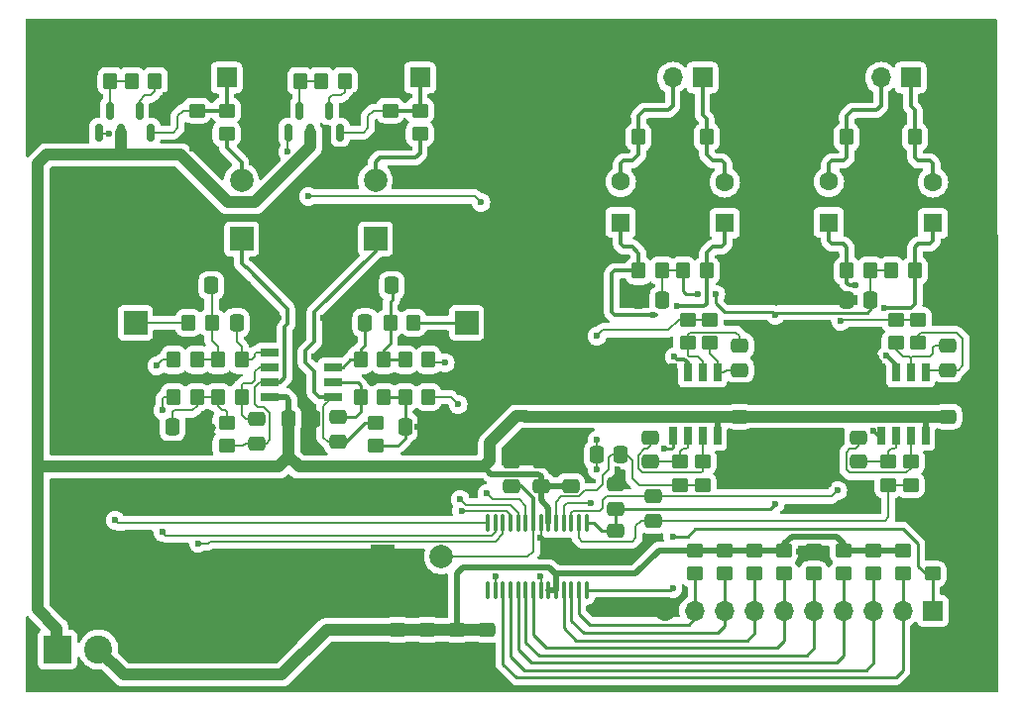
<source format=gtl>
G04 #@! TF.GenerationSoftware,KiCad,Pcbnew,8.0.3*
G04 #@! TF.CreationDate,2024-07-30T18:49:54+02:00*
G04 #@! TF.ProjectId,CODEC Dev Board,434f4445-4320-4446-9576-20426f617264,rev?*
G04 #@! TF.SameCoordinates,Original*
G04 #@! TF.FileFunction,Copper,L1,Top*
G04 #@! TF.FilePolarity,Positive*
%FSLAX46Y46*%
G04 Gerber Fmt 4.6, Leading zero omitted, Abs format (unit mm)*
G04 Created by KiCad (PCBNEW 8.0.3) date 2024-07-30 18:49:54*
%MOMM*%
%LPD*%
G01*
G04 APERTURE LIST*
G04 Aperture macros list*
%AMRoundRect*
0 Rectangle with rounded corners*
0 $1 Rounding radius*
0 $2 $3 $4 $5 $6 $7 $8 $9 X,Y pos of 4 corners*
0 Add a 4 corners polygon primitive as box body*
4,1,4,$2,$3,$4,$5,$6,$7,$8,$9,$2,$3,0*
0 Add four circle primitives for the rounded corners*
1,1,$1+$1,$2,$3*
1,1,$1+$1,$4,$5*
1,1,$1+$1,$6,$7*
1,1,$1+$1,$8,$9*
0 Add four rect primitives between the rounded corners*
20,1,$1+$1,$2,$3,$4,$5,0*
20,1,$1+$1,$4,$5,$6,$7,0*
20,1,$1+$1,$6,$7,$8,$9,0*
20,1,$1+$1,$8,$9,$2,$3,0*%
G04 Aperture macros list end*
G04 #@! TA.AperFunction,ComponentPad*
%ADD10R,1.600000X1.600000*%
G04 #@! TD*
G04 #@! TA.AperFunction,ComponentPad*
%ADD11C,1.600000*%
G04 #@! TD*
G04 #@! TA.AperFunction,SMDPad,CuDef*
%ADD12RoundRect,0.250000X-0.350000X-0.450000X0.350000X-0.450000X0.350000X0.450000X-0.350000X0.450000X0*%
G04 #@! TD*
G04 #@! TA.AperFunction,SMDPad,CuDef*
%ADD13RoundRect,0.250000X0.337500X0.475000X-0.337500X0.475000X-0.337500X-0.475000X0.337500X-0.475000X0*%
G04 #@! TD*
G04 #@! TA.AperFunction,SMDPad,CuDef*
%ADD14RoundRect,0.250000X0.350000X0.450000X-0.350000X0.450000X-0.350000X-0.450000X0.350000X-0.450000X0*%
G04 #@! TD*
G04 #@! TA.AperFunction,SMDPad,CuDef*
%ADD15RoundRect,0.250000X-0.450000X0.350000X-0.450000X-0.350000X0.450000X-0.350000X0.450000X0.350000X0*%
G04 #@! TD*
G04 #@! TA.AperFunction,SMDPad,CuDef*
%ADD16RoundRect,0.250000X-0.475000X0.337500X-0.475000X-0.337500X0.475000X-0.337500X0.475000X0.337500X0*%
G04 #@! TD*
G04 #@! TA.AperFunction,SMDPad,CuDef*
%ADD17RoundRect,0.250000X0.475000X-0.337500X0.475000X0.337500X-0.475000X0.337500X-0.475000X-0.337500X0*%
G04 #@! TD*
G04 #@! TA.AperFunction,SMDPad,CuDef*
%ADD18RoundRect,0.250000X0.450000X-0.350000X0.450000X0.350000X-0.450000X0.350000X-0.450000X-0.350000X0*%
G04 #@! TD*
G04 #@! TA.AperFunction,ComponentPad*
%ADD19R,1.700000X1.700000*%
G04 #@! TD*
G04 #@! TA.AperFunction,ComponentPad*
%ADD20O,1.700000X1.700000*%
G04 #@! TD*
G04 #@! TA.AperFunction,ComponentPad*
%ADD21R,2.000000X2.000000*%
G04 #@! TD*
G04 #@! TA.AperFunction,ComponentPad*
%ADD22C,2.000000*%
G04 #@! TD*
G04 #@! TA.AperFunction,SMDPad,CuDef*
%ADD23RoundRect,0.250000X-0.337500X-0.475000X0.337500X-0.475000X0.337500X0.475000X-0.337500X0.475000X0*%
G04 #@! TD*
G04 #@! TA.AperFunction,SMDPad,CuDef*
%ADD24RoundRect,0.150000X-0.150000X0.587500X-0.150000X-0.587500X0.150000X-0.587500X0.150000X0.587500X0*%
G04 #@! TD*
G04 #@! TA.AperFunction,SMDPad,CuDef*
%ADD25RoundRect,0.100000X0.100000X-0.637500X0.100000X0.637500X-0.100000X0.637500X-0.100000X-0.637500X0*%
G04 #@! TD*
G04 #@! TA.AperFunction,SMDPad,CuDef*
%ADD26R,0.650000X1.525000*%
G04 #@! TD*
G04 #@! TA.AperFunction,SMDPad,CuDef*
%ADD27RoundRect,0.150000X0.150000X-0.587500X0.150000X0.587500X-0.150000X0.587500X-0.150000X-0.587500X0*%
G04 #@! TD*
G04 #@! TA.AperFunction,SMDPad,CuDef*
%ADD28R,1.525000X0.650000*%
G04 #@! TD*
G04 #@! TA.AperFunction,ComponentPad*
%ADD29R,2.400000X2.400000*%
G04 #@! TD*
G04 #@! TA.AperFunction,ComponentPad*
%ADD30C,2.400000*%
G04 #@! TD*
G04 #@! TA.AperFunction,ViaPad*
%ADD31C,0.800000*%
G04 #@! TD*
G04 #@! TA.AperFunction,ViaPad*
%ADD32C,0.600000*%
G04 #@! TD*
G04 #@! TA.AperFunction,Conductor*
%ADD33C,0.200000*%
G04 #@! TD*
G04 #@! TA.AperFunction,Conductor*
%ADD34C,0.250000*%
G04 #@! TD*
G04 #@! TA.AperFunction,Conductor*
%ADD35C,0.300000*%
G04 #@! TD*
G04 #@! TA.AperFunction,Conductor*
%ADD36C,0.500000*%
G04 #@! TD*
G04 #@! TA.AperFunction,Conductor*
%ADD37C,1.000000*%
G04 #@! TD*
G04 APERTURE END LIST*
D10*
X157480000Y-95067000D03*
D11*
X157480000Y-91567000D03*
D12*
X121285000Y-106807000D03*
X123285000Y-106807000D03*
D13*
X120163500Y-100457000D03*
X118088500Y-100457000D03*
D14*
X147050000Y-87757000D03*
X145050000Y-87757000D03*
D15*
X164465000Y-115525000D03*
X164465000Y-117525000D03*
D10*
X148590000Y-95124651D03*
D11*
X148590000Y-91624651D03*
D14*
X103505000Y-106807000D03*
X101505000Y-106807000D03*
D16*
X123190000Y-129878000D03*
X123190000Y-131953000D03*
D17*
X139237000Y-119517000D03*
X139237000Y-117442000D03*
D16*
X128270000Y-129878000D03*
X128270000Y-131953000D03*
D12*
X114125000Y-82954677D03*
X116125000Y-82954677D03*
D18*
X148590000Y-123095000D03*
X148590000Y-125095000D03*
D19*
X106045000Y-82677000D03*
D20*
X103505000Y-82677000D03*
D21*
X107315000Y-96474677D03*
D22*
X107315000Y-91474677D03*
D23*
X115802500Y-103632000D03*
X117877500Y-103632000D03*
D16*
X139237000Y-121422000D03*
X139237000Y-123497000D03*
D23*
X104753500Y-100457000D03*
X106828500Y-100457000D03*
D14*
X122015000Y-103632000D03*
X120015000Y-103632000D03*
D13*
X143277500Y-101727000D03*
X141202500Y-101727000D03*
D10*
X139700000Y-95067000D03*
D11*
X139700000Y-91567000D03*
D17*
X149860000Y-111654500D03*
X149860000Y-109579500D03*
D21*
X126537323Y-103632000D03*
D22*
X131537323Y-103632000D03*
D17*
X132887000Y-117602000D03*
X132887000Y-115527000D03*
D16*
X149860000Y-105597500D03*
X149860000Y-107672500D03*
X142494000Y-118491000D03*
X142494000Y-120566000D03*
D10*
X166370000Y-95124651D03*
D11*
X166370000Y-91624651D03*
D21*
X118745000Y-96474677D03*
D22*
X118745000Y-91474677D03*
D15*
X156210000Y-125095000D03*
X156210000Y-123095000D03*
D23*
X111357500Y-111887000D03*
X113432500Y-111887000D03*
D18*
X161290000Y-123095000D03*
X161290000Y-125095000D03*
D12*
X110315000Y-82954677D03*
X112315000Y-82954677D03*
D24*
X100520000Y-85494677D03*
X98620000Y-85494677D03*
X99570000Y-87369677D03*
D16*
X120650000Y-129878000D03*
X120650000Y-131953000D03*
D13*
X123360000Y-112522000D03*
X121285000Y-112522000D03*
D14*
X103505000Y-109982000D03*
X101505000Y-109982000D03*
D19*
X122560000Y-82677000D03*
D20*
X120020000Y-82677000D03*
D13*
X161057500Y-101727000D03*
X158982500Y-101727000D03*
D18*
X158750000Y-123095000D03*
X158750000Y-125095000D03*
X122555000Y-87487000D03*
X122555000Y-85487000D03*
D12*
X94125000Y-82954677D03*
X96125000Y-82954677D03*
D14*
X143240000Y-87757000D03*
X141240000Y-87757000D03*
D12*
X117475000Y-109982000D03*
X119475000Y-109982000D03*
D15*
X106045000Y-112157000D03*
X106045000Y-114157000D03*
D25*
X128337000Y-126492000D03*
X128987000Y-126492000D03*
X129637000Y-126492000D03*
X130287000Y-126492000D03*
X130937000Y-126492000D03*
X131587000Y-126492000D03*
X132237000Y-126492000D03*
X132887000Y-126492000D03*
X133537000Y-126492000D03*
X134187000Y-126492000D03*
X134837000Y-126492000D03*
X135487000Y-126492000D03*
X136137000Y-126492000D03*
X136787000Y-126492000D03*
X136787000Y-120767000D03*
X136137000Y-120767000D03*
X135487000Y-120767000D03*
X134837000Y-120767000D03*
X134187000Y-120767000D03*
X133537000Y-120767000D03*
X132887000Y-120767000D03*
X132237000Y-120767000D03*
X131587000Y-120767000D03*
X130937000Y-120767000D03*
X130287000Y-120767000D03*
X129637000Y-120767000D03*
X128987000Y-120767000D03*
X128337000Y-120767000D03*
D23*
X137646500Y-114935000D03*
X139721500Y-114935000D03*
D21*
X119399323Y-123639500D03*
D22*
X124399323Y-123639500D03*
D18*
X103505000Y-87487000D03*
X103505000Y-85487000D03*
D16*
X115570000Y-111717000D03*
X115570000Y-113792000D03*
D18*
X106045000Y-87487000D03*
X106045000Y-85487000D03*
D15*
X163195000Y-103365000D03*
X163195000Y-105365000D03*
X118745000Y-112157000D03*
X118745000Y-114157000D03*
D12*
X117475000Y-106807000D03*
X119475000Y-106807000D03*
D18*
X147320000Y-105365000D03*
X147320000Y-103365000D03*
D12*
X97935000Y-82954677D03*
X99935000Y-82954677D03*
D16*
X130347000Y-115527000D03*
X130347000Y-117602000D03*
D18*
X151130000Y-123095000D03*
X151130000Y-125095000D03*
D14*
X143240000Y-99187000D03*
X141240000Y-99187000D03*
D26*
X165735000Y-107905000D03*
X164465000Y-107905000D03*
X163195000Y-107905000D03*
X161925000Y-107905000D03*
X161925000Y-113329000D03*
X163195000Y-113329000D03*
X164465000Y-113329000D03*
X165735000Y-113329000D03*
D18*
X163830000Y-123095000D03*
X163830000Y-125095000D03*
D14*
X164830000Y-99187000D03*
X162830000Y-99187000D03*
D17*
X135427000Y-117602000D03*
X135427000Y-115527000D03*
D18*
X162560000Y-117525000D03*
X162560000Y-115525000D03*
D19*
X164465000Y-82677000D03*
D20*
X161925000Y-82677000D03*
X159385000Y-82677000D03*
D27*
X111315000Y-87369677D03*
X113215000Y-87369677D03*
X112265000Y-85494677D03*
D16*
X125730000Y-129878000D03*
X125730000Y-131953000D03*
D27*
X95125000Y-87369677D03*
X97025000Y-87369677D03*
X96075000Y-85494677D03*
D18*
X165100000Y-105365000D03*
X165100000Y-103365000D03*
D28*
X115107000Y-109982000D03*
X115107000Y-108712000D03*
X115107000Y-107442000D03*
X115107000Y-106172000D03*
X109683000Y-106172000D03*
X109683000Y-107442000D03*
X109683000Y-108712000D03*
X109683000Y-109982000D03*
D17*
X167640000Y-111654500D03*
X167640000Y-109579500D03*
D12*
X102775000Y-103632000D03*
X104775000Y-103632000D03*
D17*
X142240000Y-115525000D03*
X142240000Y-113450000D03*
D15*
X145415000Y-103365000D03*
X145415000Y-105365000D03*
D29*
X91597000Y-131572000D03*
D30*
X95097000Y-131572000D03*
X98597000Y-131572000D03*
D13*
X101430000Y-112522000D03*
X103505000Y-112522000D03*
D14*
X161020000Y-99187000D03*
X159020000Y-99187000D03*
X107315000Y-109982000D03*
X105315000Y-109982000D03*
D12*
X121285000Y-109982000D03*
X123285000Y-109982000D03*
D15*
X120015000Y-85487000D03*
X120015000Y-87487000D03*
D14*
X147050000Y-99187000D03*
X145050000Y-99187000D03*
D16*
X108585000Y-111887000D03*
X108585000Y-113962000D03*
D18*
X144780000Y-117525000D03*
X144780000Y-115525000D03*
D24*
X116710000Y-85494677D03*
X114810000Y-85494677D03*
X115760000Y-87369677D03*
D15*
X146685000Y-115525000D03*
X146685000Y-117525000D03*
D17*
X160020000Y-115525000D03*
X160020000Y-113450000D03*
D18*
X146050000Y-123095000D03*
X146050000Y-125095000D03*
X153670000Y-123095000D03*
X153670000Y-125095000D03*
D19*
X166370000Y-128270000D03*
D20*
X163830000Y-128270000D03*
X161290000Y-128270000D03*
X158750000Y-128270000D03*
X156210000Y-128270000D03*
X153670000Y-128270000D03*
X151130000Y-128270000D03*
X148590000Y-128270000D03*
X146050000Y-128270000D03*
X143510000Y-128270000D03*
D16*
X167640000Y-105597500D03*
X167640000Y-107672500D03*
D14*
X161020000Y-87757000D03*
X159020000Y-87757000D03*
D19*
X146685000Y-82677000D03*
D20*
X144145000Y-82677000D03*
X141605000Y-82677000D03*
D14*
X164830000Y-87757000D03*
X162830000Y-87757000D03*
D15*
X166370000Y-125095000D03*
X166370000Y-123095000D03*
D14*
X107315000Y-106807000D03*
X105315000Y-106807000D03*
D26*
X147955000Y-107905000D03*
X146685000Y-107905000D03*
X145415000Y-107905000D03*
X144145000Y-107905000D03*
X144145000Y-113329000D03*
X145415000Y-113329000D03*
X146685000Y-113329000D03*
X147955000Y-113329000D03*
D13*
X108987500Y-103632000D03*
X106912500Y-103632000D03*
D22*
X93252677Y-103632000D03*
D21*
X98252677Y-103632000D03*
D31*
X104756969Y-112650895D03*
X157861000Y-101727000D03*
D32*
X151257000Y-117475000D03*
X151257000Y-113030000D03*
X157480000Y-117475000D03*
X153670000Y-117475000D03*
X153670000Y-113030000D03*
X157480000Y-113030000D03*
X167640000Y-123190000D03*
X154970000Y-123190000D03*
X144145000Y-121920000D03*
X144145000Y-126365000D03*
X121920000Y-132080000D03*
X124460000Y-132080000D03*
X127000000Y-132080000D03*
X158496000Y-103505000D03*
X158242000Y-117983000D03*
X132842000Y-114427000D03*
X139446000Y-116205000D03*
X161036000Y-89281000D03*
X113432500Y-113008500D03*
X114300000Y-103251000D03*
X135382000Y-114427000D03*
X144018000Y-109601000D03*
X103124000Y-88773000D03*
X117094000Y-84201000D03*
X92710000Y-83185000D03*
X107823000Y-100330000D03*
X132842000Y-125349000D03*
X120015000Y-88392000D03*
X129032000Y-125349000D03*
X145034000Y-89281000D03*
X139954000Y-101473000D03*
X151384000Y-109601000D03*
X161515343Y-106567328D03*
X132842000Y-122047000D03*
X169164000Y-109601000D03*
X130302000Y-114427000D03*
X117094000Y-100584000D03*
X122372500Y-112522000D03*
X162814000Y-89281000D03*
X143256000Y-89281000D03*
X110490000Y-103251000D03*
X109347000Y-82931000D03*
X137922000Y-123317000D03*
X113538000Y-106553000D03*
X100838000Y-84201000D03*
X162179000Y-102362000D03*
X162422000Y-106415000D03*
X152908000Y-119091000D03*
X152908000Y-102997000D03*
X161290000Y-112903000D03*
X159766000Y-100457000D03*
X137668000Y-116205000D03*
X137160000Y-119041000D03*
X137668000Y-113665000D03*
X137668000Y-104775000D03*
X144526000Y-102235000D03*
X144272000Y-106553000D03*
X142494000Y-102997000D03*
X143381491Y-114427000D03*
X128270000Y-118237000D03*
X111252000Y-89027000D03*
X113030000Y-92837000D03*
X127762000Y-93345000D03*
X96520000Y-120523000D03*
X96012000Y-87503000D03*
X125984000Y-118745000D03*
X125814000Y-110617000D03*
X124714000Y-107061000D03*
X126111000Y-119729500D03*
X100584000Y-121539000D03*
X100584000Y-111125000D03*
X103632000Y-122504500D03*
X100076000Y-107315000D03*
X146304000Y-101219000D03*
X147828000Y-101219000D03*
D33*
X144145000Y-109474000D02*
X144145000Y-107905000D01*
X144018000Y-109601000D02*
X144145000Y-109474000D01*
D34*
X152908000Y-119091000D02*
X152482000Y-119517000D01*
X152482000Y-119517000D02*
X139237000Y-119517000D01*
X104628074Y-112522000D02*
X104756969Y-112650895D01*
X103505000Y-112522000D02*
X104628074Y-112522000D01*
D35*
X164465000Y-102362000D02*
X164830000Y-101997000D01*
X164830000Y-101997000D02*
X164830000Y-99187000D01*
X162179000Y-102362000D02*
X164465000Y-102362000D01*
D33*
X129986999Y-119729500D02*
X130287000Y-120029501D01*
X130287000Y-120029501D02*
X130287000Y-120767000D01*
X126111000Y-119729500D02*
X129986999Y-119729500D01*
D34*
X158982500Y-101727000D02*
X157861000Y-101727000D01*
D35*
X159258000Y-100457000D02*
X159020000Y-100219000D01*
X159766000Y-100457000D02*
X159258000Y-100457000D01*
X159020000Y-100219000D02*
X159020000Y-99187000D01*
D33*
X122372500Y-112522000D02*
X123360000Y-112522000D01*
X111252000Y-89027000D02*
X111252000Y-87432677D01*
X111252000Y-87432677D02*
X111315000Y-87369677D01*
D34*
X113432500Y-113008500D02*
X113432500Y-111887000D01*
D33*
X120015000Y-88392000D02*
X120015000Y-87487000D01*
X113030000Y-92837000D02*
X127254000Y-92837000D01*
X127254000Y-92837000D02*
X127762000Y-93345000D01*
X104444500Y-122504500D02*
X103632000Y-122504500D01*
X104609500Y-122339500D02*
X104444500Y-122504500D01*
X128993500Y-122339500D02*
X104609500Y-122339500D01*
X129637000Y-121696000D02*
X128993500Y-122339500D01*
X129637000Y-120767000D02*
X129637000Y-121696000D01*
X103632000Y-122504500D02*
X103797000Y-122339500D01*
X162560000Y-120269000D02*
X162560000Y-117525000D01*
X162263000Y-120566000D02*
X162560000Y-120269000D01*
X142494000Y-120566000D02*
X162263000Y-120566000D01*
D36*
X158750000Y-123095000D02*
X163830000Y-123095000D01*
X153670000Y-122555000D02*
X153670000Y-123095000D01*
X158115000Y-121920000D02*
X154305000Y-121920000D01*
X154305000Y-121920000D02*
X153670000Y-122555000D01*
X158750000Y-122555000D02*
X158115000Y-121920000D01*
X158750000Y-123095000D02*
X158750000Y-122555000D01*
D34*
X167545000Y-123095000D02*
X167640000Y-123190000D01*
X166370000Y-123095000D02*
X167545000Y-123095000D01*
X155065000Y-123095000D02*
X154970000Y-123190000D01*
X156210000Y-123095000D02*
X155065000Y-123095000D01*
X145415000Y-121920000D02*
X144145000Y-121920000D01*
X146050000Y-121285000D02*
X145415000Y-121920000D01*
X165100000Y-124460000D02*
X165100000Y-122555000D01*
X165100000Y-122555000D02*
X163830000Y-121285000D01*
X163830000Y-121285000D02*
X146050000Y-121285000D01*
X165735000Y-125095000D02*
X165100000Y-124460000D01*
X166370000Y-125095000D02*
X165735000Y-125095000D01*
D36*
X146050000Y-123095000D02*
X153670000Y-123095000D01*
X140970000Y-125095000D02*
X142970000Y-123095000D01*
X134112000Y-125095000D02*
X140970000Y-125095000D01*
X142970000Y-123095000D02*
X146050000Y-123095000D01*
X133604000Y-124587000D02*
X134112000Y-125095000D01*
D34*
X121793000Y-131953000D02*
X120650000Y-131953000D01*
X121920000Y-132080000D02*
X121793000Y-131953000D01*
X122047000Y-131953000D02*
X121920000Y-132080000D01*
X123190000Y-131953000D02*
X122047000Y-131953000D01*
X124333000Y-131953000D02*
X123190000Y-131953000D01*
X124460000Y-132080000D02*
X124333000Y-131953000D01*
X124587000Y-131953000D02*
X124460000Y-132080000D01*
X125730000Y-131953000D02*
X124587000Y-131953000D01*
X126873000Y-131953000D02*
X127000000Y-132080000D01*
X125730000Y-131953000D02*
X126873000Y-131953000D01*
X127127000Y-131953000D02*
X127000000Y-132080000D01*
X128270000Y-131953000D02*
X127127000Y-131953000D01*
X144018000Y-126492000D02*
X136787000Y-126492000D01*
X163830000Y-125095000D02*
X163830000Y-128270000D01*
X161290000Y-128270000D02*
X161290000Y-125095000D01*
X158750000Y-125095000D02*
X158750000Y-128270000D01*
X156210000Y-125095000D02*
X156210000Y-128270000D01*
X153670000Y-125095000D02*
X153670000Y-128270000D01*
X146050000Y-125095000D02*
X146050000Y-128270000D01*
X151130000Y-125095000D02*
X151130000Y-128270000D01*
X166370000Y-128270000D02*
X166370000Y-125095000D01*
X163830000Y-133350000D02*
X163830000Y-128270000D01*
X130810000Y-133985000D02*
X163195000Y-133985000D01*
X163195000Y-133985000D02*
X163830000Y-133350000D01*
X129637000Y-126492000D02*
X129637000Y-132812000D01*
X129637000Y-132812000D02*
X130810000Y-133985000D01*
X131445000Y-133350000D02*
X130287000Y-132192000D01*
X160655000Y-133350000D02*
X131445000Y-133350000D01*
X161290000Y-132715000D02*
X160655000Y-133350000D01*
X161290000Y-128270000D02*
X161290000Y-132715000D01*
X130287000Y-132192000D02*
X130287000Y-126492000D01*
X130937000Y-131572000D02*
X130937000Y-126492000D01*
X132080000Y-132715000D02*
X130937000Y-131572000D01*
X158115000Y-132715000D02*
X132080000Y-132715000D01*
X158750000Y-132080000D02*
X158115000Y-132715000D01*
X158750000Y-128270000D02*
X158750000Y-132080000D01*
X132715000Y-132080000D02*
X131587000Y-130952000D01*
X155575000Y-132080000D02*
X132715000Y-132080000D01*
X156210000Y-128270000D02*
X156210000Y-131445000D01*
X156210000Y-131445000D02*
X155575000Y-132080000D01*
X131587000Y-130952000D02*
X131587000Y-126492000D01*
X132237000Y-130332000D02*
X132237000Y-126492000D01*
X153035000Y-131445000D02*
X133350000Y-131445000D01*
X133350000Y-131445000D02*
X132237000Y-130332000D01*
X153670000Y-128270000D02*
X153670000Y-130810000D01*
X153670000Y-130810000D02*
X153035000Y-131445000D01*
X134837000Y-129757000D02*
X134837000Y-126492000D01*
X150495000Y-130810000D02*
X135890000Y-130810000D01*
X151130000Y-130175000D02*
X150495000Y-130810000D01*
X135890000Y-130810000D02*
X134837000Y-129757000D01*
X151130000Y-128270000D02*
X151130000Y-130175000D01*
X136525000Y-130175000D02*
X135487000Y-129137000D01*
X147955000Y-130175000D02*
X136525000Y-130175000D01*
X148590000Y-129540000D02*
X147955000Y-130175000D01*
X135487000Y-129137000D02*
X135487000Y-126492000D01*
X148590000Y-128270000D02*
X148590000Y-129540000D01*
X148590000Y-125095000D02*
X148590000Y-128270000D01*
X137065000Y-129445000D02*
X136137000Y-128517000D01*
X145510000Y-129445000D02*
X137065000Y-129445000D01*
X146050000Y-128905000D02*
X145510000Y-129445000D01*
X146050000Y-128270000D02*
X146050000Y-128905000D01*
X136137000Y-128517000D02*
X136137000Y-126492000D01*
D33*
X136406500Y-122309500D02*
X136137000Y-122040000D01*
X164465000Y-117525000D02*
X162560000Y-117525000D01*
X140970000Y-122047000D02*
X140970000Y-121031000D01*
X136137000Y-122040000D02*
X136137000Y-120767000D01*
X136406500Y-122309500D02*
X140707500Y-122309500D01*
X140707500Y-122309500D02*
X140970000Y-122047000D01*
X140970000Y-121031000D02*
X141435000Y-120566000D01*
X141435000Y-120566000D02*
X142494000Y-120566000D01*
X165100000Y-103365000D02*
X163195000Y-103365000D01*
X135667500Y-119729500D02*
X137953500Y-119729500D01*
X142494000Y-118491000D02*
X157734000Y-118491000D01*
X158636000Y-103365000D02*
X158496000Y-103505000D01*
X138176000Y-118802818D02*
X138487818Y-118491000D01*
X137953500Y-119729500D02*
X138176000Y-119507000D01*
X138487818Y-118491000D02*
X142494000Y-118491000D01*
X138176000Y-119507000D02*
X138176000Y-118802818D01*
X135487000Y-119910000D02*
X135667500Y-119729500D01*
X157734000Y-118491000D02*
X158242000Y-117983000D01*
X163195000Y-103365000D02*
X158636000Y-103365000D01*
X135487000Y-120767000D02*
X135487000Y-119910000D01*
X161558328Y-106567328D02*
X161515343Y-106567328D01*
D34*
X92940323Y-82954677D02*
X92710000Y-83185000D01*
X149860000Y-109579500D02*
X150854500Y-109579500D01*
D33*
X116710000Y-85494677D02*
X116710000Y-84585000D01*
D34*
X168634500Y-109579500D02*
X168656000Y-109601000D01*
D33*
X106828500Y-100203000D02*
X107696000Y-100203000D01*
X107696000Y-100203000D02*
X107823000Y-100330000D01*
X161798000Y-106807000D02*
X161558328Y-106567328D01*
D34*
X108987500Y-103632000D02*
X110109000Y-103632000D01*
X115802500Y-103632000D02*
X114681000Y-103632000D01*
X143240000Y-87757000D02*
X143240000Y-88757000D01*
X168656000Y-109601000D02*
X169164000Y-109601000D01*
D33*
X132887000Y-114472000D02*
X132842000Y-114427000D01*
D34*
X161020000Y-87757000D02*
X161020000Y-88503000D01*
D33*
X109370677Y-82954677D02*
X109347000Y-82931000D01*
X138102000Y-123497000D02*
X137922000Y-123317000D01*
X100584000Y-84455000D02*
X100838000Y-84201000D01*
X161925000Y-106934000D02*
X161798000Y-106807000D01*
X103505000Y-88392000D02*
X103378000Y-88519000D01*
D34*
X143240000Y-88757000D02*
X143256000Y-88773000D01*
X161020000Y-88503000D02*
X161036000Y-88519000D01*
X113792000Y-106299000D02*
X113538000Y-106553000D01*
D33*
X132887000Y-120767000D02*
X132887000Y-122002000D01*
D34*
X167640000Y-109579500D02*
X168634500Y-109579500D01*
D33*
X128987000Y-126492000D02*
X128987000Y-125394000D01*
X130347000Y-114472000D02*
X130302000Y-114427000D01*
X130347000Y-115527000D02*
X130347000Y-114472000D01*
X103505000Y-87487000D02*
X103505000Y-88392000D01*
X140462000Y-101727000D02*
X140208000Y-101727000D01*
X103378000Y-88519000D02*
X103124000Y-88773000D01*
D34*
X145050000Y-89265000D02*
X145034000Y-89281000D01*
D33*
X117221000Y-100457000D02*
X117094000Y-100584000D01*
D34*
X135427000Y-115527000D02*
X135427000Y-114472000D01*
X143256000Y-88773000D02*
X143256000Y-89281000D01*
D33*
X128987000Y-125394000D02*
X129032000Y-125349000D01*
D34*
X139237000Y-116504000D02*
X139446000Y-116295000D01*
X150876000Y-109601000D02*
X151384000Y-109601000D01*
D33*
X132887000Y-125394000D02*
X132842000Y-125349000D01*
X100520000Y-84519000D02*
X100584000Y-84455000D01*
D34*
X162830000Y-88503000D02*
X162814000Y-88519000D01*
X114681000Y-103632000D02*
X114554000Y-103505000D01*
D33*
X141202500Y-101727000D02*
X140462000Y-101727000D01*
D34*
X150854500Y-109579500D02*
X150876000Y-109601000D01*
D33*
X132887000Y-122002000D02*
X132842000Y-122047000D01*
X132887000Y-126492000D02*
X132887000Y-125394000D01*
D34*
X94125000Y-82954677D02*
X92940323Y-82954677D01*
D33*
X100520000Y-85494677D02*
X100520000Y-84519000D01*
D34*
X113919000Y-106172000D02*
X113792000Y-106299000D01*
X161036000Y-88519000D02*
X161036000Y-89281000D01*
X115107000Y-106172000D02*
X113919000Y-106172000D01*
D33*
X132887000Y-115527000D02*
X132887000Y-114472000D01*
D34*
X139237000Y-117442000D02*
X139237000Y-116504000D01*
X145050000Y-87757000D02*
X145050000Y-89265000D01*
D33*
X116710000Y-84585000D02*
X116840000Y-84455000D01*
X110315000Y-82954677D02*
X109370677Y-82954677D01*
D34*
X162830000Y-87757000D02*
X162830000Y-88503000D01*
D33*
X116840000Y-84455000D02*
X117094000Y-84201000D01*
D34*
X162814000Y-88519000D02*
X162814000Y-89281000D01*
X110109000Y-103632000D02*
X110490000Y-103251000D01*
D33*
X139237000Y-123497000D02*
X138102000Y-123497000D01*
D34*
X114554000Y-103505000D02*
X114300000Y-103251000D01*
D33*
X140208000Y-101727000D02*
X139954000Y-101473000D01*
X118088500Y-100457000D02*
X117221000Y-100457000D01*
X161925000Y-107905000D02*
X161925000Y-106934000D01*
D34*
X139446000Y-116295000D02*
X139446000Y-116205000D01*
X135427000Y-114472000D02*
X135382000Y-114427000D01*
D37*
X165608000Y-111654500D02*
X167640000Y-111654500D01*
X128016000Y-115951000D02*
X128524000Y-115443000D01*
X130810000Y-111633000D02*
X131572000Y-111633000D01*
D36*
X147955000Y-113329000D02*
X147955000Y-111781500D01*
D37*
X106172000Y-93345000D02*
X108458000Y-93345000D01*
X111357500Y-115083500D02*
X112225000Y-115951000D01*
D36*
X132887000Y-116758000D02*
X132887000Y-117602000D01*
D37*
X91597000Y-131572000D02*
X91552677Y-131527677D01*
X89916000Y-90043000D02*
X90678000Y-89281000D01*
X108458000Y-93345000D02*
X113215000Y-88588000D01*
D36*
X111357500Y-111887000D02*
X111357500Y-110214500D01*
D37*
X131593500Y-111654500D02*
X148082000Y-111654500D01*
D36*
X165735000Y-111781500D02*
X165608000Y-111654500D01*
D37*
X91552677Y-129779677D02*
X89916000Y-128143000D01*
X89916000Y-115951000D02*
X110490000Y-115951000D01*
X102108000Y-89281000D02*
X106172000Y-93345000D01*
D36*
X132693500Y-116564500D02*
X132887000Y-116758000D01*
D37*
X91552677Y-131527677D02*
X91552677Y-129779677D01*
X149860000Y-111654500D02*
X165608000Y-111654500D01*
X97028000Y-89281000D02*
X97025000Y-89278000D01*
D36*
X128629500Y-116564500D02*
X132693500Y-116564500D01*
D37*
X128524000Y-115443000D02*
X128524000Y-113919000D01*
X131572000Y-111633000D02*
X131593500Y-111654500D01*
D36*
X147955000Y-111781500D02*
X148082000Y-111654500D01*
D37*
X128524000Y-113919000D02*
X130810000Y-111633000D01*
X112225000Y-115951000D02*
X128016000Y-115951000D01*
D36*
X133537000Y-119440000D02*
X133537000Y-120767000D01*
D37*
X113215000Y-88588000D02*
X113215000Y-87369677D01*
X90678000Y-89281000D02*
X97028000Y-89281000D01*
D36*
X132887000Y-117602000D02*
X132887000Y-118790000D01*
D37*
X148082000Y-111654500D02*
X149860000Y-111654500D01*
X111357500Y-115083500D02*
X111357500Y-111887000D01*
D36*
X135427000Y-117602000D02*
X132887000Y-117602000D01*
D37*
X97028000Y-89281000D02*
X102108000Y-89281000D01*
X110490000Y-115951000D02*
X111357500Y-115083500D01*
D36*
X132887000Y-118790000D02*
X133537000Y-119440000D01*
D37*
X89916000Y-128143000D02*
X89916000Y-115951000D01*
X97025000Y-89278000D02*
X97025000Y-87369677D01*
D36*
X165735000Y-113329000D02*
X165735000Y-111781500D01*
X128016000Y-115951000D02*
X128629500Y-116564500D01*
X111125000Y-109982000D02*
X109683000Y-109982000D01*
X111357500Y-110214500D02*
X111125000Y-109982000D01*
D37*
X89916000Y-115951000D02*
X89916000Y-90043000D01*
D36*
X134187000Y-125170000D02*
X134187000Y-126492000D01*
X133604000Y-124587000D02*
X134187000Y-125170000D01*
D37*
X110744000Y-133731000D02*
X114597000Y-129878000D01*
X114597000Y-129878000D02*
X120650000Y-129878000D01*
D36*
X134187000Y-126492000D02*
X133537000Y-126492000D01*
D37*
X97256000Y-133731000D02*
X110744000Y-133731000D01*
D36*
X126238000Y-124587000D02*
X133604000Y-124587000D01*
D37*
X95097000Y-131572000D02*
X97256000Y-133731000D01*
X120650000Y-129878000D02*
X128270000Y-129878000D01*
D36*
X125730000Y-125095000D02*
X126238000Y-124587000D01*
X125730000Y-129878000D02*
X125730000Y-125095000D01*
D35*
X166370000Y-95124651D02*
X166370000Y-96647000D01*
X163195000Y-107188000D02*
X163195000Y-107905000D01*
X166116000Y-96901000D02*
X165100000Y-96901000D01*
X164830000Y-97171000D02*
X164830000Y-99187000D01*
X166370000Y-96647000D02*
X166116000Y-96901000D01*
X165100000Y-96901000D02*
X164830000Y-97171000D01*
X162422000Y-106415000D02*
X163195000Y-107188000D01*
X165100000Y-89789000D02*
X166116000Y-89789000D01*
X164846000Y-85979000D02*
X164830000Y-85995000D01*
X164465000Y-82677000D02*
X164465000Y-85090000D01*
X164830000Y-89519000D02*
X165100000Y-89789000D01*
X166116000Y-89789000D02*
X166370000Y-90043000D01*
X164830000Y-85995000D02*
X164830000Y-87757000D01*
X164830000Y-87757000D02*
X164830000Y-89519000D01*
X164465000Y-85090000D02*
X164846000Y-85471000D01*
X164846000Y-85471000D02*
X164846000Y-85979000D01*
X166370000Y-90043000D02*
X166370000Y-91624651D01*
D33*
X166116000Y-106553000D02*
X164592000Y-106553000D01*
X163830000Y-106553000D02*
X163195000Y-105918000D01*
X166370000Y-105791000D02*
X166370000Y-106299000D01*
X167640000Y-105597500D02*
X166563500Y-105597500D01*
X164465000Y-106680000D02*
X164338000Y-106553000D01*
X166563500Y-105597500D02*
X166370000Y-105791000D01*
X164592000Y-106553000D02*
X164465000Y-106680000D01*
X164465000Y-107905000D02*
X164465000Y-106680000D01*
X163195000Y-105918000D02*
X163195000Y-105365000D01*
X164338000Y-106553000D02*
X163830000Y-106553000D01*
X166370000Y-106299000D02*
X166116000Y-106553000D01*
X168402000Y-104521000D02*
X168910000Y-105029000D01*
X168910000Y-107315000D02*
X168552500Y-107672500D01*
X165967500Y-107672500D02*
X165735000Y-107905000D01*
X168910000Y-105029000D02*
X168910000Y-107315000D01*
X165354000Y-104521000D02*
X168402000Y-104521000D01*
X168552500Y-107672500D02*
X167640000Y-107672500D01*
X165100000Y-104775000D02*
X165354000Y-104521000D01*
X167640000Y-107672500D02*
X165967500Y-107672500D01*
X165100000Y-105365000D02*
X165100000Y-104775000D01*
X159258000Y-114427000D02*
X158995000Y-114690000D01*
X160020000Y-114173000D02*
X159766000Y-114427000D01*
X164084000Y-116459000D02*
X164465000Y-116078000D01*
X164465000Y-116078000D02*
X164465000Y-115525000D01*
X160020000Y-113450000D02*
X160020000Y-114173000D01*
X158995000Y-116196000D02*
X159258000Y-116459000D01*
X159766000Y-114427000D02*
X159258000Y-114427000D01*
X164465000Y-114427000D02*
X164465000Y-115525000D01*
X159258000Y-116459000D02*
X164084000Y-116459000D01*
X158995000Y-114690000D02*
X158995000Y-116196000D01*
X164465000Y-113329000D02*
X164465000Y-114427000D01*
X162560000Y-114681000D02*
X162560000Y-115525000D01*
X163195000Y-113329000D02*
X163195000Y-114300000D01*
X160020000Y-115525000D02*
X162560000Y-115525000D01*
X163068000Y-114427000D02*
X162814000Y-114427000D01*
X163195000Y-114300000D02*
X163068000Y-114427000D01*
X162814000Y-114427000D02*
X162560000Y-114681000D01*
D34*
X138059000Y-121422000D02*
X139237000Y-121422000D01*
X161057500Y-102467500D02*
X161057500Y-101727000D01*
X146304000Y-101219000D02*
X145288000Y-101219000D01*
X136787000Y-120767000D02*
X137404000Y-120767000D01*
X145050000Y-100441000D02*
X145050000Y-99187000D01*
X153128000Y-102777000D02*
X160748000Y-102777000D01*
X145288000Y-101219000D02*
X145034000Y-100965000D01*
X137404000Y-120767000D02*
X138059000Y-121422000D01*
X145034000Y-100457000D02*
X145050000Y-100441000D01*
D33*
X162830000Y-99187000D02*
X161020000Y-99187000D01*
X143277500Y-99462500D02*
X143277500Y-101727000D01*
D34*
X152908000Y-102997000D02*
X153128000Y-102777000D01*
D33*
X145050000Y-99187000D02*
X143240000Y-99187000D01*
D34*
X139237000Y-119517000D02*
X139237000Y-121422000D01*
D33*
X161057500Y-101727000D02*
X161057500Y-99224500D01*
D34*
X152908000Y-102997000D02*
X152654000Y-102743000D01*
D33*
X143240000Y-99187000D02*
X143240000Y-99425000D01*
D34*
X145034000Y-100965000D02*
X145034000Y-100457000D01*
X160748000Y-102777000D02*
X161057500Y-102467500D01*
D33*
X161057500Y-99224500D02*
X161020000Y-99187000D01*
X143240000Y-99425000D02*
X143277500Y-99462500D01*
D35*
X159004000Y-86233000D02*
X159020000Y-86249000D01*
X157734000Y-89789000D02*
X157480000Y-90043000D01*
X159004000Y-85979000D02*
X159004000Y-86233000D01*
X161925000Y-82677000D02*
X161925000Y-85090000D01*
X157480000Y-90043000D02*
X157480000Y-91567000D01*
X158750000Y-89789000D02*
X157734000Y-89789000D01*
X159020000Y-86249000D02*
X159020000Y-87757000D01*
X159020000Y-89519000D02*
X158750000Y-89789000D01*
X159512000Y-85471000D02*
X159004000Y-85979000D01*
X159020000Y-87757000D02*
X159020000Y-89519000D01*
X161925000Y-85090000D02*
X161544000Y-85471000D01*
X161544000Y-85471000D02*
X159512000Y-85471000D01*
X158750000Y-96901000D02*
X159020000Y-97171000D01*
X157734000Y-96901000D02*
X158750000Y-96901000D01*
X157480000Y-96647000D02*
X157734000Y-96901000D01*
X161716000Y-113329000D02*
X161290000Y-112903000D01*
X159020000Y-97171000D02*
X159020000Y-99187000D01*
X157480000Y-95067000D02*
X157480000Y-96647000D01*
X161925000Y-113329000D02*
X161716000Y-113329000D01*
D33*
X131757500Y-123639500D02*
X132237000Y-123160000D01*
D35*
X131191000Y-117602000D02*
X130347000Y-117602000D01*
D33*
X132237000Y-123160000D02*
X132237000Y-120767000D01*
D35*
X132237000Y-118648000D02*
X131191000Y-117602000D01*
D33*
X124399323Y-123639500D02*
X131757500Y-123639500D01*
D35*
X132237000Y-120767000D02*
X132237000Y-118648000D01*
D33*
X137646500Y-114935000D02*
X137646500Y-116183500D01*
X137668000Y-114913500D02*
X137646500Y-114935000D01*
X134837000Y-119290000D02*
X134837000Y-120767000D01*
X137160000Y-119041000D02*
X135086000Y-119041000D01*
X137646500Y-116183500D02*
X137668000Y-116205000D01*
X137668000Y-104775000D02*
X138176000Y-104267000D01*
X147320000Y-103365000D02*
X145415000Y-103365000D01*
X143764000Y-104267000D02*
X144666000Y-103365000D01*
X138176000Y-104267000D02*
X143764000Y-104267000D01*
X144666000Y-103365000D02*
X145415000Y-103365000D01*
X137668000Y-113665000D02*
X137668000Y-114913500D01*
X135086000Y-119041000D02*
X134837000Y-119290000D01*
X138938000Y-114935000D02*
X139721500Y-114935000D01*
X140716000Y-116967000D02*
X140716000Y-115443000D01*
X140716000Y-115443000D02*
X140208000Y-114935000D01*
X137668000Y-117983000D02*
X138176000Y-117475000D01*
X144780000Y-117525000D02*
X141274000Y-117525000D01*
X136135244Y-118491000D02*
X136643244Y-117983000D01*
X138176000Y-117475000D02*
X138176000Y-116713000D01*
X134620000Y-118491000D02*
X136135244Y-118491000D01*
X138176000Y-116713000D02*
X138684000Y-116205000D01*
X136643244Y-117983000D02*
X137668000Y-117983000D01*
X140208000Y-114935000D02*
X139721500Y-114935000D01*
X138684000Y-115189000D02*
X138938000Y-114935000D01*
X134187000Y-118924000D02*
X134620000Y-118491000D01*
X134187000Y-120767000D02*
X134187000Y-118924000D01*
X141274000Y-117525000D02*
X140716000Y-116967000D01*
X138684000Y-116205000D02*
X138684000Y-115189000D01*
X146685000Y-117525000D02*
X144780000Y-117525000D01*
D35*
X147066000Y-97663000D02*
X147066000Y-99171000D01*
X148590000Y-95124651D02*
X148590000Y-96901000D01*
X144511500Y-106792500D02*
X144272000Y-106553000D01*
X147050000Y-101997000D02*
X146812000Y-102235000D01*
X144511500Y-106792500D02*
X145145104Y-106792500D01*
X145415000Y-107062396D02*
X145415000Y-107905000D01*
X147050000Y-99187000D02*
X147050000Y-101997000D01*
X148336000Y-97155000D02*
X147574000Y-97155000D01*
X148590000Y-96901000D02*
X148336000Y-97155000D01*
X145145104Y-106792500D02*
X145415000Y-107062396D01*
X147066000Y-99171000D02*
X147050000Y-99187000D01*
X146812000Y-102235000D02*
X144526000Y-102235000D01*
X147574000Y-97155000D02*
X147066000Y-97663000D01*
X148590000Y-91624651D02*
X148590000Y-90043000D01*
X147050000Y-86217000D02*
X146685000Y-85852000D01*
X148590000Y-90043000D02*
X148336000Y-89789000D01*
X146685000Y-85852000D02*
X146685000Y-82677000D01*
X147050000Y-87757000D02*
X147050000Y-86217000D01*
X148336000Y-89789000D02*
X147574000Y-89789000D01*
X147050000Y-89265000D02*
X147050000Y-87757000D01*
X147574000Y-89789000D02*
X147050000Y-89265000D01*
D33*
X149860000Y-104775000D02*
X149550000Y-104465000D01*
X145415000Y-105365000D02*
X145415000Y-106426000D01*
X145415000Y-106426000D02*
X145542000Y-106553000D01*
X145415000Y-104648000D02*
X145415000Y-105365000D01*
X145542000Y-106553000D02*
X146304000Y-106553000D01*
X149550000Y-104465000D02*
X145598000Y-104465000D01*
X149860000Y-105597500D02*
X149860000Y-104775000D01*
X146685000Y-106934000D02*
X146685000Y-107905000D01*
X146304000Y-106553000D02*
X146685000Y-106934000D01*
X145598000Y-104465000D02*
X145415000Y-104648000D01*
X149860000Y-107672500D02*
X148740500Y-107672500D01*
X148508000Y-107905000D02*
X147955000Y-107905000D01*
X147955000Y-106934000D02*
X147955000Y-107905000D01*
X147320000Y-106299000D02*
X147955000Y-106934000D01*
X147320000Y-105365000D02*
X147320000Y-106299000D01*
X148740500Y-107672500D02*
X148508000Y-107905000D01*
X145415000Y-114300000D02*
X145288000Y-114427000D01*
X142240000Y-115525000D02*
X144780000Y-115525000D01*
X145288000Y-114427000D02*
X145034000Y-114427000D01*
X144780000Y-114681000D02*
X144780000Y-115525000D01*
X145415000Y-113329000D02*
X145415000Y-114300000D01*
X145034000Y-114427000D02*
X144780000Y-114681000D01*
X141986000Y-114427000D02*
X142240000Y-114173000D01*
X141732000Y-114427000D02*
X141986000Y-114427000D01*
X141215000Y-116097244D02*
X141215000Y-114944000D01*
X141215000Y-114944000D02*
X141732000Y-114427000D01*
X141576756Y-116459000D02*
X141215000Y-116097244D01*
X146685000Y-115525000D02*
X146685000Y-116332000D01*
X146685000Y-113329000D02*
X146685000Y-114427000D01*
X146685000Y-116332000D02*
X146558000Y-116459000D01*
X142240000Y-114173000D02*
X142240000Y-113450000D01*
X146685000Y-114427000D02*
X146685000Y-115525000D01*
X146558000Y-116459000D02*
X141576756Y-116459000D01*
D34*
X144018000Y-114427000D02*
X143381491Y-114427000D01*
D35*
X139954000Y-97155000D02*
X140716000Y-97155000D01*
X138938000Y-99441000D02*
X138938000Y-102743000D01*
X139700000Y-95067000D02*
X139700000Y-96901000D01*
D34*
X144145000Y-114300000D02*
X144018000Y-114427000D01*
D35*
X141240000Y-97679000D02*
X141240000Y-99187000D01*
X140716000Y-97155000D02*
X141240000Y-97679000D01*
D34*
X144145000Y-113329000D02*
X144145000Y-114300000D01*
D35*
X139700000Y-96901000D02*
X139954000Y-97155000D01*
X142494000Y-102997000D02*
X142748000Y-102997000D01*
X138938000Y-102743000D02*
X139192000Y-102997000D01*
X139192000Y-102997000D02*
X142494000Y-102997000D01*
X139192000Y-99187000D02*
X138938000Y-99441000D01*
X141240000Y-99187000D02*
X139192000Y-99187000D01*
X141240000Y-85995000D02*
X141240000Y-87757000D01*
X141732000Y-85471000D02*
X141224000Y-85979000D01*
X140716000Y-89789000D02*
X139954000Y-89789000D01*
X139700000Y-90043000D02*
X139700000Y-91567000D01*
X144145000Y-82677000D02*
X144145000Y-85090000D01*
X141224000Y-85979000D02*
X141240000Y-85995000D01*
X139954000Y-89789000D02*
X139700000Y-90043000D01*
X144145000Y-85090000D02*
X143764000Y-85471000D01*
X141240000Y-87757000D02*
X141240000Y-89265000D01*
X143764000Y-85471000D02*
X141732000Y-85471000D01*
X141240000Y-89265000D02*
X140716000Y-89789000D01*
D33*
X114320000Y-110769000D02*
X114320000Y-113431000D01*
D35*
X118745000Y-96474677D02*
X118745000Y-97536000D01*
X113919000Y-109982000D02*
X115107000Y-109982000D01*
D33*
X115107000Y-109982000D02*
X114320000Y-110769000D01*
D35*
X112776000Y-107061000D02*
X113538000Y-107823000D01*
D33*
X114320000Y-113431000D02*
X114681000Y-113792000D01*
D35*
X112776000Y-106045000D02*
X112776000Y-107061000D01*
D34*
X116205000Y-113792000D02*
X115570000Y-113792000D01*
D35*
X113538000Y-107823000D02*
X113538000Y-109601000D01*
X113538000Y-105283000D02*
X112776000Y-106045000D01*
X118745000Y-97536000D02*
X113538000Y-102743000D01*
D33*
X114681000Y-113792000D02*
X115570000Y-113792000D01*
D34*
X118745000Y-112157000D02*
X117840000Y-112157000D01*
D35*
X113538000Y-109601000D02*
X113919000Y-109982000D01*
X113538000Y-102743000D02*
X113538000Y-105283000D01*
D34*
X117840000Y-112157000D02*
X116205000Y-113792000D01*
D35*
X118745000Y-89916000D02*
X119126000Y-89535000D01*
X122174000Y-89535000D02*
X122555000Y-89154000D01*
X122555000Y-89154000D02*
X122555000Y-87487000D01*
X119126000Y-89535000D02*
X122174000Y-89535000D01*
X118745000Y-91474677D02*
X118745000Y-89916000D01*
D33*
X108458000Y-109150686D02*
X108896686Y-108712000D01*
D35*
X110617000Y-108712000D02*
X109683000Y-108712000D01*
X111252000Y-103759000D02*
X110998000Y-104013000D01*
X107315000Y-96474677D02*
X107315000Y-98552000D01*
X107315000Y-98552000D02*
X107696000Y-98933000D01*
X107740661Y-98933000D02*
X111252000Y-102444339D01*
D33*
X109728000Y-111379000D02*
X109220000Y-110871000D01*
D35*
X111252000Y-102444339D02*
X111252000Y-103759000D01*
D33*
X107653000Y-113962000D02*
X107442000Y-114173000D01*
D35*
X107696000Y-98933000D02*
X107740661Y-98933000D01*
D33*
X109728000Y-113665000D02*
X109728000Y-111379000D01*
X108712000Y-110871000D02*
X108458000Y-110617000D01*
X107442000Y-114173000D02*
X107426000Y-114157000D01*
D35*
X110998000Y-108331000D02*
X110617000Y-108712000D01*
D33*
X108458000Y-110617000D02*
X108458000Y-109150686D01*
X107426000Y-114157000D02*
X106045000Y-114157000D01*
X109431000Y-113962000D02*
X109728000Y-113665000D01*
D35*
X110998000Y-104013000D02*
X110998000Y-108331000D01*
D33*
X108585000Y-113962000D02*
X109431000Y-113962000D01*
X108585000Y-113962000D02*
X107653000Y-113962000D01*
X108896686Y-108712000D02*
X109683000Y-108712000D01*
X109220000Y-110871000D02*
X108712000Y-110871000D01*
D35*
X107315000Y-89916000D02*
X106045000Y-88646000D01*
X106045000Y-88646000D02*
X106045000Y-87487000D01*
X107315000Y-91474677D02*
X107315000Y-89916000D01*
D34*
X119475000Y-109982000D02*
X121285000Y-109982000D01*
X120666000Y-114157000D02*
X118745000Y-114157000D01*
X121285000Y-112522000D02*
X121285000Y-113538000D01*
X121285000Y-112522000D02*
X121285000Y-109982000D01*
X121285000Y-113538000D02*
X120666000Y-114157000D01*
D33*
X106045000Y-111252000D02*
X105918000Y-111125000D01*
X103124000Y-111125000D02*
X103505000Y-110744000D01*
X105664000Y-111125000D02*
X105315000Y-110776000D01*
X103505000Y-109982000D02*
X105315000Y-109982000D01*
X106045000Y-112157000D02*
X106045000Y-111252000D01*
X105315000Y-110776000D02*
X105315000Y-109982000D01*
X101600000Y-111125000D02*
X103124000Y-111125000D01*
X101430000Y-112522000D02*
X101430000Y-111295000D01*
X103505000Y-110744000D02*
X103505000Y-109982000D01*
X101430000Y-111295000D02*
X101600000Y-111125000D01*
X105918000Y-111125000D02*
X105664000Y-111125000D01*
D34*
X117475000Y-111252000D02*
X117475000Y-109982000D01*
X117475000Y-108966000D02*
X117221000Y-108712000D01*
X117475000Y-109982000D02*
X117475000Y-108966000D01*
X115570000Y-111717000D02*
X117010000Y-111717000D01*
X117221000Y-108712000D02*
X115107000Y-108712000D01*
X117010000Y-111717000D02*
X117475000Y-111252000D01*
D33*
X108204000Y-108839000D02*
X108458000Y-108585000D01*
X107315000Y-111506000D02*
X107315000Y-109982000D01*
X107442000Y-108839000D02*
X108204000Y-108839000D01*
X108458000Y-107823000D02*
X108839000Y-107442000D01*
X107315000Y-108966000D02*
X107442000Y-108839000D01*
X108839000Y-107442000D02*
X109683000Y-107442000D01*
X107315000Y-109982000D02*
X107315000Y-108966000D01*
X108458000Y-108585000D02*
X108458000Y-107823000D01*
X107696000Y-111887000D02*
X107315000Y-111506000D01*
X108585000Y-111887000D02*
X107696000Y-111887000D01*
D34*
X116586000Y-106807000D02*
X117475000Y-106807000D01*
X117475000Y-106807000D02*
X117475000Y-105918000D01*
X115107000Y-107442000D02*
X115951000Y-107442000D01*
X115951000Y-107442000D02*
X116586000Y-106807000D01*
X117877500Y-103632000D02*
X117877500Y-105515500D01*
X117877500Y-105515500D02*
X117475000Y-105918000D01*
D33*
X107315000Y-106807000D02*
X107315000Y-105664000D01*
X108585000Y-106172000D02*
X109683000Y-106172000D01*
X108458000Y-106299000D02*
X108585000Y-106172000D01*
X107315000Y-106807000D02*
X108204000Y-106807000D01*
X106912500Y-105261500D02*
X106912500Y-103632000D01*
X108458000Y-106553000D02*
X108458000Y-106299000D01*
X108204000Y-106807000D02*
X108458000Y-106553000D01*
X107315000Y-105664000D02*
X106912500Y-105261500D01*
D34*
X120015000Y-101854000D02*
X120015000Y-103632000D01*
X120242500Y-100457000D02*
X120242500Y-101626500D01*
X119475000Y-105950000D02*
X120015000Y-105410000D01*
X120242500Y-101626500D02*
X120015000Y-101854000D01*
X119475000Y-106807000D02*
X119475000Y-105950000D01*
X120015000Y-105410000D02*
X120015000Y-103632000D01*
X119475000Y-106807000D02*
X121285000Y-106807000D01*
X122015000Y-103632000D02*
X126537323Y-103632000D01*
D33*
X102775000Y-103632000D02*
X98252677Y-103632000D01*
X104775000Y-103632000D02*
X104775000Y-100224500D01*
X105315000Y-106807000D02*
X105315000Y-105696000D01*
X104775000Y-105156000D02*
X104775000Y-103632000D01*
X104775000Y-100224500D02*
X104753500Y-100203000D01*
X105315000Y-106807000D02*
X103505000Y-106807000D01*
X105315000Y-105696000D02*
X104775000Y-105156000D01*
X118602000Y-85487000D02*
X120015000Y-85487000D01*
D35*
X122555000Y-82682000D02*
X122560000Y-82677000D01*
D33*
X117735323Y-87369677D02*
X118110000Y-86995000D01*
X118110000Y-86995000D02*
X118110000Y-85979000D01*
X115760000Y-87369677D02*
X117735323Y-87369677D01*
X118110000Y-85979000D02*
X118602000Y-85487000D01*
D35*
X122555000Y-85487000D02*
X122555000Y-82682000D01*
X120015000Y-85487000D02*
X122555000Y-85487000D01*
D33*
X101854000Y-85979000D02*
X102346000Y-85487000D01*
X101479323Y-87369677D02*
X101854000Y-86995000D01*
X102346000Y-85487000D02*
X103505000Y-85487000D01*
D35*
X106045000Y-85487000D02*
X106045000Y-82677000D01*
X103505000Y-85487000D02*
X106045000Y-85487000D01*
D33*
X99570000Y-87369677D02*
X101479323Y-87369677D01*
X101854000Y-86995000D02*
X101854000Y-85979000D01*
X112265000Y-83004677D02*
X112315000Y-82954677D01*
X114125000Y-82954677D02*
X112315000Y-82954677D01*
X112265000Y-85494677D02*
X112265000Y-83004677D01*
X128270000Y-118237000D02*
X128778000Y-118745000D01*
X128778000Y-118745000D02*
X131064000Y-118745000D01*
X131587000Y-119268000D02*
X131587000Y-120767000D01*
X131064000Y-118745000D02*
X131587000Y-119268000D01*
X97935000Y-82954677D02*
X96125000Y-82954677D01*
X96075000Y-85494677D02*
X96075000Y-83004677D01*
X96075000Y-83004677D02*
X96125000Y-82954677D01*
X97282000Y-120777000D02*
X96774000Y-120777000D01*
X97292000Y-120767000D02*
X97282000Y-120777000D01*
X95258323Y-87503000D02*
X95125000Y-87369677D01*
X96012000Y-87503000D02*
X95258323Y-87503000D01*
X128337000Y-120767000D02*
X97292000Y-120767000D01*
X96774000Y-120777000D02*
X96520000Y-120523000D01*
X116125000Y-83900000D02*
X115824000Y-84201000D01*
X114810000Y-84453000D02*
X114810000Y-85494677D01*
X115824000Y-84201000D02*
X115062000Y-84201000D01*
X115062000Y-84201000D02*
X114810000Y-84453000D01*
X116125000Y-82954677D02*
X116125000Y-83900000D01*
X99935000Y-83834000D02*
X99568000Y-84201000D01*
X99060000Y-84201000D02*
X98620000Y-84641000D01*
X99935000Y-82954677D02*
X99935000Y-83834000D01*
X99568000Y-84201000D02*
X99060000Y-84201000D01*
X98620000Y-84641000D02*
X98620000Y-85494677D01*
X130937000Y-119888000D02*
X130937000Y-120767000D01*
X125984000Y-118745000D02*
X126492000Y-119253000D01*
X125814000Y-110617000D02*
X125179000Y-109982000D01*
X125179000Y-109982000D02*
X123285000Y-109982000D01*
X130302000Y-119253000D02*
X130937000Y-119888000D01*
X126492000Y-119253000D02*
X130302000Y-119253000D01*
X124714000Y-107061000D02*
X123539000Y-107061000D01*
X123539000Y-107061000D02*
X123285000Y-106807000D01*
X128987000Y-120767000D02*
X128987000Y-121494000D01*
X101505000Y-109982000D02*
X100711000Y-109982000D01*
X128676500Y-121804500D02*
X100849500Y-121804500D01*
X100711000Y-109982000D02*
X100584000Y-110109000D01*
X100584000Y-110109000D02*
X100584000Y-111125000D01*
X100849500Y-121804500D02*
X100584000Y-121539000D01*
X128987000Y-121494000D02*
X128676500Y-121804500D01*
X100584000Y-106807000D02*
X100076000Y-107315000D01*
X101505000Y-106807000D02*
X100584000Y-106807000D01*
D34*
X152654000Y-102743000D02*
X148590000Y-102743000D01*
X148590000Y-102743000D02*
X148336000Y-102489000D01*
X148336000Y-102489000D02*
X147828000Y-101981000D01*
X147828000Y-101981000D02*
X147828000Y-101727000D01*
X147828000Y-101727000D02*
X147828000Y-101219000D01*
G04 #@! TA.AperFunction,Conductor*
G36*
X140143306Y-99857185D02*
G01*
X140189061Y-99909989D01*
X140193972Y-99922494D01*
X140205184Y-99956328D01*
X140205186Y-99956334D01*
X140297288Y-100105656D01*
X140421344Y-100229712D01*
X140570666Y-100321814D01*
X140737203Y-100376999D01*
X140839991Y-100387500D01*
X141640008Y-100387499D01*
X141640016Y-100387498D01*
X141640019Y-100387498D01*
X141719351Y-100379394D01*
X141742797Y-100376999D01*
X141909334Y-100321814D01*
X142058656Y-100229712D01*
X142152319Y-100136049D01*
X142213642Y-100102564D01*
X142283334Y-100107548D01*
X142327681Y-100136049D01*
X142421344Y-100229712D01*
X142570666Y-100321814D01*
X142592001Y-100328883D01*
X142649446Y-100368653D01*
X142676271Y-100433167D01*
X142677000Y-100446590D01*
X142677000Y-100463232D01*
X142657315Y-100530271D01*
X142618098Y-100568769D01*
X142578004Y-100593500D01*
X142471342Y-100659289D01*
X142347289Y-100783342D01*
X142255187Y-100932663D01*
X142255185Y-100932668D01*
X142245374Y-100962277D01*
X142200001Y-101099203D01*
X142200001Y-101099204D01*
X142200000Y-101099204D01*
X142189500Y-101201983D01*
X142189500Y-102174389D01*
X142169815Y-102241428D01*
X142131472Y-102279383D01*
X142054904Y-102327494D01*
X141988932Y-102346500D01*
X139712500Y-102346500D01*
X139645461Y-102326815D01*
X139599706Y-102274011D01*
X139588500Y-102222500D01*
X139588500Y-99961500D01*
X139608185Y-99894461D01*
X139660989Y-99848706D01*
X139712500Y-99837500D01*
X140076267Y-99837500D01*
X140143306Y-99857185D01*
G37*
G04 #@! TD.AperFunction*
G04 #@! TA.AperFunction,Conductor*
G36*
X171774365Y-77648685D02*
G01*
X171820120Y-77701489D01*
X171831325Y-77752724D01*
X171911390Y-114096917D01*
X171957726Y-135130727D01*
X171938189Y-135197809D01*
X171885486Y-135243681D01*
X171833726Y-135255000D01*
X89024000Y-135255000D01*
X88956961Y-135235315D01*
X88911206Y-135182511D01*
X88900000Y-135131000D01*
X88900000Y-128832074D01*
X88919685Y-128765035D01*
X88972489Y-128719280D01*
X89041647Y-128709336D01*
X89105203Y-128738361D01*
X89127103Y-128763185D01*
X89138859Y-128780780D01*
X89138863Y-128780785D01*
X89282537Y-128924459D01*
X89282559Y-128924479D01*
X90128748Y-129770668D01*
X90162233Y-129831991D01*
X90157249Y-129901683D01*
X90115380Y-129957615D01*
X90039451Y-130014456D01*
X89953206Y-130129664D01*
X89953202Y-130129671D01*
X89902908Y-130264517D01*
X89896501Y-130324116D01*
X89896501Y-130324123D01*
X89896500Y-130324135D01*
X89896500Y-132819870D01*
X89896501Y-132819876D01*
X89902908Y-132879483D01*
X89953202Y-133014328D01*
X89953206Y-133014335D01*
X90039452Y-133129544D01*
X90039454Y-133129546D01*
X90154664Y-133215793D01*
X90154671Y-133215797D01*
X90289517Y-133266091D01*
X90289516Y-133266091D01*
X90296444Y-133266835D01*
X90349127Y-133272500D01*
X92844872Y-133272499D01*
X92904483Y-133266091D01*
X93039331Y-133215796D01*
X93154546Y-133129546D01*
X93240796Y-133014331D01*
X93291091Y-132879483D01*
X93297500Y-132819873D01*
X93297499Y-132296854D01*
X93317183Y-132229818D01*
X93369987Y-132184063D01*
X93439146Y-132174119D01*
X93502702Y-132203144D01*
X93536927Y-132251553D01*
X93560607Y-132311888D01*
X93688041Y-132532612D01*
X93846950Y-132731877D01*
X94033783Y-132905232D01*
X94244366Y-133048805D01*
X94244371Y-133048807D01*
X94244372Y-133048808D01*
X94244373Y-133048809D01*
X94364349Y-133106586D01*
X94473992Y-133159387D01*
X94473993Y-133159387D01*
X94473996Y-133159389D01*
X94717542Y-133234513D01*
X94969565Y-133272500D01*
X95224429Y-133272500D01*
X95224435Y-133272500D01*
X95299968Y-133261114D01*
X95369189Y-133270586D01*
X95406128Y-133296048D01*
X96475735Y-134365655D01*
X96475764Y-134365686D01*
X96618214Y-134508136D01*
X96618218Y-134508139D01*
X96782079Y-134617628D01*
X96782092Y-134617635D01*
X96910833Y-134670961D01*
X96953744Y-134688735D01*
X96964164Y-134693051D01*
X97060812Y-134712275D01*
X97109135Y-134721887D01*
X97157458Y-134731500D01*
X97157459Y-134731500D01*
X110842542Y-134731500D01*
X110861870Y-134727655D01*
X110939188Y-134712275D01*
X111035836Y-134693051D01*
X111089165Y-134670961D01*
X111217914Y-134617632D01*
X111381782Y-134508139D01*
X111521139Y-134368782D01*
X111521140Y-134368779D01*
X111528206Y-134361714D01*
X111528208Y-134361710D01*
X114975101Y-130914819D01*
X115036424Y-130881334D01*
X115062782Y-130878500D01*
X119785134Y-130878500D01*
X119850231Y-130896961D01*
X119855666Y-130900314D01*
X120022203Y-130955499D01*
X120124991Y-130966000D01*
X121175008Y-130965999D01*
X121175016Y-130965998D01*
X121175019Y-130965998D01*
X121231302Y-130960248D01*
X121277797Y-130955499D01*
X121444334Y-130900314D01*
X121449768Y-130896961D01*
X121514866Y-130878500D01*
X122325134Y-130878500D01*
X122390231Y-130896961D01*
X122395666Y-130900314D01*
X122562203Y-130955499D01*
X122664991Y-130966000D01*
X123715008Y-130965999D01*
X123715016Y-130965998D01*
X123715019Y-130965998D01*
X123771302Y-130960248D01*
X123817797Y-130955499D01*
X123984334Y-130900314D01*
X123989768Y-130896961D01*
X124054866Y-130878500D01*
X124865134Y-130878500D01*
X124930231Y-130896961D01*
X124935666Y-130900314D01*
X125102203Y-130955499D01*
X125204991Y-130966000D01*
X126255008Y-130965999D01*
X126255016Y-130965998D01*
X126255019Y-130965998D01*
X126311302Y-130960248D01*
X126357797Y-130955499D01*
X126524334Y-130900314D01*
X126529768Y-130896961D01*
X126594866Y-130878500D01*
X127405134Y-130878500D01*
X127470231Y-130896961D01*
X127475666Y-130900314D01*
X127642203Y-130955499D01*
X127744991Y-130966000D01*
X128795008Y-130965999D01*
X128874898Y-130957838D01*
X128943591Y-130970608D01*
X128994476Y-131018488D01*
X129011500Y-131081196D01*
X129011500Y-132873611D01*
X129035535Y-132994444D01*
X129035540Y-132994461D01*
X129082685Y-133108281D01*
X129082689Y-133108288D01*
X129096891Y-133129541D01*
X129096892Y-133129546D01*
X129096894Y-133129546D01*
X129151140Y-133210731D01*
X129151141Y-133210732D01*
X129151142Y-133210733D01*
X129238267Y-133297858D01*
X129238268Y-133297858D01*
X129245335Y-133304925D01*
X129245334Y-133304925D01*
X129245338Y-133304928D01*
X130411263Y-134470855D01*
X130411267Y-134470858D01*
X130513710Y-134539309D01*
X130513711Y-134539309D01*
X130513715Y-134539312D01*
X130580396Y-134566931D01*
X130580398Y-134566933D01*
X130627543Y-134586461D01*
X130627548Y-134586463D01*
X130647597Y-134590451D01*
X130681196Y-134597134D01*
X130748392Y-134610501D01*
X130748394Y-134610501D01*
X130877721Y-134610501D01*
X130877741Y-134610500D01*
X163256607Y-134610500D01*
X163317029Y-134598481D01*
X163377452Y-134586463D01*
X163377455Y-134586461D01*
X163377458Y-134586461D01*
X163410787Y-134572654D01*
X163410786Y-134572654D01*
X163410792Y-134572652D01*
X163491286Y-134539312D01*
X163542509Y-134505084D01*
X163593733Y-134470858D01*
X163680858Y-134383733D01*
X163680859Y-134383730D01*
X164315858Y-133748733D01*
X164384312Y-133646285D01*
X164431463Y-133532451D01*
X164455501Y-133411606D01*
X164455501Y-133288393D01*
X164455501Y-133283283D01*
X164455500Y-133283257D01*
X164455500Y-129545226D01*
X164475185Y-129478187D01*
X164508374Y-129443654D01*
X164701401Y-129308495D01*
X164823329Y-129186566D01*
X164884648Y-129153084D01*
X164954340Y-129158068D01*
X165010274Y-129199939D01*
X165027189Y-129230917D01*
X165076202Y-129362328D01*
X165076206Y-129362335D01*
X165162452Y-129477544D01*
X165162455Y-129477547D01*
X165277664Y-129563793D01*
X165277671Y-129563797D01*
X165412517Y-129614091D01*
X165412516Y-129614091D01*
X165419444Y-129614835D01*
X165472127Y-129620500D01*
X167267872Y-129620499D01*
X167327483Y-129614091D01*
X167462331Y-129563796D01*
X167577546Y-129477546D01*
X167663796Y-129362331D01*
X167714091Y-129227483D01*
X167720500Y-129167873D01*
X167720499Y-127372128D01*
X167714091Y-127312517D01*
X167712810Y-127309083D01*
X167663797Y-127177671D01*
X167663793Y-127177664D01*
X167577547Y-127062455D01*
X167577544Y-127062452D01*
X167462335Y-126976206D01*
X167462328Y-126976202D01*
X167327482Y-126925908D01*
X167327483Y-126925908D01*
X167267883Y-126919501D01*
X167267881Y-126919500D01*
X167267873Y-126919500D01*
X167267865Y-126919500D01*
X167119500Y-126919500D01*
X167052461Y-126899815D01*
X167006706Y-126847011D01*
X166995500Y-126795500D01*
X166995500Y-126267016D01*
X167015185Y-126199977D01*
X167067989Y-126154222D01*
X167080488Y-126149313D01*
X167139334Y-126129814D01*
X167288656Y-126037712D01*
X167412712Y-125913656D01*
X167504814Y-125764334D01*
X167559999Y-125597797D01*
X167570500Y-125495009D01*
X167570499Y-124694992D01*
X167559999Y-124592203D01*
X167504814Y-124425666D01*
X167412712Y-124276344D01*
X167288656Y-124152288D01*
X167195777Y-124095000D01*
X167139336Y-124060187D01*
X167139331Y-124060185D01*
X167113622Y-124051666D01*
X166972797Y-124005001D01*
X166972795Y-124005000D01*
X166870010Y-123994500D01*
X165869998Y-123994500D01*
X165869977Y-123994502D01*
X165862092Y-123995307D01*
X165793400Y-123982532D01*
X165742520Y-123934647D01*
X165725500Y-123871948D01*
X165725500Y-122493394D01*
X165721704Y-122474314D01*
X165721703Y-122474308D01*
X165708657Y-122408715D01*
X165708657Y-122408714D01*
X165701621Y-122373342D01*
X165701463Y-122372548D01*
X165654311Y-122258714D01*
X165654310Y-122258713D01*
X165654307Y-122258707D01*
X165585858Y-122156267D01*
X165585855Y-122156263D01*
X165495637Y-122066045D01*
X165495606Y-122066016D01*
X164320198Y-120890608D01*
X164320178Y-120890586D01*
X164228733Y-120799141D01*
X164177509Y-120764915D01*
X164126287Y-120730689D01*
X164126286Y-120730688D01*
X164126283Y-120730686D01*
X164126280Y-120730685D01*
X164045792Y-120697347D01*
X164012454Y-120683538D01*
X164012455Y-120683538D01*
X164012452Y-120683537D01*
X164012448Y-120683536D01*
X164012444Y-120683535D01*
X163905603Y-120662283D01*
X163905602Y-120662283D01*
X163891611Y-120659500D01*
X163891607Y-120659500D01*
X163891606Y-120659500D01*
X163238649Y-120659500D01*
X163171610Y-120639815D01*
X163125855Y-120587011D01*
X163115911Y-120517853D01*
X163118874Y-120503406D01*
X163127960Y-120469500D01*
X163155085Y-120368267D01*
X163160500Y-120348058D01*
X163160500Y-120189943D01*
X163160500Y-118705300D01*
X163180185Y-118638261D01*
X163232989Y-118592506D01*
X163245482Y-118587599D01*
X163329334Y-118559814D01*
X163447405Y-118486987D01*
X163514796Y-118468548D01*
X163577594Y-118486987D01*
X163695666Y-118559814D01*
X163862203Y-118614999D01*
X163964991Y-118625500D01*
X164965008Y-118625499D01*
X164965016Y-118625498D01*
X164965019Y-118625498D01*
X165021302Y-118619748D01*
X165067797Y-118614999D01*
X165234334Y-118559814D01*
X165383656Y-118467712D01*
X165507712Y-118343656D01*
X165599814Y-118194334D01*
X165654999Y-118027797D01*
X165665500Y-117925009D01*
X165665499Y-117124992D01*
X165663835Y-117108707D01*
X165654999Y-117022203D01*
X165654998Y-117022200D01*
X165638093Y-116971185D01*
X165599814Y-116855666D01*
X165507712Y-116706344D01*
X165414049Y-116612681D01*
X165380564Y-116551358D01*
X165385548Y-116481666D01*
X165414049Y-116437319D01*
X165448870Y-116402498D01*
X165507712Y-116343656D01*
X165599814Y-116194334D01*
X165654999Y-116027797D01*
X165665500Y-115925009D01*
X165665499Y-115124992D01*
X165654999Y-115022203D01*
X165599814Y-114855666D01*
X165591303Y-114841867D01*
X165553819Y-114781095D01*
X165535379Y-114713703D01*
X165556302Y-114647039D01*
X165609944Y-114602270D01*
X165659358Y-114591999D01*
X166107871Y-114591999D01*
X166107872Y-114591999D01*
X166167483Y-114585591D01*
X166302331Y-114535296D01*
X166417546Y-114449046D01*
X166503796Y-114333831D01*
X166554091Y-114198983D01*
X166560500Y-114139373D01*
X166560499Y-112778999D01*
X166580184Y-112711961D01*
X166632987Y-112666206D01*
X166684499Y-112655000D01*
X166775134Y-112655000D01*
X166840231Y-112673461D01*
X166845666Y-112676814D01*
X167012203Y-112731999D01*
X167114991Y-112742500D01*
X168165008Y-112742499D01*
X168165016Y-112742498D01*
X168165019Y-112742498D01*
X168221302Y-112736748D01*
X168267797Y-112731999D01*
X168434334Y-112676814D01*
X168583656Y-112584712D01*
X168707712Y-112460656D01*
X168799814Y-112311334D01*
X168854999Y-112144797D01*
X168865500Y-112042009D01*
X168865499Y-111266992D01*
X168864703Y-111259203D01*
X168854999Y-111164203D01*
X168854998Y-111164200D01*
X168836215Y-111107518D01*
X168799814Y-110997666D01*
X168707712Y-110848344D01*
X168583656Y-110724288D01*
X168469700Y-110654000D01*
X168434336Y-110632187D01*
X168434331Y-110632185D01*
X168405822Y-110622738D01*
X168267797Y-110577001D01*
X168267795Y-110577000D01*
X168165010Y-110566500D01*
X167114998Y-110566500D01*
X167114980Y-110566501D01*
X167012203Y-110577000D01*
X167012200Y-110577001D01*
X166845668Y-110632185D01*
X166845661Y-110632188D01*
X166840232Y-110635538D01*
X166775134Y-110654000D01*
X150724866Y-110654000D01*
X150659768Y-110635538D01*
X150654338Y-110632188D01*
X150654335Y-110632186D01*
X150654334Y-110632186D01*
X150487797Y-110577001D01*
X150487795Y-110577000D01*
X150385010Y-110566500D01*
X149334998Y-110566500D01*
X149334980Y-110566501D01*
X149232203Y-110577000D01*
X149232200Y-110577001D01*
X149065668Y-110632185D01*
X149065661Y-110632188D01*
X149060232Y-110635538D01*
X148995134Y-110654000D01*
X131790839Y-110654000D01*
X131766648Y-110651617D01*
X131743859Y-110647084D01*
X131719419Y-110642222D01*
X131670543Y-110632500D01*
X131670541Y-110632500D01*
X130711459Y-110632500D01*
X130711457Y-110632500D01*
X130662580Y-110642222D01*
X130638141Y-110647084D01*
X130518171Y-110670947D01*
X130518163Y-110670949D01*
X130472309Y-110689943D01*
X130472308Y-110689943D01*
X130336092Y-110746364D01*
X130336079Y-110746371D01*
X130172219Y-110855859D01*
X130130515Y-110897564D01*
X130032861Y-110995218D01*
X130032858Y-110995221D01*
X127886221Y-113141858D01*
X127886218Y-113141861D01*
X127844721Y-113183358D01*
X127746859Y-113281219D01*
X127637371Y-113445079D01*
X127637364Y-113445092D01*
X127594939Y-113547519D01*
X127594776Y-113547913D01*
X127561949Y-113627164D01*
X127543483Y-113720000D01*
X127543483Y-113720001D01*
X127523500Y-113820456D01*
X127523500Y-114826500D01*
X127503815Y-114893539D01*
X127451011Y-114939294D01*
X127399500Y-114950500D01*
X121008224Y-114950500D01*
X120941185Y-114930815D01*
X120895430Y-114878011D01*
X120885486Y-114808853D01*
X120914511Y-114745297D01*
X120957123Y-114714570D01*
X120956916Y-114714182D01*
X120959800Y-114712640D01*
X120960774Y-114711938D01*
X120962286Y-114711312D01*
X121013509Y-114677084D01*
X121064733Y-114642858D01*
X121151858Y-114555733D01*
X121151859Y-114555731D01*
X121158925Y-114548665D01*
X121158928Y-114548661D01*
X121683729Y-114023860D01*
X121683733Y-114023858D01*
X121770858Y-113936733D01*
X121839311Y-113834286D01*
X121874590Y-113749114D01*
X121918431Y-113694712D01*
X121936747Y-113684185D01*
X121941825Y-113681816D01*
X121941834Y-113681814D01*
X122091156Y-113589712D01*
X122215212Y-113465656D01*
X122307314Y-113316334D01*
X122362499Y-113149797D01*
X122373000Y-113047009D01*
X122372999Y-111996992D01*
X122362499Y-111894203D01*
X122307314Y-111727666D01*
X122215212Y-111578344D01*
X122091156Y-111454288D01*
X121969402Y-111379190D01*
X121922679Y-111327243D01*
X121910500Y-111273652D01*
X121910500Y-111213057D01*
X121930185Y-111146018D01*
X121969401Y-111107520D01*
X122103656Y-111024712D01*
X122197319Y-110931049D01*
X122258642Y-110897564D01*
X122328334Y-110902548D01*
X122372681Y-110931049D01*
X122466344Y-111024712D01*
X122615666Y-111116814D01*
X122782203Y-111171999D01*
X122884991Y-111182500D01*
X123685008Y-111182499D01*
X123685016Y-111182498D01*
X123685019Y-111182498D01*
X123741302Y-111176748D01*
X123787797Y-111171999D01*
X123954334Y-111116814D01*
X124103656Y-111024712D01*
X124227712Y-110900656D01*
X124319814Y-110751334D01*
X124347595Y-110667495D01*
X124387368Y-110610051D01*
X124451884Y-110583228D01*
X124465301Y-110582500D01*
X124878903Y-110582500D01*
X124945942Y-110602185D01*
X124966584Y-110618819D01*
X124983298Y-110635533D01*
X125016783Y-110696856D01*
X125018837Y-110709330D01*
X125028630Y-110796249D01*
X125088210Y-110966521D01*
X125144969Y-111056852D01*
X125184184Y-111119262D01*
X125311738Y-111246816D01*
X125398110Y-111301087D01*
X125457403Y-111338344D01*
X125464478Y-111342789D01*
X125537896Y-111368479D01*
X125634745Y-111402368D01*
X125634750Y-111402369D01*
X125813996Y-111422565D01*
X125814000Y-111422565D01*
X125814004Y-111422565D01*
X125993249Y-111402369D01*
X125993252Y-111402368D01*
X125993255Y-111402368D01*
X126163522Y-111342789D01*
X126316262Y-111246816D01*
X126443816Y-111119262D01*
X126539789Y-110966522D01*
X126599368Y-110796255D01*
X126600641Y-110784959D01*
X126619565Y-110617003D01*
X126619565Y-110616996D01*
X126599369Y-110437750D01*
X126599368Y-110437745D01*
X126539788Y-110267476D01*
X126460055Y-110140582D01*
X126443816Y-110114738D01*
X126316262Y-109987184D01*
X126163521Y-109891210D01*
X125993249Y-109831630D01*
X125906330Y-109821837D01*
X125841916Y-109794770D01*
X125832533Y-109786298D01*
X125666590Y-109620355D01*
X125666588Y-109620352D01*
X125547717Y-109501481D01*
X125547716Y-109501480D01*
X125452520Y-109446519D01*
X125410785Y-109422423D01*
X125258057Y-109381499D01*
X125099943Y-109381499D01*
X125092347Y-109381499D01*
X125092331Y-109381500D01*
X124465301Y-109381500D01*
X124398262Y-109361815D01*
X124352507Y-109309011D01*
X124347595Y-109296504D01*
X124319814Y-109212666D01*
X124227712Y-109063344D01*
X124103656Y-108939288D01*
X123954334Y-108847186D01*
X123787797Y-108792001D01*
X123787795Y-108792000D01*
X123685010Y-108781500D01*
X122884998Y-108781500D01*
X122884980Y-108781501D01*
X122782203Y-108792000D01*
X122782200Y-108792001D01*
X122615668Y-108847185D01*
X122615663Y-108847187D01*
X122466342Y-108939289D01*
X122372681Y-109032951D01*
X122311358Y-109066436D01*
X122241666Y-109061452D01*
X122197319Y-109032951D01*
X122103657Y-108939289D01*
X122103656Y-108939288D01*
X121954334Y-108847186D01*
X121787797Y-108792001D01*
X121787795Y-108792000D01*
X121685010Y-108781500D01*
X120884998Y-108781500D01*
X120884980Y-108781501D01*
X120782203Y-108792000D01*
X120782200Y-108792001D01*
X120615668Y-108847185D01*
X120615663Y-108847187D01*
X120466341Y-108939290D01*
X120460681Y-108943766D01*
X120459580Y-108942374D01*
X120406358Y-108971436D01*
X120336666Y-108966452D01*
X120300009Y-108942893D01*
X120299319Y-108943766D01*
X120293658Y-108939290D01*
X120293656Y-108939288D01*
X120144334Y-108847186D01*
X119977797Y-108792001D01*
X119977795Y-108792000D01*
X119875010Y-108781500D01*
X119074998Y-108781500D01*
X119074980Y-108781501D01*
X118972203Y-108792000D01*
X118972200Y-108792001D01*
X118805668Y-108847185D01*
X118805663Y-108847187D01*
X118656342Y-108939289D01*
X118562681Y-109032951D01*
X118501358Y-109066436D01*
X118431666Y-109061452D01*
X118387319Y-109032951D01*
X118293657Y-108939289D01*
X118293656Y-108939288D01*
X118144334Y-108847186D01*
X118144333Y-108847185D01*
X118137791Y-108844136D01*
X118139040Y-108841456D01*
X118092609Y-108809298D01*
X118074510Y-108778833D01*
X118048223Y-108715372D01*
X118029311Y-108669714D01*
X118029309Y-108669711D01*
X118029307Y-108669707D01*
X117960858Y-108567267D01*
X117960855Y-108567263D01*
X117870637Y-108477045D01*
X117870606Y-108477016D01*
X117711198Y-108317608D01*
X117711178Y-108317586D01*
X117615426Y-108221834D01*
X117616630Y-108220629D01*
X117581874Y-108169608D01*
X117580003Y-108099764D01*
X117616189Y-108039995D01*
X117678945Y-108009278D01*
X117699870Y-108007499D01*
X117875008Y-108007499D01*
X117875016Y-108007498D01*
X117875019Y-108007498D01*
X117931302Y-108001748D01*
X117977797Y-107996999D01*
X118144334Y-107941814D01*
X118293656Y-107849712D01*
X118387319Y-107756049D01*
X118448642Y-107722564D01*
X118518334Y-107727548D01*
X118562681Y-107756049D01*
X118656344Y-107849712D01*
X118805666Y-107941814D01*
X118972203Y-107996999D01*
X119074991Y-108007500D01*
X119875008Y-108007499D01*
X119875016Y-108007498D01*
X119875019Y-108007498D01*
X119931302Y-108001748D01*
X119977797Y-107996999D01*
X120144334Y-107941814D01*
X120293656Y-107849712D01*
X120293662Y-107849705D01*
X120299319Y-107845234D01*
X120300419Y-107846625D01*
X120353642Y-107817564D01*
X120423334Y-107822548D01*
X120459990Y-107846106D01*
X120460681Y-107845234D01*
X120466341Y-107849709D01*
X120466344Y-107849712D01*
X120615666Y-107941814D01*
X120782203Y-107996999D01*
X120884991Y-108007500D01*
X121685008Y-108007499D01*
X121685016Y-108007498D01*
X121685019Y-108007498D01*
X121741302Y-108001748D01*
X121787797Y-107996999D01*
X121954334Y-107941814D01*
X122103656Y-107849712D01*
X122197319Y-107756049D01*
X122258642Y-107722564D01*
X122328334Y-107727548D01*
X122372681Y-107756049D01*
X122466344Y-107849712D01*
X122615666Y-107941814D01*
X122782203Y-107996999D01*
X122884991Y-108007500D01*
X123685008Y-108007499D01*
X123685016Y-108007498D01*
X123685019Y-108007498D01*
X123741302Y-108001748D01*
X123787797Y-107996999D01*
X123954334Y-107941814D01*
X124103656Y-107849712D01*
X124173023Y-107780344D01*
X124234342Y-107746862D01*
X124304034Y-107751846D01*
X124326674Y-107763035D01*
X124364475Y-107786788D01*
X124534745Y-107846368D01*
X124534750Y-107846369D01*
X124713996Y-107866565D01*
X124714000Y-107866565D01*
X124714004Y-107866565D01*
X124893249Y-107846369D01*
X124893252Y-107846368D01*
X124893255Y-107846368D01*
X125063522Y-107786789D01*
X125216262Y-107690816D01*
X125343816Y-107563262D01*
X125439789Y-107410522D01*
X125499368Y-107240255D01*
X125500721Y-107228246D01*
X125519565Y-107061003D01*
X125519565Y-107060996D01*
X125499369Y-106881750D01*
X125499368Y-106881745D01*
X125475221Y-106812737D01*
X125439789Y-106711478D01*
X125423267Y-106685184D01*
X125400582Y-106649080D01*
X125343816Y-106558738D01*
X125216262Y-106431184D01*
X125190510Y-106415003D01*
X125063523Y-106335211D01*
X124893254Y-106275631D01*
X124893249Y-106275630D01*
X124714004Y-106255435D01*
X124713996Y-106255435D01*
X124534746Y-106275631D01*
X124531806Y-106276660D01*
X124529787Y-106276762D01*
X124527956Y-106277181D01*
X124527882Y-106276860D01*
X124462027Y-106280219D01*
X124401401Y-106245489D01*
X124373149Y-106198621D01*
X124363767Y-106170307D01*
X124319814Y-106037666D01*
X124227712Y-105888344D01*
X124103656Y-105764288D01*
X124004413Y-105703075D01*
X123954336Y-105672187D01*
X123954331Y-105672185D01*
X123945124Y-105669134D01*
X123787797Y-105617001D01*
X123787795Y-105617000D01*
X123685010Y-105606500D01*
X122884998Y-105606500D01*
X122884980Y-105606501D01*
X122782203Y-105617000D01*
X122782200Y-105617001D01*
X122615668Y-105672185D01*
X122615663Y-105672187D01*
X122466342Y-105764289D01*
X122372681Y-105857951D01*
X122311358Y-105891436D01*
X122241666Y-105886452D01*
X122197319Y-105857951D01*
X122103657Y-105764289D01*
X122103656Y-105764288D01*
X122004413Y-105703075D01*
X121954336Y-105672187D01*
X121954331Y-105672185D01*
X121945124Y-105669134D01*
X121787797Y-105617001D01*
X121787795Y-105617000D01*
X121685010Y-105606500D01*
X120884998Y-105606500D01*
X120884980Y-105606501D01*
X120775468Y-105617689D01*
X120775165Y-105614722D01*
X120718545Y-105610423D01*
X120662796Y-105568307D01*
X120638666Y-105502736D01*
X120640289Y-105477707D01*
X120639903Y-105477669D01*
X120640500Y-105471607D01*
X120640500Y-104863057D01*
X120660185Y-104796018D01*
X120699401Y-104757520D01*
X120833656Y-104674712D01*
X120927319Y-104581049D01*
X120988642Y-104547564D01*
X121058334Y-104552548D01*
X121102681Y-104581049D01*
X121196344Y-104674712D01*
X121345666Y-104766814D01*
X121512203Y-104821999D01*
X121614991Y-104832500D01*
X122415008Y-104832499D01*
X122415016Y-104832498D01*
X122415019Y-104832498D01*
X122473431Y-104826531D01*
X122517797Y-104821999D01*
X122684334Y-104766814D01*
X122833656Y-104674712D01*
X122957712Y-104550656D01*
X123049814Y-104401334D01*
X123069311Y-104342493D01*
X123109084Y-104285051D01*
X123173600Y-104258228D01*
X123187017Y-104257500D01*
X124912824Y-104257500D01*
X124979863Y-104277185D01*
X125025618Y-104329989D01*
X125036824Y-104381500D01*
X125036824Y-104679876D01*
X125043231Y-104739483D01*
X125093525Y-104874328D01*
X125093529Y-104874335D01*
X125179775Y-104989544D01*
X125179778Y-104989547D01*
X125294987Y-105075793D01*
X125294994Y-105075797D01*
X125429840Y-105126091D01*
X125429839Y-105126091D01*
X125436767Y-105126835D01*
X125489450Y-105132500D01*
X127585195Y-105132499D01*
X127644806Y-105126091D01*
X127779654Y-105075796D01*
X127894869Y-104989546D01*
X127981119Y-104874331D01*
X128018169Y-104774996D01*
X136862435Y-104774996D01*
X136862435Y-104775003D01*
X136882630Y-104954249D01*
X136882631Y-104954254D01*
X136942211Y-105124523D01*
X137011663Y-105235054D01*
X137038184Y-105277262D01*
X137165738Y-105404816D01*
X137256080Y-105461582D01*
X137300433Y-105489451D01*
X137318478Y-105500789D01*
X137488745Y-105560368D01*
X137488750Y-105560369D01*
X137667996Y-105580565D01*
X137668000Y-105580565D01*
X137668004Y-105580565D01*
X137847249Y-105560369D01*
X137847252Y-105560368D01*
X137847255Y-105560368D01*
X138017522Y-105500789D01*
X138170262Y-105404816D01*
X138297816Y-105277262D01*
X138393789Y-105124522D01*
X138453368Y-104954255D01*
X138453369Y-104954249D01*
X138454665Y-104950546D01*
X138495387Y-104893770D01*
X138560339Y-104868022D01*
X138571707Y-104867500D01*
X143677331Y-104867500D01*
X143677347Y-104867501D01*
X143684943Y-104867501D01*
X143843054Y-104867501D01*
X143843057Y-104867501D01*
X143995785Y-104826577D01*
X144033233Y-104804955D01*
X144101129Y-104788483D01*
X144167156Y-104811334D01*
X144210348Y-104866254D01*
X144218590Y-104924943D01*
X144214501Y-104964976D01*
X144214500Y-104964996D01*
X144214500Y-105643099D01*
X144194815Y-105710138D01*
X144142011Y-105755893D01*
X144104390Y-105766319D01*
X144092749Y-105767631D01*
X144092746Y-105767631D01*
X144092745Y-105767632D01*
X144044129Y-105784643D01*
X143922478Y-105827210D01*
X143769737Y-105923184D01*
X143642184Y-106050737D01*
X143546211Y-106203476D01*
X143486631Y-106373745D01*
X143486630Y-106373750D01*
X143466435Y-106552996D01*
X143466435Y-106553003D01*
X143486630Y-106732249D01*
X143486631Y-106732254D01*
X143546211Y-106902523D01*
X143613440Y-107009517D01*
X143642184Y-107055262D01*
X143769738Y-107182816D01*
X143922478Y-107278789D01*
X144092745Y-107338368D01*
X144140782Y-107343779D01*
X144195787Y-107363896D01*
X144203373Y-107368965D01*
X144321756Y-107418001D01*
X144321760Y-107418001D01*
X144321761Y-107418002D01*
X144447428Y-107443000D01*
X144447431Y-107443000D01*
X144465500Y-107443000D01*
X144532539Y-107462685D01*
X144578294Y-107515489D01*
X144589500Y-107567000D01*
X144589500Y-108715370D01*
X144589501Y-108715376D01*
X144595908Y-108774983D01*
X144646202Y-108909828D01*
X144646206Y-108909835D01*
X144732452Y-109025044D01*
X144732455Y-109025047D01*
X144847664Y-109111293D01*
X144847671Y-109111297D01*
X144892618Y-109128061D01*
X144982517Y-109161591D01*
X145042127Y-109168000D01*
X145787872Y-109167999D01*
X145847483Y-109161591D01*
X145869045Y-109153549D01*
X145982329Y-109111297D01*
X145990112Y-109107047D01*
X145991865Y-109110257D01*
X146040999Y-109091861D01*
X146109291Y-109106627D01*
X146110263Y-109107252D01*
X146117670Y-109111297D01*
X146192155Y-109139077D01*
X146252517Y-109161591D01*
X146312127Y-109168000D01*
X147057872Y-109167999D01*
X147117483Y-109161591D01*
X147139045Y-109153549D01*
X147252329Y-109111297D01*
X147260112Y-109107047D01*
X147261865Y-109110257D01*
X147310999Y-109091861D01*
X147379291Y-109106627D01*
X147380263Y-109107252D01*
X147387670Y-109111297D01*
X147462155Y-109139077D01*
X147522517Y-109161591D01*
X147582127Y-109168000D01*
X148327872Y-109167999D01*
X148387483Y-109161591D01*
X148522331Y-109111296D01*
X148637546Y-109025046D01*
X148723796Y-108909831D01*
X148774091Y-108774983D01*
X148779287Y-108726651D01*
X148806024Y-108662104D01*
X148863417Y-108622256D01*
X148933242Y-108619762D01*
X148967668Y-108634369D01*
X149065666Y-108694814D01*
X149232203Y-108749999D01*
X149334991Y-108760500D01*
X150385008Y-108760499D01*
X150385016Y-108760498D01*
X150385019Y-108760498D01*
X150441302Y-108754748D01*
X150487797Y-108749999D01*
X150654334Y-108694814D01*
X150803656Y-108602712D01*
X150927712Y-108478656D01*
X151019814Y-108329334D01*
X151074999Y-108162797D01*
X151085500Y-108060009D01*
X151085499Y-107284992D01*
X151084865Y-107278789D01*
X151074999Y-107182203D01*
X151074998Y-107182200D01*
X151056067Y-107125070D01*
X151019814Y-107015666D01*
X150927712Y-106866344D01*
X150803656Y-106742288D01*
X150800819Y-106740538D01*
X150799283Y-106738830D01*
X150797989Y-106737807D01*
X150798163Y-106737585D01*
X150754096Y-106688594D01*
X150742872Y-106619632D01*
X150770713Y-106555549D01*
X150800817Y-106529462D01*
X150803656Y-106527712D01*
X150927712Y-106403656D01*
X151019814Y-106254334D01*
X151074999Y-106087797D01*
X151085500Y-105985009D01*
X151085499Y-105209992D01*
X151082684Y-105182439D01*
X151074999Y-105107203D01*
X151074998Y-105107200D01*
X151049161Y-105029230D01*
X151019814Y-104940666D01*
X150927712Y-104791344D01*
X150803656Y-104667288D01*
X150687666Y-104595745D01*
X150654336Y-104575187D01*
X150654331Y-104575185D01*
X150487798Y-104520001D01*
X150487792Y-104520000D01*
X150464134Y-104517583D01*
X150399443Y-104491185D01*
X150369352Y-104456224D01*
X150369299Y-104456132D01*
X150340520Y-104406284D01*
X150228716Y-104294480D01*
X150228715Y-104294479D01*
X150224385Y-104290149D01*
X150224374Y-104290139D01*
X150037590Y-104103355D01*
X150037588Y-104103352D01*
X149918717Y-103984481D01*
X149918709Y-103984475D01*
X149813676Y-103923835D01*
X149813675Y-103923834D01*
X149813675Y-103923835D01*
X149781785Y-103905423D01*
X149764588Y-103900815D01*
X149629057Y-103864499D01*
X149470943Y-103864499D01*
X149463347Y-103864499D01*
X149463331Y-103864500D01*
X148644500Y-103864500D01*
X148577461Y-103844815D01*
X148531706Y-103792011D01*
X148520500Y-103740501D01*
X148520500Y-103622501D01*
X148520499Y-103492499D01*
X148540183Y-103425461D01*
X148592987Y-103379706D01*
X148644499Y-103368500D01*
X152127488Y-103368500D01*
X152194527Y-103388185D01*
X152232482Y-103426528D01*
X152253845Y-103460527D01*
X152278184Y-103499262D01*
X152405738Y-103626816D01*
X152558478Y-103722789D01*
X152679136Y-103765009D01*
X152728745Y-103782368D01*
X152728750Y-103782369D01*
X152907996Y-103802565D01*
X152908000Y-103802565D01*
X152908004Y-103802565D01*
X153087249Y-103782369D01*
X153087252Y-103782368D01*
X153087255Y-103782368D01*
X153257522Y-103722789D01*
X153410262Y-103626816D01*
X153537816Y-103499262D01*
X153553068Y-103474989D01*
X153562156Y-103460527D01*
X153614491Y-103414236D01*
X153667149Y-103402500D01*
X157568073Y-103402500D01*
X157635112Y-103422185D01*
X157680867Y-103474989D01*
X157691293Y-103512617D01*
X157710630Y-103684249D01*
X157710631Y-103684254D01*
X157770211Y-103854523D01*
X157829530Y-103948928D01*
X157866184Y-104007262D01*
X157993738Y-104134816D01*
X158146478Y-104230789D01*
X158269591Y-104273868D01*
X158316745Y-104290368D01*
X158316750Y-104290369D01*
X158495996Y-104310565D01*
X158496000Y-104310565D01*
X158496004Y-104310565D01*
X158675249Y-104290369D01*
X158675252Y-104290368D01*
X158675255Y-104290368D01*
X158845522Y-104230789D01*
X158998262Y-104134816D01*
X159125816Y-104007262D01*
X159125816Y-104007261D01*
X159130740Y-104002338D01*
X159132874Y-104004472D01*
X159179092Y-103972042D01*
X159218835Y-103965500D01*
X161949092Y-103965500D01*
X162016131Y-103985185D01*
X162054636Y-104029271D01*
X162056395Y-104028187D01*
X162060185Y-104034332D01*
X162060186Y-104034334D01*
X162146129Y-104173670D01*
X162152289Y-104183657D01*
X162245951Y-104277319D01*
X162279436Y-104338642D01*
X162274452Y-104408334D01*
X162245951Y-104452681D01*
X162152289Y-104546342D01*
X162060187Y-104695663D01*
X162060185Y-104695668D01*
X162036610Y-104766814D01*
X162005001Y-104862203D01*
X162005001Y-104862204D01*
X162005000Y-104862204D01*
X161994500Y-104964983D01*
X161994500Y-105669675D01*
X161974815Y-105736714D01*
X161936475Y-105774667D01*
X161919739Y-105785183D01*
X161919735Y-105785186D01*
X161792184Y-105912737D01*
X161696211Y-106065476D01*
X161636631Y-106235745D01*
X161636630Y-106235750D01*
X161616435Y-106414996D01*
X161616435Y-106415003D01*
X161636630Y-106594249D01*
X161636631Y-106594254D01*
X161696211Y-106764523D01*
X161726507Y-106812738D01*
X161792184Y-106917262D01*
X161919738Y-107044816D01*
X161958429Y-107069127D01*
X162064450Y-107135745D01*
X162072478Y-107140789D01*
X162242745Y-107200368D01*
X162249974Y-107201182D01*
X162314388Y-107228246D01*
X162323776Y-107236722D01*
X162333181Y-107246127D01*
X162366666Y-107307450D01*
X162369500Y-107333808D01*
X162369500Y-108715370D01*
X162369501Y-108715376D01*
X162375908Y-108774983D01*
X162426202Y-108909828D01*
X162426206Y-108909835D01*
X162512452Y-109025044D01*
X162512455Y-109025047D01*
X162627664Y-109111293D01*
X162627671Y-109111297D01*
X162672618Y-109128061D01*
X162762517Y-109161591D01*
X162822127Y-109168000D01*
X163567872Y-109167999D01*
X163627483Y-109161591D01*
X163649045Y-109153549D01*
X163762329Y-109111297D01*
X163770112Y-109107047D01*
X163771865Y-109110257D01*
X163820999Y-109091861D01*
X163889291Y-109106627D01*
X163890263Y-109107252D01*
X163897670Y-109111297D01*
X163972155Y-109139077D01*
X164032517Y-109161591D01*
X164092127Y-109168000D01*
X164837872Y-109167999D01*
X164897483Y-109161591D01*
X164919045Y-109153549D01*
X165032329Y-109111297D01*
X165040112Y-109107047D01*
X165041865Y-109110257D01*
X165090999Y-109091861D01*
X165159291Y-109106627D01*
X165160263Y-109107252D01*
X165167670Y-109111297D01*
X165242155Y-109139077D01*
X165302517Y-109161591D01*
X165362127Y-109168000D01*
X166107872Y-109167999D01*
X166167483Y-109161591D01*
X166302331Y-109111296D01*
X166417546Y-109025046D01*
X166503796Y-108909831D01*
X166554091Y-108774983D01*
X166559287Y-108726651D01*
X166586024Y-108662104D01*
X166643417Y-108622256D01*
X166713242Y-108619762D01*
X166747668Y-108634369D01*
X166845666Y-108694814D01*
X167012203Y-108749999D01*
X167114991Y-108760500D01*
X168165008Y-108760499D01*
X168165016Y-108760498D01*
X168165019Y-108760498D01*
X168221302Y-108754748D01*
X168267797Y-108749999D01*
X168434334Y-108694814D01*
X168583656Y-108602712D01*
X168707712Y-108478656D01*
X168799814Y-108329334D01*
X168828498Y-108242769D01*
X168868269Y-108185327D01*
X168884191Y-108174395D01*
X168921216Y-108153020D01*
X169033020Y-108041216D01*
X169033020Y-108041214D01*
X169043224Y-108031011D01*
X169043228Y-108031006D01*
X169268506Y-107805728D01*
X169268511Y-107805724D01*
X169278714Y-107795520D01*
X169278716Y-107795520D01*
X169390520Y-107683716D01*
X169469577Y-107546784D01*
X169506088Y-107410522D01*
X169510500Y-107394058D01*
X169510500Y-107235943D01*
X169510500Y-104949943D01*
X169505643Y-104931818D01*
X169495448Y-104893770D01*
X169488410Y-104867501D01*
X169469577Y-104797216D01*
X169464535Y-104788483D01*
X169390524Y-104660290D01*
X169390521Y-104660286D01*
X169390520Y-104660284D01*
X169278716Y-104548480D01*
X169278715Y-104548479D01*
X169274385Y-104544149D01*
X169274374Y-104544139D01*
X168889590Y-104159355D01*
X168889588Y-104159352D01*
X168770717Y-104040481D01*
X168770716Y-104040480D01*
X168673720Y-103984480D01*
X168673719Y-103984479D01*
X168633783Y-103961422D01*
X168569878Y-103944299D01*
X168481057Y-103920499D01*
X168322943Y-103920499D01*
X168315347Y-103920499D01*
X168315331Y-103920500D01*
X166421928Y-103920500D01*
X166354889Y-103900815D01*
X166309134Y-103848011D01*
X166298570Y-103783897D01*
X166300500Y-103765009D01*
X166300499Y-102964992D01*
X166298920Y-102949539D01*
X166289999Y-102862203D01*
X166289998Y-102862200D01*
X166270102Y-102802158D01*
X166234814Y-102695666D01*
X166142712Y-102546344D01*
X166018656Y-102422288D01*
X165925888Y-102365069D01*
X165869336Y-102330187D01*
X165869331Y-102330185D01*
X165859161Y-102326815D01*
X165702797Y-102275001D01*
X165702795Y-102275000D01*
X165600016Y-102264500D01*
X165600009Y-102264500D01*
X165591129Y-102264500D01*
X165524090Y-102244815D01*
X165478335Y-102192011D01*
X165468391Y-102122853D01*
X165469512Y-102116307D01*
X165480500Y-102061070D01*
X165480500Y-100402638D01*
X165500185Y-100335599D01*
X165539401Y-100297100D01*
X165648656Y-100229712D01*
X165772712Y-100105656D01*
X165864814Y-99956334D01*
X165919999Y-99789797D01*
X165930500Y-99687009D01*
X165930499Y-98686992D01*
X165919999Y-98584203D01*
X165864814Y-98417666D01*
X165772712Y-98268344D01*
X165648656Y-98144288D01*
X165539402Y-98076900D01*
X165492679Y-98024953D01*
X165480500Y-97971362D01*
X165480500Y-97675500D01*
X165500185Y-97608461D01*
X165552989Y-97562706D01*
X165604500Y-97551500D01*
X166180071Y-97551500D01*
X166264615Y-97534682D01*
X166305744Y-97526501D01*
X166424127Y-97477465D01*
X166432402Y-97471935D01*
X166432409Y-97471933D01*
X166432409Y-97471932D01*
X166505937Y-97422802D01*
X166530669Y-97406277D01*
X166875276Y-97061670D01*
X166929004Y-96981260D01*
X166946464Y-96955129D01*
X166984676Y-96862878D01*
X166995501Y-96836744D01*
X167009471Y-96766512D01*
X167020500Y-96711069D01*
X167020500Y-96549150D01*
X167040185Y-96482111D01*
X167092989Y-96436356D01*
X167144500Y-96425150D01*
X167217871Y-96425150D01*
X167217872Y-96425150D01*
X167277483Y-96418742D01*
X167412331Y-96368447D01*
X167527546Y-96282197D01*
X167613796Y-96166982D01*
X167664091Y-96032134D01*
X167670500Y-95972524D01*
X167670499Y-94276779D01*
X167665299Y-94228408D01*
X167664091Y-94217167D01*
X167613797Y-94082322D01*
X167613793Y-94082315D01*
X167527547Y-93967106D01*
X167527544Y-93967103D01*
X167412335Y-93880857D01*
X167412328Y-93880853D01*
X167277482Y-93830559D01*
X167277483Y-93830559D01*
X167217883Y-93824152D01*
X167217881Y-93824151D01*
X167217873Y-93824151D01*
X167217864Y-93824151D01*
X165522129Y-93824151D01*
X165522123Y-93824152D01*
X165462516Y-93830559D01*
X165327671Y-93880853D01*
X165327664Y-93880857D01*
X165212455Y-93967103D01*
X165212452Y-93967106D01*
X165126206Y-94082315D01*
X165126202Y-94082322D01*
X165075908Y-94217168D01*
X165069501Y-94276767D01*
X165069501Y-94276774D01*
X165069500Y-94276786D01*
X165069500Y-95972521D01*
X165069501Y-95972527D01*
X165075909Y-96032135D01*
X165098047Y-96091492D01*
X165103031Y-96161183D01*
X165069545Y-96222506D01*
X165008222Y-96255991D01*
X165006058Y-96256441D01*
X164910260Y-96275497D01*
X164910251Y-96275500D01*
X164861220Y-96295810D01*
X164791881Y-96324530D01*
X164791863Y-96324540D01*
X164685332Y-96395721D01*
X164685325Y-96395727D01*
X164324726Y-96756326D01*
X164324723Y-96756331D01*
X164271000Y-96836736D01*
X164270995Y-96836743D01*
X164270994Y-96836743D01*
X164253536Y-96862870D01*
X164253534Y-96862874D01*
X164204499Y-96981255D01*
X164204497Y-96981261D01*
X164179500Y-97106928D01*
X164179500Y-97971362D01*
X164159815Y-98038401D01*
X164120598Y-98076899D01*
X164084483Y-98099176D01*
X164011342Y-98144289D01*
X163917681Y-98237951D01*
X163856358Y-98271436D01*
X163786666Y-98266452D01*
X163742319Y-98237951D01*
X163648657Y-98144289D01*
X163648656Y-98144288D01*
X163539404Y-98076901D01*
X163499336Y-98052187D01*
X163499331Y-98052185D01*
X163496497Y-98051246D01*
X163332797Y-97997001D01*
X163332795Y-97997000D01*
X163230010Y-97986500D01*
X162429998Y-97986500D01*
X162429980Y-97986501D01*
X162327203Y-97997000D01*
X162327200Y-97997001D01*
X162160668Y-98052185D01*
X162160663Y-98052187D01*
X162011341Y-98144290D01*
X162005681Y-98148766D01*
X162004580Y-98147374D01*
X161951358Y-98176436D01*
X161881666Y-98171452D01*
X161845009Y-98147893D01*
X161844319Y-98148766D01*
X161838658Y-98144290D01*
X161838656Y-98144288D01*
X161689334Y-98052186D01*
X161522797Y-97997001D01*
X161522795Y-97997000D01*
X161420010Y-97986500D01*
X160619998Y-97986500D01*
X160619980Y-97986501D01*
X160517203Y-97997000D01*
X160517200Y-97997001D01*
X160350668Y-98052185D01*
X160350663Y-98052187D01*
X160201342Y-98144289D01*
X160107681Y-98237951D01*
X160046358Y-98271436D01*
X159976666Y-98266452D01*
X159932319Y-98237951D01*
X159838657Y-98144289D01*
X159838656Y-98144288D01*
X159729402Y-98076900D01*
X159682679Y-98024953D01*
X159670500Y-97971362D01*
X159670500Y-97106928D01*
X159645502Y-96981260D01*
X159645500Y-96981255D01*
X159625189Y-96932221D01*
X159596466Y-96862874D01*
X159525277Y-96756331D01*
X159525272Y-96756325D01*
X159164673Y-96395726D01*
X159164666Y-96395721D01*
X159058127Y-96324535D01*
X159024958Y-96310796D01*
X158939744Y-96275499D01*
X158939738Y-96275497D01*
X158823925Y-96252460D01*
X158762014Y-96220075D01*
X158727440Y-96159359D01*
X158731181Y-96089589D01*
X158731935Y-96087510D01*
X158774091Y-95974482D01*
X158780500Y-95914873D01*
X158780499Y-94219128D01*
X158774091Y-94159517D01*
X158745298Y-94082320D01*
X158723797Y-94024671D01*
X158723793Y-94024664D01*
X158637547Y-93909455D01*
X158637544Y-93909452D01*
X158522335Y-93823206D01*
X158522328Y-93823202D01*
X158387482Y-93772908D01*
X158387483Y-93772908D01*
X158327883Y-93766501D01*
X158327881Y-93766500D01*
X158327873Y-93766500D01*
X158327864Y-93766500D01*
X156632129Y-93766500D01*
X156632123Y-93766501D01*
X156572516Y-93772908D01*
X156437671Y-93823202D01*
X156437664Y-93823206D01*
X156322455Y-93909452D01*
X156322452Y-93909455D01*
X156236206Y-94024664D01*
X156236202Y-94024671D01*
X156185908Y-94159517D01*
X156179501Y-94219116D01*
X156179501Y-94219123D01*
X156179500Y-94219135D01*
X156179500Y-95914870D01*
X156179501Y-95914876D01*
X156185908Y-95974483D01*
X156236202Y-96109328D01*
X156236206Y-96109335D01*
X156322452Y-96224544D01*
X156322455Y-96224547D01*
X156437664Y-96310793D01*
X156437671Y-96310797D01*
X156482618Y-96327561D01*
X156572517Y-96361091D01*
X156632127Y-96367500D01*
X156705500Y-96367499D01*
X156772538Y-96387183D01*
X156818294Y-96439986D01*
X156829500Y-96491499D01*
X156829500Y-96711069D01*
X156840529Y-96766512D01*
X156854499Y-96836744D01*
X156903535Y-96955127D01*
X156974723Y-97061669D01*
X156974726Y-97061673D01*
X157319327Y-97406274D01*
X157417592Y-97471932D01*
X157417591Y-97471932D01*
X157417595Y-97471933D01*
X157425873Y-97477465D01*
X157544256Y-97526501D01*
X157544260Y-97526501D01*
X157544261Y-97526502D01*
X157669928Y-97551500D01*
X157669931Y-97551500D01*
X158245500Y-97551500D01*
X158312539Y-97571185D01*
X158358294Y-97623989D01*
X158369500Y-97675500D01*
X158369500Y-97971362D01*
X158349815Y-98038401D01*
X158310598Y-98076899D01*
X158274483Y-98099176D01*
X158201342Y-98144289D01*
X158077289Y-98268342D01*
X157985187Y-98417663D01*
X157985185Y-98417668D01*
X157957349Y-98501670D01*
X157930001Y-98584203D01*
X157930001Y-98584204D01*
X157930000Y-98584204D01*
X157919500Y-98686983D01*
X157919500Y-99687001D01*
X157919501Y-99687019D01*
X157930000Y-99789796D01*
X157930001Y-99789799D01*
X157977120Y-99931992D01*
X157985186Y-99956334D01*
X158077288Y-100105656D01*
X158201344Y-100229712D01*
X158334937Y-100312112D01*
X158381661Y-100364060D01*
X158391456Y-100393454D01*
X158394496Y-100408735D01*
X158394498Y-100408742D01*
X158404808Y-100433631D01*
X158443535Y-100527127D01*
X158514723Y-100633669D01*
X158514726Y-100633673D01*
X158843325Y-100962272D01*
X158843328Y-100962274D01*
X158843331Y-100962277D01*
X158939606Y-101026604D01*
X158939607Y-101026606D01*
X158946436Y-101031168D01*
X158949873Y-101033465D01*
X159068256Y-101082501D01*
X159068260Y-101082501D01*
X159068261Y-101082502D01*
X159193928Y-101107500D01*
X159193931Y-101107500D01*
X159260932Y-101107500D01*
X159326904Y-101126506D01*
X159416477Y-101182789D01*
X159416481Y-101182790D01*
X159586737Y-101242366D01*
X159586743Y-101242367D01*
X159586745Y-101242368D01*
X159586746Y-101242368D01*
X159586750Y-101242369D01*
X159765996Y-101262565D01*
X159766000Y-101262565D01*
X159766003Y-101262565D01*
X159831616Y-101255172D01*
X159900438Y-101267226D01*
X159951818Y-101314575D01*
X159969500Y-101378392D01*
X159969501Y-102027500D01*
X159949817Y-102094539D01*
X159897013Y-102140294D01*
X159845501Y-102151500D01*
X153066392Y-102151500D01*
X153047057Y-102155346D01*
X153006310Y-102163451D01*
X152964190Y-102171829D01*
X152894599Y-102165600D01*
X152892551Y-102164773D01*
X152869793Y-102155347D01*
X152869791Y-102155346D01*
X152836455Y-102141538D01*
X152836453Y-102141537D01*
X152836452Y-102141537D01*
X152776029Y-102129518D01*
X152715610Y-102117500D01*
X152715607Y-102117500D01*
X152715606Y-102117500D01*
X148900454Y-102117500D01*
X148833415Y-102097815D01*
X148812773Y-102081181D01*
X148525824Y-101794233D01*
X148492339Y-101732910D01*
X148497323Y-101663219D01*
X148508510Y-101640583D01*
X148548693Y-101576632D01*
X148553788Y-101568524D01*
X148558018Y-101556435D01*
X148613368Y-101398255D01*
X148617258Y-101363733D01*
X148633565Y-101219003D01*
X148633565Y-101218996D01*
X148613369Y-101039750D01*
X148613368Y-101039745D01*
X148593165Y-100982008D01*
X148553789Y-100869478D01*
X148457816Y-100716738D01*
X148330262Y-100589184D01*
X148296766Y-100568137D01*
X148177523Y-100493211D01*
X148007254Y-100433631D01*
X148007250Y-100433630D01*
X147955289Y-100427776D01*
X147890875Y-100400709D01*
X147851320Y-100343114D01*
X147849183Y-100273277D01*
X147881489Y-100216878D01*
X147992712Y-100105656D01*
X148084814Y-99956334D01*
X148139999Y-99789797D01*
X148150500Y-99687009D01*
X148150499Y-98686992D01*
X148139999Y-98584203D01*
X148084814Y-98417666D01*
X147992712Y-98268344D01*
X147868656Y-98144288D01*
X147868655Y-98144287D01*
X147795517Y-98099176D01*
X147776996Y-98087752D01*
X147730272Y-98035806D01*
X147719049Y-97966843D01*
X147746892Y-97902761D01*
X147754402Y-97894543D01*
X147807128Y-97841818D01*
X147868451Y-97808334D01*
X147894808Y-97805500D01*
X148400071Y-97805500D01*
X148484615Y-97788682D01*
X148525744Y-97780501D01*
X148644127Y-97731465D01*
X148650968Y-97726893D01*
X148652691Y-97725743D01*
X148727886Y-97675500D01*
X148750669Y-97660277D01*
X149095276Y-97315670D01*
X149166465Y-97209127D01*
X149215501Y-97090744D01*
X149221283Y-97061675D01*
X149221284Y-97061672D01*
X149221284Y-97061668D01*
X149240500Y-96965069D01*
X149240500Y-96549150D01*
X149260185Y-96482111D01*
X149312989Y-96436356D01*
X149364500Y-96425150D01*
X149437871Y-96425150D01*
X149437872Y-96425150D01*
X149497483Y-96418742D01*
X149632331Y-96368447D01*
X149747546Y-96282197D01*
X149833796Y-96166982D01*
X149884091Y-96032134D01*
X149890500Y-95972524D01*
X149890499Y-94276779D01*
X149885299Y-94228408D01*
X149884091Y-94217167D01*
X149833797Y-94082322D01*
X149833793Y-94082315D01*
X149747547Y-93967106D01*
X149747544Y-93967103D01*
X149632335Y-93880857D01*
X149632328Y-93880853D01*
X149497482Y-93830559D01*
X149497483Y-93830559D01*
X149437883Y-93824152D01*
X149437881Y-93824151D01*
X149437873Y-93824151D01*
X149437864Y-93824151D01*
X147742129Y-93824151D01*
X147742123Y-93824152D01*
X147682516Y-93830559D01*
X147547671Y-93880853D01*
X147547664Y-93880857D01*
X147432455Y-93967103D01*
X147432452Y-93967106D01*
X147346206Y-94082315D01*
X147346202Y-94082322D01*
X147295908Y-94217168D01*
X147289501Y-94276767D01*
X147289501Y-94276774D01*
X147289500Y-94276786D01*
X147289500Y-95972521D01*
X147289501Y-95972527D01*
X147295908Y-96032134D01*
X147346202Y-96166979D01*
X147346206Y-96166986D01*
X147432452Y-96282195D01*
X147432453Y-96282195D01*
X147432454Y-96282197D01*
X147450639Y-96295810D01*
X147460739Y-96303371D01*
X147502609Y-96359305D01*
X147507593Y-96428996D01*
X147474107Y-96490319D01*
X147412784Y-96523804D01*
X147410621Y-96524254D01*
X147384258Y-96529498D01*
X147384255Y-96529499D01*
X147265870Y-96578535D01*
X147159331Y-96649722D01*
X147159324Y-96649728D01*
X146560726Y-97248326D01*
X146496306Y-97344740D01*
X146496305Y-97344741D01*
X146489532Y-97354876D01*
X146440500Y-97473251D01*
X146440497Y-97473261D01*
X146415500Y-97598928D01*
X146415500Y-97961493D01*
X146395815Y-98028532D01*
X146356597Y-98067031D01*
X146304483Y-98099176D01*
X146231342Y-98144289D01*
X146137681Y-98237951D01*
X146076358Y-98271436D01*
X146006666Y-98266452D01*
X145962319Y-98237951D01*
X145868657Y-98144289D01*
X145868656Y-98144288D01*
X145759404Y-98076901D01*
X145719336Y-98052187D01*
X145719331Y-98052185D01*
X145716497Y-98051246D01*
X145552797Y-97997001D01*
X145552795Y-97997000D01*
X145450010Y-97986500D01*
X144649998Y-97986500D01*
X144649980Y-97986501D01*
X144547203Y-97997000D01*
X144547200Y-97997001D01*
X144380668Y-98052185D01*
X144380663Y-98052187D01*
X144231341Y-98144290D01*
X144225681Y-98148766D01*
X144224580Y-98147374D01*
X144171358Y-98176436D01*
X144101666Y-98171452D01*
X144065009Y-98147893D01*
X144064319Y-98148766D01*
X144058658Y-98144290D01*
X144058656Y-98144288D01*
X143909334Y-98052186D01*
X143742797Y-97997001D01*
X143742795Y-97997000D01*
X143640010Y-97986500D01*
X142839998Y-97986500D01*
X142839980Y-97986501D01*
X142737203Y-97997000D01*
X142737200Y-97997001D01*
X142570668Y-98052185D01*
X142570663Y-98052187D01*
X142421342Y-98144289D01*
X142327681Y-98237951D01*
X142266358Y-98271436D01*
X142196666Y-98266452D01*
X142152319Y-98237951D01*
X142058657Y-98144289D01*
X142058656Y-98144288D01*
X141949402Y-98076900D01*
X141902679Y-98024953D01*
X141890500Y-97971362D01*
X141890500Y-97614928D01*
X141865502Y-97489261D01*
X141865501Y-97489260D01*
X141865501Y-97489256D01*
X141816465Y-97370873D01*
X141805774Y-97354873D01*
X141745277Y-97264331D01*
X141745275Y-97264329D01*
X141745273Y-97264326D01*
X141130673Y-96649726D01*
X141130669Y-96649723D01*
X141024127Y-96578535D01*
X140905744Y-96529499D01*
X140905738Y-96529497D01*
X140818536Y-96512151D01*
X140756625Y-96479765D01*
X140722051Y-96419049D01*
X140725792Y-96349280D01*
X140766659Y-96292608D01*
X140768345Y-96291321D01*
X140857546Y-96224546D01*
X140943796Y-96109331D01*
X140994091Y-95974483D01*
X141000500Y-95914873D01*
X141000499Y-94219128D01*
X140994091Y-94159517D01*
X140965298Y-94082320D01*
X140943797Y-94024671D01*
X140943793Y-94024664D01*
X140857547Y-93909455D01*
X140857544Y-93909452D01*
X140742335Y-93823206D01*
X140742328Y-93823202D01*
X140607482Y-93772908D01*
X140607483Y-93772908D01*
X140547883Y-93766501D01*
X140547881Y-93766500D01*
X140547873Y-93766500D01*
X140547864Y-93766500D01*
X138852129Y-93766500D01*
X138852123Y-93766501D01*
X138792516Y-93772908D01*
X138657671Y-93823202D01*
X138657664Y-93823206D01*
X138542455Y-93909452D01*
X138542452Y-93909455D01*
X138456206Y-94024664D01*
X138456202Y-94024671D01*
X138405908Y-94159517D01*
X138399501Y-94219116D01*
X138399501Y-94219123D01*
X138399500Y-94219135D01*
X138399500Y-95914870D01*
X138399501Y-95914876D01*
X138405908Y-95974483D01*
X138456202Y-96109328D01*
X138456206Y-96109335D01*
X138542452Y-96224544D01*
X138542455Y-96224547D01*
X138657664Y-96310793D01*
X138657671Y-96310797D01*
X138702618Y-96327561D01*
X138792517Y-96361091D01*
X138852127Y-96367500D01*
X138925500Y-96367499D01*
X138992538Y-96387183D01*
X139038294Y-96439986D01*
X139049500Y-96491499D01*
X139049500Y-96965071D01*
X139068715Y-97061667D01*
X139068715Y-97061668D01*
X139074497Y-97090737D01*
X139074498Y-97090741D01*
X139074499Y-97090744D01*
X139123535Y-97209127D01*
X139194723Y-97315669D01*
X139194726Y-97315673D01*
X139539327Y-97660274D01*
X139637309Y-97725743D01*
X139640176Y-97727658D01*
X139645873Y-97731465D01*
X139764256Y-97780501D01*
X139764260Y-97780501D01*
X139764261Y-97780502D01*
X139889928Y-97805500D01*
X139889931Y-97805500D01*
X140395192Y-97805500D01*
X140462231Y-97825185D01*
X140482873Y-97841819D01*
X140535587Y-97894533D01*
X140569072Y-97955856D01*
X140564088Y-98025548D01*
X140522216Y-98081481D01*
X140513009Y-98087748D01*
X140494483Y-98099176D01*
X140421342Y-98144289D01*
X140297289Y-98268342D01*
X140205187Y-98417663D01*
X140205184Y-98417671D01*
X140193972Y-98451506D01*
X140154199Y-98508950D01*
X140089683Y-98535772D01*
X140076267Y-98536500D01*
X139127929Y-98536500D01*
X139002261Y-98561497D01*
X139002255Y-98561499D01*
X138883870Y-98610535D01*
X138777331Y-98681722D01*
X138777324Y-98681728D01*
X138432726Y-99026326D01*
X138368306Y-99122740D01*
X138368305Y-99122741D01*
X138361532Y-99132876D01*
X138312500Y-99251251D01*
X138312497Y-99251261D01*
X138287500Y-99376928D01*
X138287500Y-99376931D01*
X138287500Y-102807069D01*
X138287500Y-102807071D01*
X138287499Y-102807071D01*
X138312497Y-102932738D01*
X138312499Y-102932744D01*
X138361535Y-103051127D01*
X138432723Y-103157669D01*
X138432726Y-103157673D01*
X138729872Y-103454819D01*
X138763357Y-103516142D01*
X138758373Y-103585834D01*
X138716501Y-103641767D01*
X138651037Y-103666184D01*
X138642191Y-103666500D01*
X138096940Y-103666500D01*
X138056019Y-103677464D01*
X138056019Y-103677465D01*
X138030701Y-103684249D01*
X137944214Y-103707423D01*
X137944209Y-103707426D01*
X137807290Y-103786475D01*
X137807282Y-103786481D01*
X137695478Y-103898286D01*
X137695477Y-103898287D01*
X137649464Y-103944299D01*
X137588141Y-103977783D01*
X137575668Y-103979837D01*
X137488750Y-103989630D01*
X137318478Y-104049210D01*
X137165737Y-104145184D01*
X137038184Y-104272737D01*
X136942211Y-104425476D01*
X136882631Y-104595745D01*
X136882630Y-104595750D01*
X136862435Y-104774996D01*
X128018169Y-104774996D01*
X128031414Y-104739483D01*
X128037823Y-104679873D01*
X128037822Y-102584128D01*
X128031414Y-102524517D01*
X128021220Y-102497186D01*
X127981120Y-102389671D01*
X127981116Y-102389664D01*
X127894870Y-102274455D01*
X127894867Y-102274452D01*
X127779658Y-102188206D01*
X127779651Y-102188202D01*
X127644805Y-102137908D01*
X127644806Y-102137908D01*
X127585206Y-102131501D01*
X127585204Y-102131500D01*
X127585196Y-102131500D01*
X127585187Y-102131500D01*
X125489452Y-102131500D01*
X125489446Y-102131501D01*
X125429839Y-102137908D01*
X125294994Y-102188202D01*
X125294987Y-102188206D01*
X125179778Y-102274452D01*
X125179775Y-102274455D01*
X125093529Y-102389664D01*
X125093525Y-102389671D01*
X125043231Y-102524517D01*
X125036824Y-102584116D01*
X125036824Y-102584123D01*
X125036823Y-102584135D01*
X125036823Y-102882500D01*
X125017138Y-102949539D01*
X124964334Y-102995294D01*
X124912823Y-103006500D01*
X123187017Y-103006500D01*
X123119978Y-102986815D01*
X123074223Y-102934011D01*
X123069311Y-102921505D01*
X123049814Y-102862666D01*
X122957712Y-102713344D01*
X122833656Y-102589288D01*
X122684334Y-102497186D01*
X122517797Y-102442001D01*
X122517795Y-102442000D01*
X122415010Y-102431500D01*
X121614998Y-102431500D01*
X121614980Y-102431501D01*
X121512203Y-102442000D01*
X121512200Y-102442001D01*
X121345668Y-102497185D01*
X121345663Y-102497187D01*
X121196342Y-102589289D01*
X121102681Y-102682951D01*
X121041358Y-102716436D01*
X120971666Y-102711452D01*
X120927319Y-102682951D01*
X120833657Y-102589289D01*
X120833656Y-102589288D01*
X120699402Y-102506480D01*
X120652679Y-102454533D01*
X120640500Y-102400942D01*
X120640500Y-102164453D01*
X120660185Y-102097414D01*
X120676819Y-102076772D01*
X120695874Y-102057716D01*
X120728358Y-102025233D01*
X120796812Y-101922785D01*
X120839195Y-101820463D01*
X120843963Y-101808952D01*
X120848002Y-101788644D01*
X120851052Y-101773314D01*
X120851052Y-101773311D01*
X120868001Y-101688106D01*
X120868001Y-101656619D01*
X120887686Y-101589580D01*
X120926907Y-101551079D01*
X120962346Y-101529221D01*
X120969656Y-101524712D01*
X121093712Y-101400656D01*
X121185814Y-101251334D01*
X121240999Y-101084797D01*
X121251500Y-100982009D01*
X121251499Y-99931992D01*
X121249251Y-99909989D01*
X121240999Y-99829203D01*
X121240998Y-99829200D01*
X121227940Y-99789795D01*
X121185814Y-99662666D01*
X121093712Y-99513344D01*
X120969656Y-99389288D01*
X120820334Y-99297186D01*
X120653797Y-99242001D01*
X120653795Y-99242000D01*
X120551010Y-99231500D01*
X119775998Y-99231500D01*
X119775980Y-99231501D01*
X119673203Y-99242000D01*
X119673200Y-99242001D01*
X119506668Y-99297185D01*
X119506663Y-99297187D01*
X119357342Y-99389289D01*
X119233289Y-99513342D01*
X119141187Y-99662663D01*
X119141185Y-99662668D01*
X119133117Y-99687016D01*
X119086001Y-99829203D01*
X119086001Y-99829204D01*
X119086000Y-99829204D01*
X119075500Y-99931983D01*
X119075500Y-100982001D01*
X119075501Y-100982019D01*
X119086000Y-101084796D01*
X119086001Y-101084799D01*
X119135404Y-101233884D01*
X119141186Y-101251334D01*
X119233288Y-101400656D01*
X119357344Y-101524712D01*
X119360911Y-101526912D01*
X119362843Y-101529060D01*
X119363011Y-101529193D01*
X119362988Y-101529221D01*
X119407636Y-101578857D01*
X119418861Y-101647819D01*
X119414478Y-101668445D01*
X119413536Y-101671548D01*
X119389500Y-101792389D01*
X119389500Y-102400942D01*
X119369815Y-102467981D01*
X119330598Y-102506479D01*
X119265971Y-102546342D01*
X119196342Y-102589289D01*
X119072289Y-102713342D01*
X119072288Y-102713344D01*
X119056594Y-102738789D01*
X119053249Y-102744212D01*
X119001301Y-102790936D01*
X118932338Y-102802159D01*
X118868256Y-102774315D01*
X118842171Y-102744212D01*
X118842170Y-102744210D01*
X118807712Y-102688344D01*
X118683656Y-102564288D01*
X118574864Y-102497185D01*
X118534336Y-102472187D01*
X118534331Y-102472185D01*
X118521644Y-102467981D01*
X118367797Y-102417001D01*
X118367795Y-102417000D01*
X118265010Y-102406500D01*
X117489998Y-102406500D01*
X117489980Y-102406501D01*
X117387203Y-102417000D01*
X117387200Y-102417001D01*
X117220668Y-102472185D01*
X117220663Y-102472187D01*
X117071342Y-102564289D01*
X116947289Y-102688342D01*
X116855187Y-102837663D01*
X116855185Y-102837668D01*
X116838900Y-102886814D01*
X116800001Y-103004203D01*
X116800001Y-103004204D01*
X116800000Y-103004204D01*
X116789500Y-103106983D01*
X116789500Y-104157001D01*
X116789501Y-104157019D01*
X116800000Y-104259796D01*
X116800001Y-104259799D01*
X116855185Y-104426331D01*
X116855187Y-104426336D01*
X116884009Y-104473064D01*
X116947288Y-104575656D01*
X117071344Y-104699712D01*
X117193097Y-104774809D01*
X117239821Y-104826755D01*
X117252000Y-104880347D01*
X117252000Y-105205047D01*
X117232315Y-105272086D01*
X117215681Y-105292728D01*
X117161909Y-105346500D01*
X117076270Y-105432139D01*
X117076267Y-105432142D01*
X117044269Y-105464140D01*
X116989142Y-105519266D01*
X116962449Y-105559216D01*
X116962448Y-105559218D01*
X116933747Y-105602170D01*
X116880133Y-105646974D01*
X116869651Y-105650983D01*
X116805666Y-105672186D01*
X116656342Y-105764289D01*
X116532289Y-105888342D01*
X116440187Y-106037663D01*
X116440186Y-106037666D01*
X116399381Y-106160806D01*
X116359608Y-106218250D01*
X116329129Y-106236362D01*
X116289714Y-106252688D01*
X116289708Y-106252691D01*
X116187267Y-106321141D01*
X116187263Y-106321144D01*
X115928227Y-106580181D01*
X115866904Y-106613666D01*
X115840546Y-106616500D01*
X114296629Y-106616500D01*
X114296623Y-106616501D01*
X114237016Y-106622908D01*
X114102171Y-106673202D01*
X114102164Y-106673206D01*
X113986955Y-106759452D01*
X113986952Y-106759455D01*
X113900706Y-106874664D01*
X113900702Y-106874671D01*
X113861890Y-106978733D01*
X113820019Y-107034667D01*
X113754554Y-107059084D01*
X113686281Y-107044232D01*
X113658027Y-107023081D01*
X113462819Y-106827873D01*
X113429334Y-106766550D01*
X113426500Y-106740192D01*
X113426500Y-106365808D01*
X113446185Y-106298769D01*
X113462819Y-106278127D01*
X114043273Y-105697673D01*
X114043277Y-105697669D01*
X114114465Y-105591127D01*
X114115522Y-105588576D01*
X114163501Y-105472744D01*
X114182845Y-105375498D01*
X114188500Y-105347071D01*
X114188500Y-103063807D01*
X114208185Y-102996768D01*
X114224814Y-102976131D01*
X119189450Y-98011494D01*
X119250773Y-97978010D01*
X119277131Y-97975176D01*
X119792871Y-97975176D01*
X119792872Y-97975176D01*
X119852483Y-97968768D01*
X119987331Y-97918473D01*
X120102546Y-97832223D01*
X120188796Y-97717008D01*
X120239091Y-97582160D01*
X120245500Y-97522550D01*
X120245499Y-95426805D01*
X120239091Y-95367194D01*
X120188796Y-95232346D01*
X120188795Y-95232345D01*
X120188793Y-95232341D01*
X120102547Y-95117132D01*
X120102544Y-95117129D01*
X119987335Y-95030883D01*
X119987328Y-95030879D01*
X119852482Y-94980585D01*
X119852483Y-94980585D01*
X119792883Y-94974178D01*
X119792881Y-94974177D01*
X119792873Y-94974177D01*
X119792864Y-94974177D01*
X117697129Y-94974177D01*
X117697123Y-94974178D01*
X117637516Y-94980585D01*
X117502671Y-95030879D01*
X117502664Y-95030883D01*
X117387455Y-95117129D01*
X117387452Y-95117132D01*
X117301206Y-95232341D01*
X117301202Y-95232348D01*
X117250908Y-95367194D01*
X117244501Y-95426793D01*
X117244501Y-95426800D01*
X117244500Y-95426812D01*
X117244500Y-97522547D01*
X117244501Y-97522553D01*
X117250908Y-97582160D01*
X117301202Y-97717005D01*
X117301206Y-97717012D01*
X117383587Y-97827058D01*
X117408005Y-97892522D01*
X117393154Y-97960795D01*
X117372002Y-97989050D01*
X113032724Y-102328328D01*
X112979281Y-102408313D01*
X112961540Y-102434864D01*
X112961533Y-102434877D01*
X112912499Y-102553255D01*
X112912497Y-102553261D01*
X112887500Y-102678928D01*
X112887500Y-104962191D01*
X112867815Y-105029230D01*
X112851181Y-105049872D01*
X112270727Y-105630325D01*
X112270724Y-105630328D01*
X112201640Y-105733721D01*
X112201639Y-105733720D01*
X112199539Y-105736864D01*
X112199535Y-105736872D01*
X112150499Y-105855255D01*
X112150497Y-105855261D01*
X112125500Y-105980928D01*
X112125500Y-105980931D01*
X112125500Y-107125069D01*
X112144496Y-107220565D01*
X112148413Y-107240255D01*
X112150499Y-107250744D01*
X112197368Y-107363897D01*
X112199535Y-107369127D01*
X112232191Y-107418001D01*
X112270726Y-107475673D01*
X112270727Y-107475674D01*
X112851181Y-108056127D01*
X112884666Y-108117450D01*
X112887500Y-108143808D01*
X112887500Y-109665071D01*
X112906997Y-109763084D01*
X112906997Y-109763085D01*
X112912497Y-109790737D01*
X112912500Y-109790746D01*
X112954113Y-109891210D01*
X112961535Y-109909127D01*
X113032723Y-110015669D01*
X113032726Y-110015673D01*
X113504327Y-110487274D01*
X113585599Y-110541578D01*
X113585598Y-110541578D01*
X113610870Y-110558464D01*
X113618551Y-110561645D01*
X113642951Y-110571752D01*
X113697354Y-110615591D01*
X113719420Y-110681885D01*
X113719499Y-110686313D01*
X113719499Y-110858046D01*
X113719500Y-110858059D01*
X113719500Y-113344330D01*
X113719499Y-113344348D01*
X113719499Y-113510054D01*
X113719498Y-113510054D01*
X113739833Y-113585943D01*
X113760423Y-113662785D01*
X113775194Y-113688368D01*
X113810266Y-113749115D01*
X113839479Y-113799715D01*
X113958349Y-113918585D01*
X113958355Y-113918590D01*
X114196139Y-114156374D01*
X114196149Y-114156385D01*
X114200479Y-114160715D01*
X114200480Y-114160716D01*
X114312284Y-114272520D01*
X114320233Y-114277109D01*
X114368449Y-114327672D01*
X114375940Y-114345488D01*
X114399461Y-114416469D01*
X114410186Y-114448833D01*
X114410187Y-114448836D01*
X114420248Y-114465147D01*
X114498490Y-114591999D01*
X114502289Y-114598157D01*
X114626343Y-114722211D01*
X114632011Y-114726693D01*
X114630822Y-114728196D01*
X114671039Y-114772905D01*
X114682264Y-114841867D01*
X114654424Y-114905950D01*
X114596356Y-114944808D01*
X114559220Y-114950500D01*
X112690783Y-114950500D01*
X112623744Y-114930815D01*
X112603102Y-114914181D01*
X112394319Y-114705398D01*
X112360834Y-114644075D01*
X112358000Y-114617717D01*
X112358000Y-112751866D01*
X112376462Y-112686768D01*
X112379814Y-112681334D01*
X112434999Y-112514797D01*
X112445500Y-112412009D01*
X112445499Y-111361992D01*
X112443537Y-111342789D01*
X112434999Y-111259203D01*
X112434998Y-111259200D01*
X112426788Y-111234423D01*
X112379814Y-111092666D01*
X112287712Y-110943344D01*
X112163656Y-110819288D01*
X112157989Y-110814807D01*
X112159430Y-110812984D01*
X112120175Y-110769335D01*
X112108000Y-110715752D01*
X112108000Y-110140580D01*
X112101672Y-110108772D01*
X112092181Y-110061057D01*
X112079159Y-109995588D01*
X112024908Y-109864617D01*
X112023265Y-109860025D01*
X112022584Y-109859005D01*
X111967705Y-109776873D01*
X111940452Y-109736085D01*
X111869436Y-109665069D01*
X111603421Y-109399052D01*
X111603414Y-109399046D01*
X111529729Y-109349812D01*
X111529729Y-109349813D01*
X111480491Y-109316913D01*
X111343917Y-109260343D01*
X111343907Y-109260340D01*
X111275083Y-109246650D01*
X111213172Y-109214265D01*
X111178598Y-109153549D01*
X111182339Y-109083779D01*
X111211594Y-109037352D01*
X111503271Y-108745675D01*
X111503276Y-108745670D01*
X111574465Y-108639127D01*
X111623501Y-108520744D01*
X111626533Y-108505500D01*
X111648500Y-108395069D01*
X111648500Y-104333808D01*
X111668185Y-104266769D01*
X111684814Y-104246131D01*
X111757276Y-104173670D01*
X111792870Y-104120398D01*
X111828464Y-104067129D01*
X111839502Y-104040481D01*
X111877501Y-103948744D01*
X111892425Y-103873716D01*
X111902500Y-103823069D01*
X111902500Y-102380270D01*
X111902500Y-102380267D01*
X111877502Y-102254600D01*
X111877501Y-102254599D01*
X111877501Y-102254595D01*
X111828465Y-102136212D01*
X111815962Y-102117500D01*
X111815962Y-102117499D01*
X111757277Y-102029670D01*
X111757271Y-102029663D01*
X108155334Y-98427726D01*
X108140285Y-98417671D01*
X108048788Y-98356535D01*
X108048787Y-98356534D01*
X108048782Y-98356531D01*
X108045006Y-98354513D01*
X108015786Y-98332840D01*
X108001819Y-98318873D01*
X107968334Y-98257550D01*
X107965500Y-98231192D01*
X107965500Y-98099176D01*
X107985185Y-98032137D01*
X108037989Y-97986382D01*
X108089500Y-97975176D01*
X108362871Y-97975176D01*
X108362872Y-97975176D01*
X108422483Y-97968768D01*
X108557331Y-97918473D01*
X108672546Y-97832223D01*
X108758796Y-97717008D01*
X108809091Y-97582160D01*
X108815500Y-97522550D01*
X108815499Y-95426805D01*
X108809091Y-95367194D01*
X108758796Y-95232346D01*
X108758795Y-95232345D01*
X108758793Y-95232341D01*
X108672547Y-95117132D01*
X108672544Y-95117129D01*
X108557335Y-95030883D01*
X108557328Y-95030879D01*
X108422482Y-94980585D01*
X108422483Y-94980585D01*
X108362883Y-94974178D01*
X108362881Y-94974177D01*
X108362873Y-94974177D01*
X108362864Y-94974177D01*
X106267129Y-94974177D01*
X106267123Y-94974178D01*
X106207516Y-94980585D01*
X106072671Y-95030879D01*
X106072664Y-95030883D01*
X105957455Y-95117129D01*
X105957452Y-95117132D01*
X105871206Y-95232341D01*
X105871202Y-95232348D01*
X105820908Y-95367194D01*
X105814501Y-95426793D01*
X105814501Y-95426800D01*
X105814500Y-95426812D01*
X105814500Y-97522547D01*
X105814501Y-97522553D01*
X105820908Y-97582160D01*
X105871202Y-97717005D01*
X105871206Y-97717012D01*
X105957452Y-97832221D01*
X105957455Y-97832224D01*
X106072664Y-97918470D01*
X106072671Y-97918474D01*
X106117618Y-97935238D01*
X106207517Y-97968768D01*
X106267127Y-97975177D01*
X106540501Y-97975176D01*
X106607539Y-97994860D01*
X106653294Y-98047664D01*
X106664500Y-98099176D01*
X106664500Y-98616071D01*
X106682484Y-98706478D01*
X106682484Y-98706479D01*
X106689497Y-98741737D01*
X106689500Y-98741746D01*
X106738534Y-98860125D01*
X106809726Y-98966673D01*
X107281327Y-99438274D01*
X107281330Y-99438276D01*
X107379779Y-99504057D01*
X107387873Y-99509465D01*
X107387877Y-99509466D01*
X107391636Y-99511476D01*
X107420873Y-99533158D01*
X110565181Y-102677466D01*
X110598666Y-102738789D01*
X110601500Y-102765147D01*
X110601500Y-103438191D01*
X110581815Y-103505230D01*
X110565181Y-103525872D01*
X110492727Y-103598325D01*
X110492724Y-103598328D01*
X110459869Y-103647499D01*
X110459870Y-103647500D01*
X110421534Y-103704874D01*
X110372499Y-103823255D01*
X110372497Y-103823261D01*
X110347500Y-103948928D01*
X110347500Y-105222500D01*
X110327815Y-105289539D01*
X110275011Y-105335294D01*
X110223500Y-105346500D01*
X108872629Y-105346500D01*
X108872623Y-105346501D01*
X108813016Y-105352908D01*
X108678171Y-105403202D01*
X108678164Y-105403206D01*
X108562957Y-105489451D01*
X108562950Y-105489457D01*
X108526146Y-105538621D01*
X108470211Y-105580492D01*
X108458975Y-105584083D01*
X108353216Y-105612422D01*
X108353215Y-105612422D01*
X108322397Y-105630216D01*
X108322396Y-105630216D01*
X108216287Y-105691477D01*
X108209055Y-105698709D01*
X108147730Y-105732191D01*
X108078039Y-105727204D01*
X108056284Y-105716565D01*
X107984334Y-105672186D01*
X107984332Y-105672185D01*
X107978187Y-105668395D01*
X107978910Y-105667221D01*
X107932351Y-105626225D01*
X107917421Y-105592111D01*
X107915501Y-105584945D01*
X107915501Y-105584943D01*
X107874577Y-105432215D01*
X107860737Y-105408244D01*
X107841832Y-105375499D01*
X107841832Y-105375498D01*
X107795524Y-105295290D01*
X107795521Y-105295286D01*
X107795520Y-105295284D01*
X107683716Y-105183480D01*
X107683715Y-105183479D01*
X107679385Y-105179149D01*
X107679374Y-105179139D01*
X107549319Y-105049084D01*
X107515834Y-104987761D01*
X107513000Y-104961403D01*
X107513000Y-104895767D01*
X107532685Y-104828728D01*
X107571901Y-104790230D01*
X107718656Y-104699712D01*
X107842712Y-104575656D01*
X107934814Y-104426334D01*
X107989999Y-104259797D01*
X108000500Y-104157009D01*
X108000499Y-103106992D01*
X107998549Y-103087907D01*
X107989999Y-103004203D01*
X107989998Y-103004200D01*
X107972866Y-102952499D01*
X107934814Y-102837666D01*
X107842712Y-102688344D01*
X107718656Y-102564288D01*
X107609864Y-102497185D01*
X107569336Y-102472187D01*
X107569331Y-102472185D01*
X107556644Y-102467981D01*
X107402797Y-102417001D01*
X107402795Y-102417000D01*
X107300010Y-102406500D01*
X106524998Y-102406500D01*
X106524980Y-102406501D01*
X106422203Y-102417000D01*
X106422200Y-102417001D01*
X106255668Y-102472185D01*
X106255663Y-102472187D01*
X106106342Y-102564289D01*
X105982287Y-102688344D01*
X105947827Y-102744213D01*
X105895879Y-102790937D01*
X105826916Y-102802158D01*
X105762834Y-102774314D01*
X105736751Y-102744212D01*
X105717712Y-102713344D01*
X105593656Y-102589288D01*
X105444334Y-102497186D01*
X105444332Y-102497185D01*
X105438187Y-102493395D01*
X105439290Y-102491605D01*
X105394649Y-102452290D01*
X105375500Y-102386091D01*
X105375500Y-101707506D01*
X105395185Y-101640467D01*
X105434402Y-101601968D01*
X105559656Y-101524712D01*
X105683712Y-101400656D01*
X105775814Y-101251334D01*
X105830999Y-101084797D01*
X105841500Y-100982009D01*
X105841499Y-99931992D01*
X105839251Y-99909989D01*
X105830999Y-99829203D01*
X105830998Y-99829200D01*
X105817940Y-99789795D01*
X105775814Y-99662666D01*
X105683712Y-99513344D01*
X105559656Y-99389288D01*
X105410334Y-99297186D01*
X105243797Y-99242001D01*
X105243795Y-99242000D01*
X105141010Y-99231500D01*
X104365998Y-99231500D01*
X104365980Y-99231501D01*
X104263203Y-99242000D01*
X104263200Y-99242001D01*
X104096668Y-99297185D01*
X104096663Y-99297187D01*
X103947342Y-99389289D01*
X103823289Y-99513342D01*
X103731187Y-99662663D01*
X103731185Y-99662668D01*
X103723117Y-99687016D01*
X103676001Y-99829203D01*
X103676001Y-99829204D01*
X103676000Y-99829204D01*
X103665500Y-99931983D01*
X103665500Y-100982001D01*
X103665501Y-100982019D01*
X103676000Y-101084796D01*
X103676001Y-101084799D01*
X103725404Y-101233884D01*
X103731186Y-101251334D01*
X103823288Y-101400656D01*
X103947344Y-101524712D01*
X104096666Y-101616814D01*
X104096669Y-101616815D01*
X104102903Y-101619722D01*
X104155343Y-101665893D01*
X104174500Y-101732105D01*
X104174500Y-102386091D01*
X104154815Y-102453130D01*
X104110731Y-102491641D01*
X104111813Y-102493395D01*
X104105667Y-102497185D01*
X104105666Y-102497186D01*
X104025971Y-102546342D01*
X103956342Y-102589289D01*
X103862681Y-102682951D01*
X103801358Y-102716436D01*
X103731666Y-102711452D01*
X103687319Y-102682951D01*
X103593657Y-102589289D01*
X103593656Y-102589288D01*
X103444334Y-102497186D01*
X103277797Y-102442001D01*
X103277795Y-102442000D01*
X103175010Y-102431500D01*
X102374998Y-102431500D01*
X102374980Y-102431501D01*
X102272203Y-102442000D01*
X102272200Y-102442001D01*
X102105668Y-102497185D01*
X102105663Y-102497187D01*
X101956342Y-102589289D01*
X101832289Y-102713342D01*
X101740187Y-102862663D01*
X101740185Y-102862668D01*
X101733196Y-102883760D01*
X101716965Y-102932744D01*
X101712405Y-102946504D01*
X101672632Y-103003949D01*
X101608116Y-103030772D01*
X101594699Y-103031500D01*
X99877176Y-103031500D01*
X99810137Y-103011815D01*
X99764382Y-102959011D01*
X99753176Y-102907500D01*
X99753176Y-102584129D01*
X99753175Y-102584123D01*
X99753174Y-102584116D01*
X99746768Y-102524517D01*
X99736574Y-102497186D01*
X99696474Y-102389671D01*
X99696470Y-102389664D01*
X99610224Y-102274455D01*
X99610221Y-102274452D01*
X99495012Y-102188206D01*
X99495005Y-102188202D01*
X99360159Y-102137908D01*
X99360160Y-102137908D01*
X99300560Y-102131501D01*
X99300558Y-102131500D01*
X99300550Y-102131500D01*
X99300541Y-102131500D01*
X97204806Y-102131500D01*
X97204800Y-102131501D01*
X97145193Y-102137908D01*
X97010348Y-102188202D01*
X97010341Y-102188206D01*
X96895132Y-102274452D01*
X96895129Y-102274455D01*
X96808883Y-102389664D01*
X96808879Y-102389671D01*
X96758585Y-102524517D01*
X96752178Y-102584116D01*
X96752178Y-102584123D01*
X96752177Y-102584135D01*
X96752177Y-104679870D01*
X96752178Y-104679876D01*
X96758585Y-104739483D01*
X96808879Y-104874328D01*
X96808883Y-104874335D01*
X96895129Y-104989544D01*
X96895132Y-104989547D01*
X97010341Y-105075793D01*
X97010348Y-105075797D01*
X97145194Y-105126091D01*
X97145193Y-105126091D01*
X97152121Y-105126835D01*
X97204804Y-105132500D01*
X99300549Y-105132499D01*
X99360160Y-105126091D01*
X99495008Y-105075796D01*
X99610223Y-104989546D01*
X99696473Y-104874331D01*
X99746768Y-104739483D01*
X99753177Y-104679873D01*
X99753177Y-104356500D01*
X99772862Y-104289461D01*
X99825666Y-104243706D01*
X99877177Y-104232500D01*
X101594699Y-104232500D01*
X101661738Y-104252185D01*
X101707493Y-104304989D01*
X101712403Y-104317492D01*
X101728146Y-104365000D01*
X101740185Y-104401331D01*
X101740187Y-104401336D01*
X101753110Y-104422288D01*
X101832288Y-104550656D01*
X101956344Y-104674712D01*
X102105666Y-104766814D01*
X102272203Y-104821999D01*
X102374991Y-104832500D01*
X103175008Y-104832499D01*
X103175016Y-104832498D01*
X103175019Y-104832498D01*
X103233431Y-104826531D01*
X103277797Y-104821999D01*
X103444334Y-104766814D01*
X103593656Y-104674712D01*
X103687319Y-104581049D01*
X103748642Y-104547564D01*
X103818334Y-104552548D01*
X103862681Y-104581049D01*
X103956344Y-104674712D01*
X104105666Y-104766814D01*
X104105667Y-104766814D01*
X104111813Y-104770605D01*
X104110706Y-104772399D01*
X104155337Y-104811687D01*
X104174500Y-104877908D01*
X104174500Y-105069330D01*
X104174499Y-105069348D01*
X104174499Y-105235054D01*
X104174498Y-105235054D01*
X104215423Y-105387785D01*
X104225255Y-105404815D01*
X104225257Y-105404817D01*
X104265257Y-105474101D01*
X104281728Y-105542002D01*
X104258876Y-105608028D01*
X104203954Y-105651218D01*
X104134400Y-105657859D01*
X104118874Y-105653808D01*
X104007797Y-105617001D01*
X104007795Y-105617000D01*
X103905010Y-105606500D01*
X103104998Y-105606500D01*
X103104980Y-105606501D01*
X103002203Y-105617000D01*
X103002200Y-105617001D01*
X102835668Y-105672185D01*
X102835663Y-105672187D01*
X102686342Y-105764289D01*
X102592681Y-105857951D01*
X102531358Y-105891436D01*
X102461666Y-105886452D01*
X102417319Y-105857951D01*
X102323657Y-105764289D01*
X102323656Y-105764288D01*
X102224413Y-105703075D01*
X102174336Y-105672187D01*
X102174331Y-105672185D01*
X102165124Y-105669134D01*
X102007797Y-105617001D01*
X102007795Y-105617000D01*
X101905010Y-105606500D01*
X101104998Y-105606500D01*
X101104980Y-105606501D01*
X101002203Y-105617000D01*
X101002200Y-105617001D01*
X100835668Y-105672185D01*
X100835663Y-105672187D01*
X100686342Y-105764289D01*
X100562289Y-105888342D01*
X100470187Y-106037663D01*
X100470186Y-106037666D01*
X100426233Y-106170307D01*
X100386460Y-106227751D01*
X100355988Y-106245860D01*
X100352213Y-106247423D01*
X100215290Y-106326475D01*
X100215282Y-106326481D01*
X100103478Y-106438286D01*
X100103477Y-106438287D01*
X100057464Y-106484299D01*
X99996141Y-106517783D01*
X99983668Y-106519837D01*
X99896750Y-106529630D01*
X99726478Y-106589210D01*
X99573737Y-106685184D01*
X99446184Y-106812737D01*
X99350211Y-106965476D01*
X99290631Y-107135745D01*
X99290630Y-107135750D01*
X99270435Y-107314996D01*
X99270435Y-107315003D01*
X99290630Y-107494249D01*
X99290631Y-107494254D01*
X99350211Y-107664523D01*
X99432523Y-107795521D01*
X99446184Y-107817262D01*
X99573738Y-107944816D01*
X99656785Y-107996998D01*
X99710900Y-108031001D01*
X99726478Y-108040789D01*
X99857113Y-108086500D01*
X99896745Y-108100368D01*
X99896750Y-108100369D01*
X100075996Y-108120565D01*
X100076000Y-108120565D01*
X100076004Y-108120565D01*
X100255249Y-108100369D01*
X100255252Y-108100368D01*
X100255255Y-108100368D01*
X100425522Y-108040789D01*
X100578262Y-107944816D01*
X100608989Y-107914088D01*
X100670309Y-107880604D01*
X100740001Y-107885588D01*
X100761762Y-107896230D01*
X100790718Y-107914090D01*
X100835657Y-107941809D01*
X100835660Y-107941810D01*
X100835666Y-107941814D01*
X101002203Y-107996999D01*
X101104991Y-108007500D01*
X101905008Y-108007499D01*
X101905016Y-108007498D01*
X101905019Y-108007498D01*
X101961302Y-108001748D01*
X102007797Y-107996999D01*
X102174334Y-107941814D01*
X102323656Y-107849712D01*
X102417319Y-107756049D01*
X102478642Y-107722564D01*
X102548334Y-107727548D01*
X102592681Y-107756049D01*
X102686344Y-107849712D01*
X102835666Y-107941814D01*
X103002203Y-107996999D01*
X103104991Y-108007500D01*
X103905008Y-108007499D01*
X103905016Y-108007498D01*
X103905019Y-108007498D01*
X103961302Y-108001748D01*
X104007797Y-107996999D01*
X104174334Y-107941814D01*
X104323656Y-107849712D01*
X104323662Y-107849705D01*
X104329319Y-107845234D01*
X104330419Y-107846625D01*
X104383642Y-107817564D01*
X104453334Y-107822548D01*
X104489990Y-107846106D01*
X104490681Y-107845234D01*
X104496341Y-107849709D01*
X104496344Y-107849712D01*
X104645666Y-107941814D01*
X104812203Y-107996999D01*
X104914991Y-108007500D01*
X105715008Y-108007499D01*
X105715016Y-108007498D01*
X105715019Y-108007498D01*
X105771302Y-108001748D01*
X105817797Y-107996999D01*
X105984334Y-107941814D01*
X106133656Y-107849712D01*
X106227319Y-107756049D01*
X106288642Y-107722564D01*
X106358334Y-107727548D01*
X106402681Y-107756049D01*
X106496344Y-107849712D01*
X106645666Y-107941814D01*
X106812203Y-107996999D01*
X106914991Y-108007500D01*
X107283176Y-108007499D01*
X107350214Y-108027183D01*
X107395969Y-108079987D01*
X107405913Y-108149146D01*
X107376888Y-108212701D01*
X107318110Y-108250476D01*
X107315269Y-108251274D01*
X107210215Y-108279423D01*
X107210213Y-108279423D01*
X107210213Y-108279424D01*
X107179198Y-108297331D01*
X107179197Y-108297331D01*
X107073287Y-108358477D01*
X107073282Y-108358481D01*
X106834481Y-108597282D01*
X106834479Y-108597285D01*
X106813571Y-108633499D01*
X106792663Y-108669714D01*
X106779031Y-108693323D01*
X106755422Y-108734215D01*
X106750201Y-108753701D01*
X106713834Y-108813360D01*
X106669435Y-108839309D01*
X106645666Y-108847185D01*
X106496342Y-108939289D01*
X106402681Y-109032951D01*
X106341358Y-109066436D01*
X106271666Y-109061452D01*
X106227319Y-109032951D01*
X106133657Y-108939289D01*
X106133656Y-108939288D01*
X105984334Y-108847186D01*
X105817797Y-108792001D01*
X105817795Y-108792000D01*
X105715010Y-108781500D01*
X104914998Y-108781500D01*
X104914980Y-108781501D01*
X104812203Y-108792000D01*
X104812200Y-108792001D01*
X104645668Y-108847185D01*
X104645663Y-108847187D01*
X104496341Y-108939290D01*
X104490681Y-108943766D01*
X104489580Y-108942374D01*
X104436358Y-108971436D01*
X104366666Y-108966452D01*
X104330009Y-108942893D01*
X104329319Y-108943766D01*
X104323658Y-108939290D01*
X104323656Y-108939288D01*
X104174334Y-108847186D01*
X104007797Y-108792001D01*
X104007795Y-108792000D01*
X103905010Y-108781500D01*
X103104998Y-108781500D01*
X103104980Y-108781501D01*
X103002203Y-108792000D01*
X103002200Y-108792001D01*
X102835668Y-108847185D01*
X102835663Y-108847187D01*
X102686342Y-108939289D01*
X102592681Y-109032951D01*
X102531358Y-109066436D01*
X102461666Y-109061452D01*
X102417319Y-109032951D01*
X102323657Y-108939289D01*
X102323656Y-108939288D01*
X102174334Y-108847186D01*
X102007797Y-108792001D01*
X102007795Y-108792000D01*
X101905010Y-108781500D01*
X101104998Y-108781500D01*
X101104980Y-108781501D01*
X101002203Y-108792000D01*
X101002200Y-108792001D01*
X100835668Y-108847185D01*
X100835663Y-108847187D01*
X100686342Y-108939289D01*
X100562289Y-109063342D01*
X100470187Y-109212663D01*
X100470185Y-109212668D01*
X100415001Y-109379201D01*
X100414998Y-109379216D01*
X100412726Y-109401454D01*
X100386328Y-109466145D01*
X100351373Y-109496232D01*
X100342287Y-109501477D01*
X100342281Y-109501482D01*
X100103481Y-109740282D01*
X100103479Y-109740285D01*
X100053361Y-109827094D01*
X100053359Y-109827096D01*
X100024425Y-109877209D01*
X100024424Y-109877210D01*
X100015872Y-109909127D01*
X99983499Y-110029943D01*
X99983499Y-110029945D01*
X99983499Y-110198046D01*
X99983500Y-110198059D01*
X99983500Y-110542587D01*
X99963815Y-110609626D01*
X99956450Y-110619896D01*
X99954186Y-110622734D01*
X99858211Y-110775476D01*
X99798631Y-110945745D01*
X99798630Y-110945750D01*
X99778435Y-111124996D01*
X99778435Y-111125003D01*
X99798630Y-111304249D01*
X99798631Y-111304254D01*
X99858211Y-111474523D01*
X99954184Y-111627262D01*
X100081738Y-111754816D01*
X100234478Y-111850789D01*
X100260362Y-111859846D01*
X100317138Y-111900568D01*
X100342886Y-111965520D01*
X100342766Y-111989489D01*
X100342000Y-111996978D01*
X100342000Y-113047001D01*
X100342001Y-113047019D01*
X100352500Y-113149796D01*
X100352501Y-113149799D01*
X100407685Y-113316331D01*
X100407687Y-113316336D01*
X100421262Y-113338344D01*
X100499788Y-113465656D01*
X100623844Y-113589712D01*
X100773166Y-113681814D01*
X100939703Y-113736999D01*
X101042491Y-113747500D01*
X101817508Y-113747499D01*
X101817516Y-113747498D01*
X101817519Y-113747498D01*
X101873802Y-113741748D01*
X101920297Y-113736999D01*
X102086834Y-113681814D01*
X102236156Y-113589712D01*
X102360212Y-113465656D01*
X102452314Y-113316334D01*
X102507499Y-113149797D01*
X102518000Y-113047009D01*
X102517999Y-111996992D01*
X102507499Y-111894203D01*
X102507497Y-111894196D01*
X102505611Y-111888503D01*
X102503210Y-111818674D01*
X102538942Y-111758633D01*
X102601463Y-111727441D01*
X102623317Y-111725500D01*
X103037331Y-111725500D01*
X103037347Y-111725501D01*
X103044943Y-111725501D01*
X103203054Y-111725501D01*
X103203057Y-111725501D01*
X103355785Y-111684577D01*
X103414404Y-111650733D01*
X103492716Y-111605520D01*
X103604520Y-111493716D01*
X103604520Y-111493714D01*
X103614724Y-111483511D01*
X103614728Y-111483506D01*
X103863504Y-111234729D01*
X103863514Y-111234722D01*
X103885762Y-111212474D01*
X103947084Y-111178987D01*
X103960842Y-111176795D01*
X104007797Y-111171999D01*
X104174334Y-111116814D01*
X104323656Y-111024712D01*
X104323662Y-111024705D01*
X104329319Y-111020234D01*
X104330419Y-111021625D01*
X104383642Y-110992564D01*
X104453334Y-110997548D01*
X104489990Y-111021106D01*
X104490681Y-111020234D01*
X104496341Y-111024709D01*
X104496344Y-111024712D01*
X104645666Y-111116814D01*
X104812203Y-111171999D01*
X104812211Y-111171999D01*
X104812212Y-111172000D01*
X104815472Y-111172332D01*
X104823511Y-111173154D01*
X104888204Y-111199547D01*
X104898595Y-111208831D01*
X104942809Y-111253045D01*
X104976294Y-111314368D01*
X104971310Y-111384060D01*
X104960667Y-111405822D01*
X104910189Y-111487659D01*
X104910186Y-111487666D01*
X104855001Y-111654203D01*
X104855001Y-111654204D01*
X104855000Y-111654204D01*
X104844500Y-111756983D01*
X104844500Y-112557001D01*
X104844501Y-112557019D01*
X104855000Y-112659796D01*
X104855001Y-112659799D01*
X104910185Y-112826331D01*
X104910187Y-112826336D01*
X105002289Y-112975657D01*
X105095951Y-113069319D01*
X105129436Y-113130642D01*
X105124452Y-113200334D01*
X105095951Y-113244681D01*
X105002289Y-113338342D01*
X104910187Y-113487663D01*
X104910185Y-113487668D01*
X104902767Y-113510054D01*
X104855001Y-113654203D01*
X104855001Y-113654204D01*
X104855000Y-113654204D01*
X104844500Y-113756983D01*
X104844500Y-114557001D01*
X104844501Y-114557019D01*
X104855000Y-114659796D01*
X104870112Y-114705398D01*
X104897317Y-114787498D01*
X104899719Y-114857324D01*
X104863988Y-114917366D01*
X104801467Y-114948559D01*
X104779611Y-114950500D01*
X91040500Y-114950500D01*
X90973461Y-114930815D01*
X90927706Y-114878011D01*
X90916500Y-114826500D01*
X90916500Y-90508782D01*
X90936185Y-90441743D01*
X90952813Y-90421106D01*
X91056103Y-90317817D01*
X91117425Y-90284334D01*
X91143783Y-90281500D01*
X96929459Y-90281500D01*
X96929460Y-90281500D01*
X97126541Y-90281500D01*
X101642218Y-90281500D01*
X101709257Y-90301185D01*
X101729899Y-90317819D01*
X105391735Y-93979655D01*
X105391764Y-93979686D01*
X105534214Y-94122136D01*
X105534218Y-94122139D01*
X105698079Y-94231628D01*
X105698092Y-94231635D01*
X105826833Y-94284961D01*
X105869744Y-94302735D01*
X105880164Y-94307051D01*
X105976812Y-94326275D01*
X106025135Y-94335887D01*
X106073458Y-94345500D01*
X106073459Y-94345500D01*
X108556542Y-94345500D01*
X108575870Y-94341655D01*
X108653188Y-94326275D01*
X108749836Y-94307051D01*
X108803165Y-94284961D01*
X108931914Y-94231632D01*
X109095782Y-94122139D01*
X109235139Y-93982782D01*
X109235140Y-93982779D01*
X109242206Y-93975714D01*
X109242209Y-93975710D01*
X113852778Y-89365141D01*
X113852782Y-89365139D01*
X113992139Y-89225782D01*
X114101632Y-89061914D01*
X114106788Y-89049466D01*
X114164764Y-88909500D01*
X114164764Y-88909499D01*
X114166379Y-88905599D01*
X114177051Y-88879836D01*
X114215500Y-88686540D01*
X114215500Y-88489460D01*
X114215500Y-87271136D01*
X114215500Y-87271133D01*
X114177052Y-87077847D01*
X114177051Y-87077846D01*
X114177051Y-87077842D01*
X114101632Y-86895763D01*
X114036398Y-86798133D01*
X114015520Y-86731455D01*
X114015500Y-86729242D01*
X114015500Y-86716490D01*
X114015499Y-86716475D01*
X114012937Y-86683922D01*
X114012598Y-86679608D01*
X114012597Y-86679603D01*
X114011460Y-86673378D01*
X114014379Y-86672844D01*
X114014419Y-86615842D01*
X114052233Y-86557090D01*
X114115809Y-86528108D01*
X114184960Y-86538099D01*
X114221053Y-86563177D01*
X114258129Y-86600253D01*
X114258133Y-86600256D01*
X114258135Y-86600258D01*
X114399602Y-86683921D01*
X114441224Y-86696013D01*
X114557426Y-86729774D01*
X114557429Y-86729774D01*
X114557431Y-86729775D01*
X114594306Y-86732677D01*
X114835500Y-86732677D01*
X114902539Y-86752362D01*
X114948294Y-86805166D01*
X114959500Y-86856677D01*
X114959500Y-88022878D01*
X114962401Y-88059744D01*
X114962402Y-88059750D01*
X115008254Y-88217570D01*
X115008255Y-88217573D01*
X115091917Y-88359039D01*
X115091923Y-88359047D01*
X115208129Y-88475253D01*
X115208133Y-88475256D01*
X115208135Y-88475258D01*
X115349602Y-88558921D01*
X115357794Y-88561301D01*
X115507426Y-88604774D01*
X115507429Y-88604774D01*
X115507431Y-88604775D01*
X115544306Y-88607677D01*
X115544314Y-88607677D01*
X115975686Y-88607677D01*
X115975694Y-88607677D01*
X116012569Y-88604775D01*
X116012571Y-88604774D01*
X116012573Y-88604774D01*
X116085133Y-88583693D01*
X116170398Y-88558921D01*
X116311865Y-88475258D01*
X116428081Y-88359042D01*
X116511744Y-88217575D01*
X116557598Y-88059746D01*
X116557646Y-88059582D01*
X116595252Y-88000696D01*
X116658725Y-87971490D01*
X116676722Y-87970177D01*
X117648654Y-87970177D01*
X117648670Y-87970178D01*
X117656266Y-87970178D01*
X117814377Y-87970178D01*
X117814380Y-87970178D01*
X117967108Y-87929254D01*
X118040278Y-87887009D01*
X118104039Y-87850197D01*
X118215843Y-87738393D01*
X118215843Y-87738391D01*
X118226047Y-87728188D01*
X118226051Y-87728183D01*
X118468506Y-87485728D01*
X118468511Y-87485724D01*
X118478714Y-87475520D01*
X118478716Y-87475520D01*
X118590520Y-87363716D01*
X118655178Y-87251724D01*
X118669577Y-87226785D01*
X118710500Y-87074058D01*
X118710500Y-86915943D01*
X118710500Y-86318467D01*
X118730185Y-86251428D01*
X118782989Y-86205673D01*
X118852147Y-86195729D01*
X118915703Y-86224754D01*
X118940039Y-86253371D01*
X118969524Y-86301176D01*
X118972288Y-86305656D01*
X119096344Y-86429712D01*
X119245666Y-86521814D01*
X119412203Y-86576999D01*
X119514991Y-86587500D01*
X120515008Y-86587499D01*
X120515016Y-86587498D01*
X120515019Y-86587498D01*
X120571302Y-86581748D01*
X120617797Y-86576999D01*
X120784334Y-86521814D01*
X120933656Y-86429712D01*
X121057712Y-86305656D01*
X121125099Y-86196402D01*
X121177047Y-86149679D01*
X121230638Y-86137500D01*
X121339362Y-86137500D01*
X121406401Y-86157185D01*
X121444899Y-86196401D01*
X121512288Y-86305656D01*
X121512289Y-86305657D01*
X121605951Y-86399319D01*
X121639436Y-86460642D01*
X121634452Y-86530334D01*
X121605951Y-86574681D01*
X121512289Y-86668342D01*
X121420187Y-86817663D01*
X121420185Y-86817668D01*
X121392349Y-86901670D01*
X121365001Y-86984203D01*
X121365001Y-86984204D01*
X121365000Y-86984204D01*
X121354500Y-87086983D01*
X121354500Y-87887001D01*
X121354501Y-87887006D01*
X121365000Y-87989796D01*
X121365001Y-87989799D01*
X121388180Y-88059747D01*
X121420186Y-88156334D01*
X121512288Y-88305656D01*
X121636344Y-88429712D01*
X121785666Y-88521814D01*
X121819500Y-88533025D01*
X121876947Y-88572796D01*
X121903772Y-88637311D01*
X121904500Y-88650732D01*
X121904500Y-88760500D01*
X121884815Y-88827539D01*
X121832011Y-88873294D01*
X121780500Y-88884500D01*
X119061929Y-88884500D01*
X118936261Y-88909497D01*
X118936255Y-88909499D01*
X118817870Y-88958535D01*
X118711331Y-89029722D01*
X118711324Y-89029728D01*
X118239726Y-89501326D01*
X118206415Y-89551181D01*
X118185108Y-89583071D01*
X118174421Y-89599065D01*
X118174419Y-89599068D01*
X118168535Y-89607872D01*
X118168535Y-89607873D01*
X118119499Y-89726255D01*
X118119497Y-89726261D01*
X118094500Y-89851928D01*
X118094500Y-90046686D01*
X118074815Y-90113725D01*
X118029518Y-90155740D01*
X117921501Y-90214196D01*
X117921494Y-90214200D01*
X117725257Y-90366938D01*
X117556833Y-90549894D01*
X117420826Y-90758070D01*
X117320936Y-90985795D01*
X117259892Y-91226852D01*
X117259890Y-91226864D01*
X117239357Y-91474671D01*
X117239357Y-91474682D01*
X117259890Y-91722489D01*
X117259892Y-91722501D01*
X117320936Y-91963558D01*
X117364420Y-92062690D01*
X117373323Y-92131990D01*
X117343346Y-92195102D01*
X117284006Y-92231989D01*
X117250864Y-92236500D01*
X113612412Y-92236500D01*
X113545373Y-92216815D01*
X113535097Y-92209445D01*
X113532263Y-92207185D01*
X113532262Y-92207184D01*
X113412592Y-92131990D01*
X113379523Y-92111211D01*
X113209254Y-92051631D01*
X113209249Y-92051630D01*
X113030004Y-92031435D01*
X113029996Y-92031435D01*
X112850750Y-92051630D01*
X112850745Y-92051631D01*
X112680476Y-92111211D01*
X112527737Y-92207184D01*
X112400184Y-92334737D01*
X112304211Y-92487476D01*
X112244631Y-92657745D01*
X112244630Y-92657750D01*
X112224435Y-92836996D01*
X112224435Y-92837003D01*
X112244630Y-93016249D01*
X112244631Y-93016254D01*
X112304211Y-93186523D01*
X112400184Y-93339262D01*
X112527738Y-93466816D01*
X112680478Y-93562789D01*
X112850745Y-93622368D01*
X112850750Y-93622369D01*
X113029996Y-93642565D01*
X113030000Y-93642565D01*
X113030004Y-93642565D01*
X113209249Y-93622369D01*
X113209252Y-93622368D01*
X113209255Y-93622368D01*
X113379522Y-93562789D01*
X113532262Y-93466816D01*
X113532267Y-93466810D01*
X113535097Y-93464555D01*
X113537275Y-93463665D01*
X113538158Y-93463111D01*
X113538255Y-93463265D01*
X113599783Y-93438145D01*
X113612412Y-93437500D01*
X126858293Y-93437500D01*
X126925332Y-93457185D01*
X126971087Y-93509989D01*
X126975335Y-93520546D01*
X126976631Y-93524249D01*
X126976632Y-93524255D01*
X126990116Y-93562789D01*
X127036210Y-93694521D01*
X127081438Y-93766500D01*
X127132184Y-93847262D01*
X127259738Y-93974816D01*
X127412478Y-94070789D01*
X127559219Y-94122136D01*
X127582745Y-94130368D01*
X127582750Y-94130369D01*
X127761996Y-94150565D01*
X127762000Y-94150565D01*
X127762004Y-94150565D01*
X127941249Y-94130369D01*
X127941252Y-94130368D01*
X127941255Y-94130368D01*
X128111522Y-94070789D01*
X128264262Y-93974816D01*
X128391816Y-93847262D01*
X128487789Y-93694522D01*
X128547368Y-93524255D01*
X128547786Y-93520546D01*
X128567565Y-93345003D01*
X128567565Y-93344996D01*
X128547369Y-93165750D01*
X128547368Y-93165745D01*
X128487788Y-92995476D01*
X128434258Y-92910284D01*
X128391816Y-92842738D01*
X128264262Y-92715184D01*
X128236225Y-92697567D01*
X128111521Y-92619210D01*
X127941249Y-92559630D01*
X127854330Y-92549837D01*
X127789916Y-92522770D01*
X127780533Y-92514298D01*
X127741590Y-92475355D01*
X127741588Y-92475352D01*
X127622717Y-92356481D01*
X127622709Y-92356475D01*
X127520936Y-92297717D01*
X127520934Y-92297716D01*
X127485790Y-92277425D01*
X127485789Y-92277424D01*
X127473263Y-92274067D01*
X127333057Y-92236499D01*
X127174943Y-92236499D01*
X127167347Y-92236499D01*
X127167331Y-92236500D01*
X120239136Y-92236500D01*
X120172097Y-92216815D01*
X120126342Y-92164011D01*
X120116398Y-92094853D01*
X120125580Y-92062690D01*
X120169063Y-91963558D01*
X120230108Y-91722498D01*
X120238216Y-91624649D01*
X120242993Y-91566998D01*
X138394532Y-91566998D01*
X138394532Y-91567001D01*
X138414364Y-91793686D01*
X138414366Y-91793697D01*
X138473258Y-92013488D01*
X138473261Y-92013497D01*
X138569431Y-92219732D01*
X138569432Y-92219734D01*
X138699954Y-92406141D01*
X138860858Y-92567045D01*
X138860861Y-92567047D01*
X139047266Y-92697568D01*
X139253504Y-92793739D01*
X139473308Y-92852635D01*
X139635230Y-92866801D01*
X139699998Y-92872468D01*
X139700000Y-92872468D01*
X139700002Y-92872468D01*
X139756673Y-92867509D01*
X139926692Y-92852635D01*
X140146496Y-92793739D01*
X140352734Y-92697568D01*
X140539139Y-92567047D01*
X140700047Y-92406139D01*
X140830568Y-92219734D01*
X140926739Y-92013496D01*
X140985635Y-91793692D01*
X141005468Y-91567000D01*
X140985635Y-91340308D01*
X140926739Y-91120504D01*
X140830568Y-90914266D01*
X140700047Y-90727861D01*
X140700045Y-90727858D01*
X140623368Y-90651181D01*
X140589883Y-90589858D01*
X140594867Y-90520166D01*
X140636739Y-90464233D01*
X140702203Y-90439816D01*
X140711049Y-90439500D01*
X140780071Y-90439500D01*
X140864615Y-90422682D01*
X140905744Y-90414501D01*
X141024127Y-90365465D01*
X141130669Y-90294277D01*
X141745277Y-89679669D01*
X141816465Y-89573127D01*
X141865501Y-89454744D01*
X141890500Y-89329069D01*
X141890500Y-88972638D01*
X141910185Y-88905599D01*
X141949401Y-88867100D01*
X142058656Y-88799712D01*
X142182712Y-88675656D01*
X142274814Y-88526334D01*
X142329999Y-88359797D01*
X142340500Y-88257009D01*
X142340499Y-87256992D01*
X142329999Y-87154203D01*
X142274814Y-86987666D01*
X142182712Y-86838344D01*
X142058656Y-86714288D01*
X141949402Y-86646900D01*
X141902679Y-86594953D01*
X141890500Y-86541362D01*
X141890500Y-86283808D01*
X141910185Y-86216769D01*
X141926819Y-86196127D01*
X141965127Y-86157819D01*
X142026450Y-86124334D01*
X142052808Y-86121500D01*
X143828071Y-86121500D01*
X143912615Y-86104682D01*
X143953744Y-86096501D01*
X144072127Y-86047465D01*
X144102371Y-86027257D01*
X144102372Y-86027257D01*
X144159464Y-85989108D01*
X144178669Y-85976277D01*
X144650276Y-85504670D01*
X144685870Y-85451398D01*
X144721464Y-85398129D01*
X144721466Y-85398125D01*
X144770501Y-85279744D01*
X144781092Y-85226499D01*
X144795500Y-85154069D01*
X144795500Y-83934722D01*
X144815185Y-83867683D01*
X144848377Y-83833147D01*
X144899429Y-83797399D01*
X145016401Y-83715495D01*
X145138329Y-83593566D01*
X145199648Y-83560084D01*
X145269340Y-83565068D01*
X145325274Y-83606939D01*
X145342189Y-83637917D01*
X145391202Y-83769328D01*
X145391206Y-83769335D01*
X145477452Y-83884544D01*
X145477455Y-83884547D01*
X145592664Y-83970793D01*
X145592671Y-83970797D01*
X145637618Y-83987561D01*
X145727517Y-84021091D01*
X145787127Y-84027500D01*
X145910500Y-84027499D01*
X145977539Y-84047183D01*
X146023294Y-84099987D01*
X146034500Y-84151499D01*
X146034500Y-85916070D01*
X146049166Y-85989796D01*
X146049166Y-85989798D01*
X146059497Y-86041736D01*
X146059499Y-86041744D01*
X146106962Y-86156331D01*
X146108535Y-86160127D01*
X146179723Y-86266669D01*
X146179726Y-86266673D01*
X146179727Y-86266674D01*
X146363181Y-86450127D01*
X146396666Y-86511450D01*
X146399500Y-86537808D01*
X146399500Y-86541362D01*
X146379815Y-86608401D01*
X146340598Y-86646899D01*
X146305835Y-86668342D01*
X146231342Y-86714289D01*
X146107289Y-86838342D01*
X146015187Y-86987663D01*
X146015186Y-86987666D01*
X145960001Y-87154203D01*
X145960001Y-87154204D01*
X145960000Y-87154204D01*
X145949500Y-87256983D01*
X145949500Y-88257001D01*
X145949501Y-88257019D01*
X145960000Y-88359796D01*
X145960001Y-88359799D01*
X146007740Y-88503863D01*
X146015186Y-88526334D01*
X146107288Y-88675656D01*
X146231344Y-88799712D01*
X146340597Y-88867099D01*
X146387321Y-88919047D01*
X146399500Y-88972638D01*
X146399500Y-89329069D01*
X146424497Y-89454738D01*
X146424499Y-89454744D01*
X146473535Y-89573127D01*
X146531096Y-89659274D01*
X146544726Y-89679673D01*
X147159326Y-90294273D01*
X147159329Y-90294275D01*
X147159331Y-90294277D01*
X147265873Y-90365465D01*
X147384256Y-90414501D01*
X147384260Y-90414501D01*
X147384261Y-90414502D01*
X147509928Y-90439500D01*
X147509931Y-90439500D01*
X147636602Y-90439500D01*
X147703641Y-90459185D01*
X147749396Y-90511989D01*
X147759340Y-90581147D01*
X147730315Y-90644703D01*
X147724283Y-90651181D01*
X147589954Y-90785509D01*
X147459432Y-90971916D01*
X147459431Y-90971918D01*
X147363261Y-91178153D01*
X147363258Y-91178162D01*
X147304366Y-91397953D01*
X147304364Y-91397964D01*
X147284532Y-91624649D01*
X147284532Y-91624652D01*
X147304364Y-91851337D01*
X147304366Y-91851348D01*
X147363258Y-92071139D01*
X147363261Y-92071148D01*
X147459431Y-92277383D01*
X147459432Y-92277385D01*
X147589954Y-92463792D01*
X147750858Y-92624696D01*
X147750861Y-92624698D01*
X147937266Y-92755219D01*
X148143504Y-92851390D01*
X148363308Y-92910286D01*
X148525230Y-92924452D01*
X148589998Y-92930119D01*
X148590000Y-92930119D01*
X148590002Y-92930119D01*
X148646673Y-92925160D01*
X148816692Y-92910286D01*
X149036496Y-92851390D01*
X149242734Y-92755219D01*
X149429139Y-92624698D01*
X149590047Y-92463790D01*
X149720568Y-92277385D01*
X149816739Y-92071147D01*
X149875635Y-91851343D01*
X149895468Y-91624651D01*
X149890424Y-91566998D01*
X156174532Y-91566998D01*
X156174532Y-91567001D01*
X156194364Y-91793686D01*
X156194366Y-91793697D01*
X156253258Y-92013488D01*
X156253261Y-92013497D01*
X156349431Y-92219732D01*
X156349432Y-92219734D01*
X156479954Y-92406141D01*
X156640858Y-92567045D01*
X156640861Y-92567047D01*
X156827266Y-92697568D01*
X157033504Y-92793739D01*
X157253308Y-92852635D01*
X157415230Y-92866801D01*
X157479998Y-92872468D01*
X157480000Y-92872468D01*
X157480002Y-92872468D01*
X157536673Y-92867509D01*
X157706692Y-92852635D01*
X157926496Y-92793739D01*
X158132734Y-92697568D01*
X158319139Y-92567047D01*
X158480047Y-92406139D01*
X158610568Y-92219734D01*
X158706739Y-92013496D01*
X158765635Y-91793692D01*
X158785468Y-91567000D01*
X158765635Y-91340308D01*
X158706739Y-91120504D01*
X158610568Y-90914266D01*
X158480047Y-90727861D01*
X158480045Y-90727858D01*
X158403368Y-90651181D01*
X158369883Y-90589858D01*
X158374867Y-90520166D01*
X158416739Y-90464233D01*
X158482203Y-90439816D01*
X158491049Y-90439500D01*
X158814071Y-90439500D01*
X158898615Y-90422682D01*
X158939744Y-90414501D01*
X159058127Y-90365465D01*
X159164669Y-90294277D01*
X159525277Y-89933669D01*
X159596466Y-89827126D01*
X159638796Y-89724931D01*
X159645501Y-89708744D01*
X159655341Y-89659276D01*
X159670500Y-89583071D01*
X159670500Y-88972638D01*
X159690185Y-88905599D01*
X159729401Y-88867100D01*
X159838656Y-88799712D01*
X159962712Y-88675656D01*
X160054814Y-88526334D01*
X160109999Y-88359797D01*
X160120500Y-88257009D01*
X160120499Y-87256992D01*
X160109999Y-87154203D01*
X160054814Y-86987666D01*
X159962712Y-86838344D01*
X159838656Y-86714288D01*
X159729402Y-86646900D01*
X159682679Y-86594953D01*
X159670500Y-86541362D01*
X159670500Y-86283808D01*
X159690185Y-86216769D01*
X159706819Y-86196127D01*
X159745127Y-86157819D01*
X159806450Y-86124334D01*
X159832808Y-86121500D01*
X161608071Y-86121500D01*
X161692615Y-86104682D01*
X161733744Y-86096501D01*
X161852127Y-86047465D01*
X161882371Y-86027257D01*
X161882372Y-86027257D01*
X161939464Y-85989108D01*
X161958669Y-85976277D01*
X162430276Y-85504670D01*
X162465870Y-85451398D01*
X162501464Y-85398129D01*
X162501466Y-85398125D01*
X162550501Y-85279744D01*
X162561092Y-85226499D01*
X162575500Y-85154069D01*
X162575500Y-83934722D01*
X162595185Y-83867683D01*
X162628377Y-83833147D01*
X162679429Y-83797399D01*
X162796401Y-83715495D01*
X162918329Y-83593566D01*
X162979648Y-83560084D01*
X163049340Y-83565068D01*
X163105274Y-83606939D01*
X163122189Y-83637917D01*
X163171202Y-83769328D01*
X163171206Y-83769335D01*
X163257452Y-83884544D01*
X163257455Y-83884547D01*
X163372664Y-83970793D01*
X163372671Y-83970797D01*
X163417618Y-83987561D01*
X163507517Y-84021091D01*
X163567127Y-84027500D01*
X163690500Y-84027499D01*
X163757539Y-84047183D01*
X163803294Y-84099987D01*
X163814500Y-84151499D01*
X163814500Y-85154069D01*
X163828908Y-85226499D01*
X163839499Y-85279744D01*
X163888535Y-85398127D01*
X163959723Y-85504669D01*
X163959726Y-85504673D01*
X163959727Y-85504674D01*
X164159181Y-85704127D01*
X164192666Y-85765450D01*
X164195500Y-85791808D01*
X164195500Y-85838282D01*
X164193117Y-85862474D01*
X164179500Y-85930928D01*
X164179500Y-86541362D01*
X164159815Y-86608401D01*
X164120598Y-86646899D01*
X164085835Y-86668342D01*
X164011342Y-86714289D01*
X163887289Y-86838342D01*
X163795187Y-86987663D01*
X163795186Y-86987666D01*
X163740001Y-87154203D01*
X163740001Y-87154204D01*
X163740000Y-87154204D01*
X163729500Y-87256983D01*
X163729500Y-88257001D01*
X163729501Y-88257019D01*
X163740000Y-88359796D01*
X163740001Y-88359799D01*
X163787740Y-88503863D01*
X163795186Y-88526334D01*
X163887288Y-88675656D01*
X164011344Y-88799712D01*
X164120597Y-88867099D01*
X164167321Y-88919047D01*
X164179500Y-88972638D01*
X164179500Y-89583070D01*
X164182683Y-89599069D01*
X164198716Y-89679673D01*
X164202116Y-89696762D01*
X164202116Y-89696767D01*
X164202117Y-89696767D01*
X164204499Y-89708746D01*
X164253533Y-89827125D01*
X164324726Y-89933673D01*
X164685325Y-90294272D01*
X164685332Y-90294278D01*
X164720563Y-90317818D01*
X164791874Y-90365466D01*
X164861221Y-90394189D01*
X164910256Y-90414501D01*
X164910259Y-90414501D01*
X164910260Y-90414502D01*
X165035928Y-90439500D01*
X165035931Y-90439500D01*
X165164069Y-90439500D01*
X165416602Y-90439500D01*
X165483641Y-90459185D01*
X165529396Y-90511989D01*
X165539340Y-90581147D01*
X165510315Y-90644703D01*
X165504283Y-90651181D01*
X165369954Y-90785509D01*
X165239432Y-90971916D01*
X165239431Y-90971918D01*
X165143261Y-91178153D01*
X165143258Y-91178162D01*
X165084366Y-91397953D01*
X165084364Y-91397964D01*
X165064532Y-91624649D01*
X165064532Y-91624652D01*
X165084364Y-91851337D01*
X165084366Y-91851348D01*
X165143258Y-92071139D01*
X165143261Y-92071148D01*
X165239431Y-92277383D01*
X165239432Y-92277385D01*
X165369954Y-92463792D01*
X165530858Y-92624696D01*
X165530861Y-92624698D01*
X165717266Y-92755219D01*
X165923504Y-92851390D01*
X166143308Y-92910286D01*
X166305230Y-92924452D01*
X166369998Y-92930119D01*
X166370000Y-92930119D01*
X166370002Y-92930119D01*
X166426673Y-92925160D01*
X166596692Y-92910286D01*
X166816496Y-92851390D01*
X167022734Y-92755219D01*
X167209139Y-92624698D01*
X167370047Y-92463790D01*
X167500568Y-92277385D01*
X167596739Y-92071147D01*
X167655635Y-91851343D01*
X167675468Y-91624651D01*
X167655635Y-91397959D01*
X167596739Y-91178155D01*
X167500568Y-90971917D01*
X167370047Y-90785512D01*
X167370045Y-90785509D01*
X167209140Y-90624604D01*
X167073377Y-90529542D01*
X167029752Y-90474965D01*
X167020500Y-90427967D01*
X167020500Y-89978928D01*
X166995502Y-89853261D01*
X166995501Y-89853260D01*
X166995501Y-89853256D01*
X166946465Y-89734873D01*
X166895953Y-89659276D01*
X166888137Y-89647579D01*
X166875274Y-89628327D01*
X166530673Y-89283726D01*
X166530669Y-89283723D01*
X166424127Y-89212535D01*
X166408963Y-89206254D01*
X166305744Y-89163499D01*
X166305738Y-89163497D01*
X166180071Y-89138500D01*
X166180069Y-89138500D01*
X165604500Y-89138500D01*
X165537461Y-89118815D01*
X165491706Y-89066011D01*
X165480500Y-89014500D01*
X165480500Y-88972638D01*
X165500185Y-88905599D01*
X165539401Y-88867100D01*
X165648656Y-88799712D01*
X165772712Y-88675656D01*
X165864814Y-88526334D01*
X165919999Y-88359797D01*
X165930500Y-88257009D01*
X165930499Y-87256992D01*
X165919999Y-87154203D01*
X165864814Y-86987666D01*
X165772712Y-86838344D01*
X165648656Y-86714288D01*
X165539402Y-86646900D01*
X165492679Y-86594953D01*
X165480500Y-86541362D01*
X165480500Y-86135716D01*
X165482883Y-86111523D01*
X165482884Y-86111521D01*
X165493519Y-86058057D01*
X165496500Y-86043070D01*
X165496500Y-85406928D01*
X165471502Y-85281261D01*
X165471501Y-85281260D01*
X165471501Y-85281256D01*
X165422465Y-85162873D01*
X165371763Y-85086992D01*
X165371755Y-85086980D01*
X165351278Y-85056332D01*
X165151819Y-84856873D01*
X165118334Y-84795550D01*
X165115500Y-84769192D01*
X165115500Y-84151499D01*
X165135185Y-84084460D01*
X165187989Y-84038705D01*
X165239500Y-84027499D01*
X165362871Y-84027499D01*
X165362872Y-84027499D01*
X165422483Y-84021091D01*
X165557331Y-83970796D01*
X165672546Y-83884546D01*
X165758796Y-83769331D01*
X165809091Y-83634483D01*
X165815500Y-83574873D01*
X165815499Y-81779128D01*
X165809091Y-81719517D01*
X165807810Y-81716083D01*
X165758797Y-81584671D01*
X165758793Y-81584664D01*
X165672547Y-81469455D01*
X165672544Y-81469452D01*
X165557335Y-81383206D01*
X165557328Y-81383202D01*
X165422482Y-81332908D01*
X165422483Y-81332908D01*
X165362883Y-81326501D01*
X165362881Y-81326500D01*
X165362873Y-81326500D01*
X165362864Y-81326500D01*
X163567129Y-81326500D01*
X163567123Y-81326501D01*
X163507516Y-81332908D01*
X163372671Y-81383202D01*
X163372664Y-81383206D01*
X163257455Y-81469452D01*
X163257452Y-81469455D01*
X163171206Y-81584664D01*
X163171203Y-81584669D01*
X163122189Y-81716083D01*
X163080317Y-81772016D01*
X163014853Y-81796433D01*
X162946580Y-81781581D01*
X162918326Y-81760430D01*
X162796402Y-81638506D01*
X162796395Y-81638501D01*
X162602834Y-81502967D01*
X162602830Y-81502965D01*
X162602828Y-81502964D01*
X162388663Y-81403097D01*
X162388659Y-81403096D01*
X162388655Y-81403094D01*
X162160413Y-81341938D01*
X162160403Y-81341936D01*
X161925001Y-81321341D01*
X161924999Y-81321341D01*
X161689596Y-81341936D01*
X161689586Y-81341938D01*
X161461344Y-81403094D01*
X161461335Y-81403098D01*
X161247171Y-81502964D01*
X161247169Y-81502965D01*
X161053597Y-81638505D01*
X160886505Y-81805597D01*
X160750965Y-81999169D01*
X160750964Y-81999171D01*
X160651098Y-82213335D01*
X160651094Y-82213344D01*
X160589938Y-82441586D01*
X160589936Y-82441596D01*
X160569341Y-82676999D01*
X160569341Y-82677000D01*
X160589936Y-82912403D01*
X160589938Y-82912413D01*
X160651094Y-83140655D01*
X160651096Y-83140659D01*
X160651097Y-83140663D01*
X160735499Y-83321663D01*
X160750965Y-83354830D01*
X160750967Y-83354834D01*
X160886501Y-83548395D01*
X160886506Y-83548402D01*
X161053597Y-83715493D01*
X161053603Y-83715498D01*
X161221623Y-83833147D01*
X161265248Y-83887724D01*
X161274500Y-83934722D01*
X161274500Y-84696500D01*
X161254815Y-84763539D01*
X161202011Y-84809294D01*
X161150500Y-84820500D01*
X159447929Y-84820500D01*
X159322261Y-84845497D01*
X159322255Y-84845499D01*
X159203870Y-84894535D01*
X159097331Y-84965722D01*
X159097324Y-84965728D01*
X158498722Y-85564331D01*
X158498720Y-85564333D01*
X158469882Y-85607496D01*
X158469880Y-85607499D01*
X158427538Y-85670867D01*
X158427533Y-85670875D01*
X158378499Y-85789255D01*
X158378497Y-85789261D01*
X158353500Y-85914928D01*
X158353500Y-86297070D01*
X158367117Y-86365523D01*
X158369500Y-86389716D01*
X158369500Y-86541362D01*
X158349815Y-86608401D01*
X158310598Y-86646899D01*
X158275835Y-86668342D01*
X158201342Y-86714289D01*
X158077289Y-86838342D01*
X157985187Y-86987663D01*
X157985186Y-86987666D01*
X157930001Y-87154203D01*
X157930001Y-87154204D01*
X157930000Y-87154204D01*
X157919500Y-87256983D01*
X157919500Y-88257001D01*
X157919501Y-88257019D01*
X157930000Y-88359796D01*
X157930001Y-88359799D01*
X157977740Y-88503863D01*
X157985186Y-88526334D01*
X158077288Y-88675656D01*
X158201344Y-88799712D01*
X158310597Y-88867099D01*
X158357321Y-88919047D01*
X158369500Y-88972638D01*
X158369500Y-89014500D01*
X158349815Y-89081539D01*
X158297011Y-89127294D01*
X158245500Y-89138500D01*
X157669929Y-89138500D01*
X157544261Y-89163497D01*
X157544255Y-89163499D01*
X157425870Y-89212535D01*
X157319331Y-89283722D01*
X157319324Y-89283728D01*
X156974724Y-89628329D01*
X156974723Y-89628331D01*
X156954047Y-89659276D01*
X156940421Y-89679669D01*
X156903534Y-89734873D01*
X156854499Y-89853255D01*
X156854497Y-89853261D01*
X156829500Y-89978928D01*
X156829500Y-90370316D01*
X156809815Y-90437355D01*
X156776623Y-90471891D01*
X156640859Y-90566953D01*
X156479954Y-90727858D01*
X156349432Y-90914265D01*
X156349431Y-90914267D01*
X156253261Y-91120502D01*
X156253258Y-91120511D01*
X156194366Y-91340302D01*
X156194364Y-91340313D01*
X156174532Y-91566998D01*
X149890424Y-91566998D01*
X149875635Y-91397959D01*
X149816739Y-91178155D01*
X149720568Y-90971917D01*
X149590047Y-90785512D01*
X149590045Y-90785509D01*
X149429140Y-90624604D01*
X149293377Y-90529542D01*
X149249752Y-90474965D01*
X149240500Y-90427967D01*
X149240500Y-89978928D01*
X149215502Y-89853261D01*
X149215501Y-89853260D01*
X149215501Y-89853256D01*
X149166465Y-89734873D01*
X149115953Y-89659276D01*
X149108137Y-89647579D01*
X149095274Y-89628327D01*
X148750673Y-89283726D01*
X148750669Y-89283723D01*
X148644127Y-89212535D01*
X148628963Y-89206254D01*
X148525744Y-89163499D01*
X148525738Y-89163497D01*
X148400071Y-89138500D01*
X148400069Y-89138500D01*
X147894808Y-89138500D01*
X147827769Y-89118815D01*
X147807127Y-89102181D01*
X147754413Y-89049467D01*
X147720928Y-88988144D01*
X147725912Y-88918452D01*
X147767784Y-88862519D01*
X147776996Y-88856248D01*
X147868656Y-88799712D01*
X147992712Y-88675656D01*
X148084814Y-88526334D01*
X148139999Y-88359797D01*
X148150500Y-88257009D01*
X148150499Y-87256992D01*
X148139999Y-87154203D01*
X148084814Y-86987666D01*
X147992712Y-86838344D01*
X147868656Y-86714288D01*
X147759402Y-86646900D01*
X147712679Y-86594953D01*
X147700500Y-86541362D01*
X147700500Y-86152928D01*
X147675502Y-86027261D01*
X147675501Y-86027257D01*
X147675501Y-86027256D01*
X147626465Y-85908873D01*
X147555277Y-85802331D01*
X147555275Y-85802329D01*
X147555273Y-85802326D01*
X147371819Y-85618872D01*
X147338334Y-85557549D01*
X147335500Y-85531191D01*
X147335500Y-84151499D01*
X147355185Y-84084460D01*
X147407989Y-84038705D01*
X147459500Y-84027499D01*
X147582871Y-84027499D01*
X147582872Y-84027499D01*
X147642483Y-84021091D01*
X147777331Y-83970796D01*
X147892546Y-83884546D01*
X147978796Y-83769331D01*
X148029091Y-83634483D01*
X148035500Y-83574873D01*
X148035499Y-81779128D01*
X148029091Y-81719517D01*
X148027810Y-81716083D01*
X147978797Y-81584671D01*
X147978793Y-81584664D01*
X147892547Y-81469455D01*
X147892544Y-81469452D01*
X147777335Y-81383206D01*
X147777328Y-81383202D01*
X147642482Y-81332908D01*
X147642483Y-81332908D01*
X147582883Y-81326501D01*
X147582881Y-81326500D01*
X147582873Y-81326500D01*
X147582864Y-81326500D01*
X145787129Y-81326500D01*
X145787123Y-81326501D01*
X145727516Y-81332908D01*
X145592671Y-81383202D01*
X145592664Y-81383206D01*
X145477455Y-81469452D01*
X145477452Y-81469455D01*
X145391206Y-81584664D01*
X145391203Y-81584669D01*
X145342189Y-81716083D01*
X145300317Y-81772016D01*
X145234853Y-81796433D01*
X145166580Y-81781581D01*
X145138326Y-81760430D01*
X145016402Y-81638506D01*
X145016395Y-81638501D01*
X144822834Y-81502967D01*
X144822830Y-81502965D01*
X144822828Y-81502964D01*
X144608663Y-81403097D01*
X144608659Y-81403096D01*
X144608655Y-81403094D01*
X144380413Y-81341938D01*
X144380403Y-81341936D01*
X144145001Y-81321341D01*
X144144999Y-81321341D01*
X143909596Y-81341936D01*
X143909586Y-81341938D01*
X143681344Y-81403094D01*
X143681335Y-81403098D01*
X143467171Y-81502964D01*
X143467169Y-81502965D01*
X143273597Y-81638505D01*
X143106505Y-81805597D01*
X142970965Y-81999169D01*
X142970964Y-81999171D01*
X142871098Y-82213335D01*
X142871094Y-82213344D01*
X142809938Y-82441586D01*
X142809936Y-82441596D01*
X142789341Y-82676999D01*
X142789341Y-82677000D01*
X142809936Y-82912403D01*
X142809938Y-82912413D01*
X142871094Y-83140655D01*
X142871096Y-83140659D01*
X142871097Y-83140663D01*
X142955499Y-83321663D01*
X142970965Y-83354830D01*
X142970967Y-83354834D01*
X143106501Y-83548395D01*
X143106506Y-83548402D01*
X143273597Y-83715493D01*
X143273603Y-83715498D01*
X143441623Y-83833147D01*
X143485248Y-83887724D01*
X143494500Y-83934722D01*
X143494500Y-84696500D01*
X143474815Y-84763539D01*
X143422011Y-84809294D01*
X143370500Y-84820500D01*
X141667929Y-84820500D01*
X141542261Y-84845497D01*
X141542255Y-84845499D01*
X141423870Y-84894535D01*
X141317331Y-84965722D01*
X141317324Y-84965728D01*
X140884929Y-85398125D01*
X140809331Y-85473723D01*
X140718723Y-85564331D01*
X140671264Y-85635359D01*
X140647534Y-85670874D01*
X140598499Y-85789255D01*
X140598497Y-85789263D01*
X140573501Y-85914926D01*
X140573501Y-86043070D01*
X140587117Y-86111521D01*
X140589500Y-86135713D01*
X140589500Y-86541362D01*
X140569815Y-86608401D01*
X140530598Y-86646899D01*
X140495835Y-86668342D01*
X140421342Y-86714289D01*
X140297289Y-86838342D01*
X140205187Y-86987663D01*
X140205186Y-86987666D01*
X140150001Y-87154203D01*
X140150001Y-87154204D01*
X140150000Y-87154204D01*
X140139500Y-87256983D01*
X140139500Y-88257001D01*
X140139501Y-88257019D01*
X140150000Y-88359796D01*
X140150001Y-88359799D01*
X140197740Y-88503863D01*
X140205186Y-88526334D01*
X140255358Y-88607677D01*
X140297289Y-88675657D01*
X140421343Y-88799711D01*
X140421347Y-88799714D01*
X140513002Y-88856248D01*
X140559727Y-88908196D01*
X140570948Y-88977158D01*
X140543105Y-89041240D01*
X140535587Y-89049466D01*
X140482874Y-89102180D01*
X140421551Y-89135666D01*
X140395192Y-89138500D01*
X139889929Y-89138500D01*
X139764261Y-89163497D01*
X139764255Y-89163499D01*
X139645870Y-89212535D01*
X139539331Y-89283722D01*
X139539324Y-89283728D01*
X139194724Y-89628329D01*
X139194723Y-89628331D01*
X139174047Y-89659276D01*
X139160421Y-89679669D01*
X139123534Y-89734873D01*
X139074499Y-89853255D01*
X139074497Y-89853261D01*
X139049500Y-89978928D01*
X139049500Y-90370316D01*
X139029815Y-90437355D01*
X138996623Y-90471891D01*
X138860859Y-90566953D01*
X138699954Y-90727858D01*
X138569432Y-90914265D01*
X138569431Y-90914267D01*
X138473261Y-91120502D01*
X138473258Y-91120511D01*
X138414366Y-91340302D01*
X138414364Y-91340313D01*
X138394532Y-91566998D01*
X120242993Y-91566998D01*
X120250643Y-91474682D01*
X120250643Y-91474671D01*
X120230109Y-91226864D01*
X120230107Y-91226852D01*
X120169063Y-90985795D01*
X120069173Y-90758070D01*
X119933166Y-90549894D01*
X119849662Y-90459185D01*
X119789178Y-90393481D01*
X119758257Y-90330828D01*
X119766117Y-90261402D01*
X119810264Y-90207247D01*
X119876682Y-90185556D01*
X119880409Y-90185500D01*
X122238071Y-90185500D01*
X122322615Y-90168682D01*
X122363744Y-90160501D01*
X122482127Y-90111465D01*
X122490691Y-90105743D01*
X122588669Y-90040277D01*
X123060276Y-89568670D01*
X123105273Y-89501326D01*
X123131464Y-89462129D01*
X123134523Y-89454744D01*
X123180501Y-89343744D01*
X123183420Y-89329069D01*
X123192440Y-89283723D01*
X123205500Y-89218071D01*
X123205500Y-88650732D01*
X123225185Y-88583693D01*
X123277989Y-88537938D01*
X123290495Y-88533026D01*
X123324334Y-88521814D01*
X123473656Y-88429712D01*
X123597712Y-88305656D01*
X123689814Y-88156334D01*
X123744999Y-87989797D01*
X123755500Y-87887009D01*
X123755499Y-87086992D01*
X123754564Y-87077842D01*
X123744999Y-86984203D01*
X123744998Y-86984200D01*
X123715693Y-86895765D01*
X123689814Y-86817666D01*
X123597712Y-86668344D01*
X123504049Y-86574681D01*
X123470564Y-86513358D01*
X123475548Y-86443666D01*
X123504049Y-86399319D01*
X123537845Y-86365523D01*
X123597712Y-86305656D01*
X123689814Y-86156334D01*
X123744999Y-85989797D01*
X123755500Y-85887009D01*
X123755499Y-85086992D01*
X123744999Y-84984203D01*
X123689814Y-84817666D01*
X123597712Y-84668344D01*
X123473656Y-84544288D01*
X123380888Y-84487069D01*
X123324336Y-84452187D01*
X123324335Y-84452186D01*
X123324334Y-84452186D01*
X123324328Y-84452184D01*
X123290494Y-84440972D01*
X123233050Y-84401199D01*
X123206228Y-84336683D01*
X123205500Y-84323267D01*
X123205500Y-84151499D01*
X123225185Y-84084460D01*
X123277989Y-84038705D01*
X123329500Y-84027499D01*
X123457871Y-84027499D01*
X123457872Y-84027499D01*
X123517483Y-84021091D01*
X123652331Y-83970796D01*
X123767546Y-83884546D01*
X123853796Y-83769331D01*
X123904091Y-83634483D01*
X123910500Y-83574873D01*
X123910499Y-81779128D01*
X123904091Y-81719517D01*
X123902810Y-81716083D01*
X123853797Y-81584671D01*
X123853793Y-81584664D01*
X123767547Y-81469455D01*
X123767544Y-81469452D01*
X123652335Y-81383206D01*
X123652328Y-81383202D01*
X123517482Y-81332908D01*
X123517483Y-81332908D01*
X123457883Y-81326501D01*
X123457881Y-81326500D01*
X123457873Y-81326500D01*
X123457864Y-81326500D01*
X121662129Y-81326500D01*
X121662123Y-81326501D01*
X121602516Y-81332908D01*
X121467671Y-81383202D01*
X121467664Y-81383206D01*
X121352455Y-81469452D01*
X121352452Y-81469455D01*
X121266206Y-81584664D01*
X121266202Y-81584671D01*
X121215908Y-81719517D01*
X121209501Y-81779116D01*
X121209501Y-81779123D01*
X121209500Y-81779135D01*
X121209500Y-83574870D01*
X121209501Y-83574876D01*
X121215908Y-83634483D01*
X121266202Y-83769328D01*
X121266206Y-83769335D01*
X121352452Y-83884544D01*
X121352455Y-83884547D01*
X121467664Y-83970793D01*
X121467671Y-83970797D01*
X121512618Y-83987561D01*
X121602517Y-84021091D01*
X121662127Y-84027500D01*
X121780500Y-84027499D01*
X121847539Y-84047183D01*
X121893294Y-84099987D01*
X121904500Y-84151499D01*
X121904500Y-84323267D01*
X121884815Y-84390306D01*
X121832011Y-84436061D01*
X121819506Y-84440972D01*
X121785671Y-84452184D01*
X121785663Y-84452187D01*
X121636342Y-84544289D01*
X121512289Y-84668342D01*
X121444901Y-84777597D01*
X121392953Y-84824321D01*
X121339362Y-84836500D01*
X121230638Y-84836500D01*
X121163599Y-84816815D01*
X121125099Y-84777597D01*
X121089609Y-84720058D01*
X121057712Y-84668344D01*
X120933656Y-84544288D01*
X120840888Y-84487069D01*
X120784336Y-84452187D01*
X120784331Y-84452185D01*
X120750492Y-84440972D01*
X120617797Y-84397001D01*
X120617795Y-84397000D01*
X120515010Y-84386500D01*
X119514998Y-84386500D01*
X119514980Y-84386501D01*
X119412203Y-84397000D01*
X119412200Y-84397001D01*
X119245668Y-84452185D01*
X119245663Y-84452187D01*
X119096342Y-84544289D01*
X118972289Y-84668342D01*
X118954921Y-84696500D01*
X118883246Y-84812706D01*
X118876395Y-84823813D01*
X118874600Y-84822706D01*
X118835313Y-84867337D01*
X118769092Y-84886500D01*
X118522943Y-84886500D01*
X118370215Y-84927423D01*
X118359653Y-84933521D01*
X118359652Y-84933520D01*
X118233287Y-85006477D01*
X118233282Y-85006481D01*
X117629481Y-85610282D01*
X117629475Y-85610290D01*
X117594499Y-85670872D01*
X117594499Y-85670874D01*
X117550423Y-85747214D01*
X117550423Y-85747215D01*
X117509499Y-85899943D01*
X117509499Y-85899945D01*
X117509499Y-86068046D01*
X117509500Y-86068059D01*
X117509500Y-86645177D01*
X117489815Y-86712216D01*
X117437011Y-86757971D01*
X117385500Y-86769177D01*
X116676722Y-86769177D01*
X116609683Y-86749492D01*
X116563928Y-86696688D01*
X116557646Y-86679772D01*
X116522003Y-86557090D01*
X116511744Y-86521779D01*
X116428081Y-86380312D01*
X116428079Y-86380310D01*
X116428076Y-86380306D01*
X116311870Y-86264100D01*
X116311862Y-86264094D01*
X116177691Y-86184746D01*
X116170398Y-86180433D01*
X116170397Y-86180432D01*
X116170396Y-86180432D01*
X116170393Y-86180431D01*
X116012573Y-86134579D01*
X116012567Y-86134578D01*
X115975701Y-86131677D01*
X115975694Y-86131677D01*
X115734500Y-86131677D01*
X115667461Y-86111992D01*
X115621706Y-86059188D01*
X115610500Y-86007677D01*
X115610500Y-84925500D01*
X115630185Y-84858461D01*
X115682989Y-84812706D01*
X115734500Y-84801500D01*
X115737331Y-84801500D01*
X115737347Y-84801501D01*
X115744943Y-84801501D01*
X115903054Y-84801501D01*
X115903057Y-84801501D01*
X116055785Y-84760577D01*
X116125967Y-84720057D01*
X116192716Y-84681520D01*
X116304520Y-84569716D01*
X116304520Y-84569714D01*
X116314724Y-84559511D01*
X116314728Y-84559506D01*
X116483506Y-84390728D01*
X116483511Y-84390724D01*
X116493714Y-84380520D01*
X116493716Y-84380520D01*
X116605520Y-84268716D01*
X116665214Y-84165321D01*
X116715779Y-84117108D01*
X116733591Y-84109618D01*
X116794334Y-84089491D01*
X116943656Y-83997389D01*
X117067712Y-83873333D01*
X117159814Y-83724011D01*
X117214999Y-83557474D01*
X117225500Y-83454686D01*
X117225499Y-82454669D01*
X117214999Y-82351880D01*
X117159814Y-82185343D01*
X117067712Y-82036021D01*
X116943656Y-81911965D01*
X116794334Y-81819863D01*
X116627797Y-81764678D01*
X116627795Y-81764677D01*
X116525010Y-81754177D01*
X115724998Y-81754177D01*
X115724980Y-81754178D01*
X115622203Y-81764677D01*
X115622200Y-81764678D01*
X115455668Y-81819862D01*
X115455663Y-81819864D01*
X115306342Y-81911966D01*
X115212681Y-82005628D01*
X115151358Y-82039113D01*
X115081666Y-82034129D01*
X115037319Y-82005628D01*
X114943657Y-81911966D01*
X114943656Y-81911965D01*
X114794334Y-81819863D01*
X114627797Y-81764678D01*
X114627795Y-81764677D01*
X114525010Y-81754177D01*
X113724998Y-81754177D01*
X113724980Y-81754178D01*
X113622203Y-81764677D01*
X113622200Y-81764678D01*
X113455668Y-81819862D01*
X113455663Y-81819864D01*
X113306341Y-81911967D01*
X113300681Y-81916443D01*
X113299580Y-81915051D01*
X113246358Y-81944113D01*
X113176666Y-81939129D01*
X113140009Y-81915570D01*
X113139319Y-81916443D01*
X113133658Y-81911967D01*
X113133656Y-81911965D01*
X112984334Y-81819863D01*
X112817797Y-81764678D01*
X112817795Y-81764677D01*
X112715010Y-81754177D01*
X111914998Y-81754177D01*
X111914980Y-81754178D01*
X111812203Y-81764677D01*
X111812200Y-81764678D01*
X111645668Y-81819862D01*
X111645663Y-81819864D01*
X111496342Y-81911966D01*
X111372289Y-82036019D01*
X111280187Y-82185340D01*
X111280185Y-82185345D01*
X111270907Y-82213344D01*
X111225001Y-82351880D01*
X111225001Y-82351881D01*
X111225000Y-82351881D01*
X111214500Y-82454660D01*
X111214500Y-83454678D01*
X111214501Y-83454696D01*
X111225000Y-83557473D01*
X111225001Y-83557476D01*
X111241392Y-83606939D01*
X111280186Y-83724011D01*
X111372288Y-83873333D01*
X111496344Y-83997389D01*
X111605597Y-84064776D01*
X111652321Y-84116724D01*
X111664500Y-84170315D01*
X111664500Y-84386368D01*
X111644815Y-84453407D01*
X111628181Y-84474049D01*
X111596923Y-84505306D01*
X111596917Y-84505314D01*
X111513255Y-84646780D01*
X111513254Y-84646783D01*
X111467402Y-84804603D01*
X111467401Y-84804609D01*
X111464500Y-84841475D01*
X111464500Y-86007677D01*
X111444815Y-86074716D01*
X111392011Y-86120471D01*
X111340500Y-86131677D01*
X111099298Y-86131677D01*
X111062432Y-86134578D01*
X111062426Y-86134579D01*
X110904606Y-86180431D01*
X110904603Y-86180432D01*
X110763137Y-86264094D01*
X110763129Y-86264100D01*
X110646923Y-86380306D01*
X110646917Y-86380314D01*
X110563255Y-86521780D01*
X110563254Y-86521783D01*
X110517402Y-86679603D01*
X110517401Y-86679609D01*
X110514500Y-86716475D01*
X110514500Y-88022878D01*
X110517401Y-88059744D01*
X110517402Y-88059750D01*
X110563254Y-88217570D01*
X110563255Y-88217573D01*
X110563256Y-88217575D01*
X110615347Y-88305657D01*
X110634232Y-88337589D01*
X110651500Y-88400710D01*
X110651500Y-88444587D01*
X110631815Y-88511626D01*
X110624450Y-88521896D01*
X110622186Y-88524734D01*
X110526211Y-88677476D01*
X110466631Y-88847745D01*
X110466630Y-88847750D01*
X110446435Y-89026996D01*
X110446435Y-89027003D01*
X110466630Y-89206249D01*
X110466631Y-89206254D01*
X110526211Y-89376523D01*
X110622184Y-89529262D01*
X110652819Y-89559897D01*
X110686304Y-89621220D01*
X110681320Y-89690912D01*
X110652819Y-89735259D01*
X109016906Y-91371172D01*
X108955583Y-91404657D01*
X108885891Y-91399673D01*
X108829958Y-91357801D01*
X108805649Y-91293732D01*
X108800108Y-91226856D01*
X108739063Y-90985796D01*
X108732975Y-90971917D01*
X108639173Y-90758070D01*
X108503166Y-90549894D01*
X108468272Y-90511989D01*
X108334744Y-90366939D01*
X108138509Y-90214203D01*
X108138508Y-90214202D01*
X108138505Y-90214200D01*
X108138498Y-90214196D01*
X108030482Y-90155740D01*
X107980891Y-90106521D01*
X107965500Y-90046686D01*
X107965500Y-89851928D01*
X107940502Y-89726261D01*
X107940501Y-89726260D01*
X107940501Y-89726256D01*
X107891465Y-89607873D01*
X107891464Y-89607872D01*
X107891461Y-89607866D01*
X107820277Y-89501332D01*
X107781072Y-89462127D01*
X107729669Y-89410724D01*
X107345941Y-89026996D01*
X106941570Y-88622624D01*
X106908085Y-88561301D01*
X106913069Y-88491609D01*
X106954941Y-88435676D01*
X106963369Y-88429938D01*
X106963654Y-88429713D01*
X106963653Y-88429713D01*
X106963656Y-88429712D01*
X107087712Y-88305656D01*
X107179814Y-88156334D01*
X107234999Y-87989797D01*
X107245500Y-87887009D01*
X107245499Y-87086992D01*
X107244564Y-87077842D01*
X107234999Y-86984203D01*
X107234998Y-86984200D01*
X107205693Y-86895765D01*
X107179814Y-86817666D01*
X107087712Y-86668344D01*
X106994049Y-86574681D01*
X106960564Y-86513358D01*
X106965548Y-86443666D01*
X106994049Y-86399319D01*
X107027845Y-86365523D01*
X107087712Y-86305656D01*
X107179814Y-86156334D01*
X107234999Y-85989797D01*
X107245500Y-85887009D01*
X107245499Y-85086992D01*
X107234999Y-84984203D01*
X107179814Y-84817666D01*
X107087712Y-84668344D01*
X106963656Y-84544288D01*
X106870888Y-84487069D01*
X106814336Y-84452187D01*
X106814335Y-84452186D01*
X106814334Y-84452186D01*
X106814328Y-84452184D01*
X106780494Y-84440972D01*
X106723050Y-84401199D01*
X106696228Y-84336683D01*
X106695500Y-84323267D01*
X106695500Y-84151499D01*
X106715185Y-84084460D01*
X106767989Y-84038705D01*
X106819500Y-84027499D01*
X106942871Y-84027499D01*
X106942872Y-84027499D01*
X107002483Y-84021091D01*
X107137331Y-83970796D01*
X107252546Y-83884546D01*
X107338796Y-83769331D01*
X107389091Y-83634483D01*
X107395500Y-83574873D01*
X107395499Y-81779128D01*
X107389091Y-81719517D01*
X107387810Y-81716083D01*
X107338797Y-81584671D01*
X107338793Y-81584664D01*
X107252547Y-81469455D01*
X107252544Y-81469452D01*
X107137335Y-81383206D01*
X107137328Y-81383202D01*
X107002482Y-81332908D01*
X107002483Y-81332908D01*
X106942883Y-81326501D01*
X106942881Y-81326500D01*
X106942873Y-81326500D01*
X106942864Y-81326500D01*
X105147129Y-81326500D01*
X105147123Y-81326501D01*
X105087516Y-81332908D01*
X104952671Y-81383202D01*
X104952664Y-81383206D01*
X104837455Y-81469452D01*
X104837452Y-81469455D01*
X104751206Y-81584664D01*
X104751202Y-81584671D01*
X104700908Y-81719517D01*
X104694501Y-81779116D01*
X104694501Y-81779123D01*
X104694500Y-81779135D01*
X104694500Y-83574870D01*
X104694501Y-83574876D01*
X104700908Y-83634483D01*
X104751202Y-83769328D01*
X104751206Y-83769335D01*
X104837452Y-83884544D01*
X104837455Y-83884547D01*
X104952664Y-83970793D01*
X104952671Y-83970797D01*
X104997618Y-83987561D01*
X105087517Y-84021091D01*
X105147127Y-84027500D01*
X105270500Y-84027499D01*
X105337539Y-84047183D01*
X105383294Y-84099987D01*
X105394500Y-84151499D01*
X105394500Y-84323267D01*
X105374815Y-84390306D01*
X105322011Y-84436061D01*
X105309506Y-84440972D01*
X105275671Y-84452184D01*
X105275663Y-84452187D01*
X105126342Y-84544289D01*
X105002289Y-84668342D01*
X104934901Y-84777597D01*
X104882953Y-84824321D01*
X104829362Y-84836500D01*
X104720638Y-84836500D01*
X104653599Y-84816815D01*
X104615099Y-84777597D01*
X104579609Y-84720058D01*
X104547712Y-84668344D01*
X104423656Y-84544288D01*
X104330888Y-84487069D01*
X104274336Y-84452187D01*
X104274331Y-84452185D01*
X104240492Y-84440972D01*
X104107797Y-84397001D01*
X104107795Y-84397000D01*
X104005010Y-84386500D01*
X103004998Y-84386500D01*
X103004980Y-84386501D01*
X102902203Y-84397000D01*
X102902200Y-84397001D01*
X102735668Y-84452185D01*
X102735663Y-84452187D01*
X102586342Y-84544289D01*
X102462289Y-84668342D01*
X102444921Y-84696500D01*
X102373246Y-84812706D01*
X102366395Y-84823813D01*
X102364600Y-84822706D01*
X102325313Y-84867337D01*
X102274553Y-84882025D01*
X102275003Y-84885439D01*
X102266943Y-84886500D01*
X102114215Y-84927423D01*
X102103653Y-84933521D01*
X102103652Y-84933520D01*
X101977287Y-85006477D01*
X101977282Y-85006481D01*
X101373481Y-85610282D01*
X101373475Y-85610290D01*
X101338499Y-85670872D01*
X101338499Y-85670874D01*
X101294423Y-85747214D01*
X101294423Y-85747215D01*
X101253499Y-85899943D01*
X101253499Y-85899945D01*
X101253499Y-86068046D01*
X101253500Y-86068059D01*
X101253500Y-86645177D01*
X101233815Y-86712216D01*
X101181011Y-86757971D01*
X101129500Y-86769177D01*
X100486722Y-86769177D01*
X100419683Y-86749492D01*
X100373928Y-86696688D01*
X100367646Y-86679772D01*
X100332003Y-86557090D01*
X100321744Y-86521779D01*
X100238081Y-86380312D01*
X100238079Y-86380310D01*
X100238076Y-86380306D01*
X100121870Y-86264100D01*
X100121862Y-86264094D01*
X99987691Y-86184746D01*
X99980398Y-86180433D01*
X99980397Y-86180432D01*
X99980396Y-86180432D01*
X99980393Y-86180431D01*
X99822573Y-86134579D01*
X99822567Y-86134578D01*
X99785701Y-86131677D01*
X99785694Y-86131677D01*
X99544500Y-86131677D01*
X99477461Y-86111992D01*
X99431706Y-86059188D01*
X99420500Y-86007677D01*
X99420500Y-84925501D01*
X99440185Y-84858462D01*
X99492989Y-84812707D01*
X99544500Y-84801501D01*
X99647054Y-84801501D01*
X99647057Y-84801501D01*
X99799785Y-84760577D01*
X99869967Y-84720057D01*
X99936716Y-84681520D01*
X100048520Y-84569716D01*
X100048520Y-84569714D01*
X100058724Y-84559511D01*
X100058728Y-84559506D01*
X100293506Y-84324728D01*
X100293511Y-84324724D01*
X100303714Y-84314520D01*
X100303716Y-84314520D01*
X100415520Y-84202716D01*
X100428093Y-84180937D01*
X100478658Y-84132722D01*
X100496471Y-84125232D01*
X100604334Y-84089491D01*
X100753656Y-83997389D01*
X100877712Y-83873333D01*
X100969814Y-83724011D01*
X101024999Y-83557474D01*
X101035500Y-83454686D01*
X101035499Y-82454669D01*
X101024999Y-82351880D01*
X100969814Y-82185343D01*
X100877712Y-82036021D01*
X100753656Y-81911965D01*
X100604334Y-81819863D01*
X100437797Y-81764678D01*
X100437795Y-81764677D01*
X100335010Y-81754177D01*
X99534998Y-81754177D01*
X99534980Y-81754178D01*
X99432203Y-81764677D01*
X99432200Y-81764678D01*
X99265668Y-81819862D01*
X99265663Y-81819864D01*
X99116342Y-81911966D01*
X99022681Y-82005628D01*
X98961358Y-82039113D01*
X98891666Y-82034129D01*
X98847319Y-82005628D01*
X98753657Y-81911966D01*
X98753656Y-81911965D01*
X98604334Y-81819863D01*
X98437797Y-81764678D01*
X98437795Y-81764677D01*
X98335010Y-81754177D01*
X97534998Y-81754177D01*
X97534980Y-81754178D01*
X97432203Y-81764677D01*
X97432200Y-81764678D01*
X97265668Y-81819862D01*
X97265663Y-81819864D01*
X97116341Y-81911967D01*
X97110681Y-81916443D01*
X97109580Y-81915051D01*
X97056358Y-81944113D01*
X96986666Y-81939129D01*
X96950009Y-81915570D01*
X96949319Y-81916443D01*
X96943658Y-81911967D01*
X96943656Y-81911965D01*
X96794334Y-81819863D01*
X96627797Y-81764678D01*
X96627795Y-81764677D01*
X96525010Y-81754177D01*
X95724998Y-81754177D01*
X95724980Y-81754178D01*
X95622203Y-81764677D01*
X95622200Y-81764678D01*
X95455668Y-81819862D01*
X95455663Y-81819864D01*
X95306342Y-81911966D01*
X95182289Y-82036019D01*
X95090187Y-82185340D01*
X95090185Y-82185345D01*
X95080907Y-82213344D01*
X95035001Y-82351880D01*
X95035001Y-82351881D01*
X95035000Y-82351881D01*
X95024500Y-82454660D01*
X95024500Y-83454678D01*
X95024501Y-83454696D01*
X95035000Y-83557473D01*
X95035001Y-83557476D01*
X95051392Y-83606939D01*
X95090186Y-83724011D01*
X95182288Y-83873333D01*
X95306344Y-83997389D01*
X95415597Y-84064776D01*
X95462321Y-84116724D01*
X95474500Y-84170315D01*
X95474500Y-84386368D01*
X95454815Y-84453407D01*
X95438181Y-84474049D01*
X95406923Y-84505306D01*
X95406917Y-84505314D01*
X95323255Y-84646780D01*
X95323254Y-84646783D01*
X95277402Y-84804603D01*
X95277401Y-84804609D01*
X95274500Y-84841475D01*
X95274500Y-86007677D01*
X95254815Y-86074716D01*
X95202011Y-86120471D01*
X95150500Y-86131677D01*
X94909298Y-86131677D01*
X94872432Y-86134578D01*
X94872426Y-86134579D01*
X94714606Y-86180431D01*
X94714603Y-86180432D01*
X94573137Y-86264094D01*
X94573129Y-86264100D01*
X94456923Y-86380306D01*
X94456917Y-86380314D01*
X94373255Y-86521780D01*
X94373254Y-86521783D01*
X94327402Y-86679603D01*
X94327401Y-86679609D01*
X94324500Y-86716475D01*
X94324500Y-88022878D01*
X94327401Y-88059744D01*
X94327402Y-88059747D01*
X94345461Y-88121904D01*
X94345262Y-88191774D01*
X94307320Y-88250444D01*
X94243682Y-88279288D01*
X94226385Y-88280500D01*
X90579457Y-88280500D01*
X90500712Y-88296164D01*
X90500711Y-88296164D01*
X90386171Y-88318947D01*
X90386159Y-88318950D01*
X90351118Y-88333464D01*
X90351119Y-88333465D01*
X90204088Y-88394366D01*
X90204079Y-88394371D01*
X90111464Y-88456256D01*
X90111463Y-88456257D01*
X90040216Y-88503861D01*
X90040215Y-88503862D01*
X89462540Y-89081539D01*
X89278220Y-89265859D01*
X89278218Y-89265861D01*
X89215010Y-89329069D01*
X89138859Y-89405219D01*
X89127102Y-89422816D01*
X89073490Y-89467621D01*
X89004165Y-89476328D01*
X88941137Y-89446173D01*
X88904418Y-89386730D01*
X88900000Y-89353925D01*
X88900000Y-77753000D01*
X88919685Y-77685961D01*
X88972489Y-77640206D01*
X89024000Y-77629000D01*
X171707326Y-77629000D01*
X171774365Y-77648685D01*
G37*
G04 #@! TD.AperFunction*
G04 #@! TA.AperFunction,Conductor*
G36*
X111400833Y-116557601D02*
G01*
X111445181Y-116586102D01*
X111447860Y-116588781D01*
X111447861Y-116588782D01*
X111530867Y-116671788D01*
X111587219Y-116728140D01*
X111751079Y-116837628D01*
X111751092Y-116837635D01*
X111879833Y-116890961D01*
X111933159Y-116913049D01*
X111933164Y-116913051D01*
X111968069Y-116919994D01*
X111995322Y-116925415D01*
X112126456Y-116951500D01*
X112126459Y-116951500D01*
X112126460Y-116951500D01*
X112323540Y-116951500D01*
X127903770Y-116951500D01*
X127970809Y-116971185D01*
X127991451Y-116987819D01*
X128151086Y-117147454D01*
X128178662Y-117165878D01*
X128220028Y-117193517D01*
X128220030Y-117193520D01*
X128220031Y-117193520D01*
X128250025Y-117213562D01*
X128294830Y-117267175D01*
X128303536Y-117336500D01*
X128273380Y-117399527D01*
X128213937Y-117436245D01*
X128195016Y-117439883D01*
X128090750Y-117451630D01*
X128090745Y-117451631D01*
X127920476Y-117511211D01*
X127767737Y-117607184D01*
X127640184Y-117734737D01*
X127544211Y-117887476D01*
X127484631Y-118057745D01*
X127484630Y-118057750D01*
X127464435Y-118236996D01*
X127464435Y-118237003D01*
X127484630Y-118416249D01*
X127484632Y-118416257D01*
X127509577Y-118487546D01*
X127513138Y-118557325D01*
X127478409Y-118617952D01*
X127416415Y-118650179D01*
X127392535Y-118652500D01*
X126887707Y-118652500D01*
X126820668Y-118632815D01*
X126774913Y-118580011D01*
X126770665Y-118569454D01*
X126769368Y-118565748D01*
X126769368Y-118565745D01*
X126709789Y-118395478D01*
X126613816Y-118242738D01*
X126486262Y-118115184D01*
X126449838Y-118092297D01*
X126333523Y-118019211D01*
X126163254Y-117959631D01*
X126163249Y-117959630D01*
X125984004Y-117939435D01*
X125983996Y-117939435D01*
X125804750Y-117959630D01*
X125804745Y-117959631D01*
X125634476Y-118019211D01*
X125481737Y-118115184D01*
X125354184Y-118242737D01*
X125258211Y-118395476D01*
X125198631Y-118565745D01*
X125198630Y-118565750D01*
X125178435Y-118744996D01*
X125178435Y-118745003D01*
X125198630Y-118924249D01*
X125198631Y-118924254D01*
X125258211Y-119094523D01*
X125354184Y-119247262D01*
X125356475Y-119249553D01*
X125357481Y-119251397D01*
X125358525Y-119252705D01*
X125358295Y-119252887D01*
X125389960Y-119310876D01*
X125385836Y-119378188D01*
X125325632Y-119550242D01*
X125325630Y-119550250D01*
X125305435Y-119729496D01*
X125305435Y-119729503D01*
X125325630Y-119908749D01*
X125325633Y-119908762D01*
X125358100Y-120001545D01*
X125361662Y-120071324D01*
X125326934Y-120131951D01*
X125264940Y-120164179D01*
X125241059Y-120166500D01*
X97309937Y-120166500D01*
X97242898Y-120146815D01*
X97204943Y-120108472D01*
X97149815Y-120020737D01*
X97022262Y-119893184D01*
X96869523Y-119797211D01*
X96699254Y-119737631D01*
X96699249Y-119737630D01*
X96520004Y-119717435D01*
X96519996Y-119717435D01*
X96340750Y-119737630D01*
X96340745Y-119737631D01*
X96170476Y-119797211D01*
X96017737Y-119893184D01*
X95890184Y-120020737D01*
X95794211Y-120173476D01*
X95734631Y-120343745D01*
X95734630Y-120343750D01*
X95714435Y-120522996D01*
X95714435Y-120523003D01*
X95734630Y-120702249D01*
X95734631Y-120702254D01*
X95794211Y-120872523D01*
X95802849Y-120886270D01*
X95890184Y-121025262D01*
X96017738Y-121152816D01*
X96170478Y-121248789D01*
X96288778Y-121290184D01*
X96340745Y-121308368D01*
X96340750Y-121308369D01*
X96434240Y-121318902D01*
X96506550Y-121327049D01*
X96540123Y-121335710D01*
X96542212Y-121336575D01*
X96542215Y-121336577D01*
X96694942Y-121377500D01*
X96694943Y-121377500D01*
X97195331Y-121377500D01*
X97195347Y-121377501D01*
X97202943Y-121377501D01*
X97361055Y-121377501D01*
X97361057Y-121377501D01*
X97377669Y-121373049D01*
X97382614Y-121371725D01*
X97414706Y-121367500D01*
X99659002Y-121367500D01*
X99726041Y-121387185D01*
X99771796Y-121439989D01*
X99782222Y-121505382D01*
X99778435Y-121538995D01*
X99778435Y-121539003D01*
X99798630Y-121718249D01*
X99798631Y-121718254D01*
X99858211Y-121888523D01*
X99921687Y-121989543D01*
X99954184Y-122041262D01*
X100081738Y-122168816D01*
X100172080Y-122225582D01*
X100224809Y-122258714D01*
X100234478Y-122264789D01*
X100293947Y-122285598D01*
X100404745Y-122324368D01*
X100404750Y-122324369D01*
X100558187Y-122341656D01*
X100606303Y-122357488D01*
X100613188Y-122361463D01*
X100617716Y-122364077D01*
X100770443Y-122405001D01*
X100770445Y-122405001D01*
X100936154Y-122405001D01*
X100936170Y-122405000D01*
X102704411Y-122405000D01*
X102771450Y-122424685D01*
X102817205Y-122477489D01*
X102827631Y-122515117D01*
X102846630Y-122683749D01*
X102846631Y-122683754D01*
X102906211Y-122854023D01*
X102999620Y-123002681D01*
X103002184Y-123006762D01*
X103129738Y-123134316D01*
X103282478Y-123230289D01*
X103307533Y-123239056D01*
X103452745Y-123289868D01*
X103452750Y-123289869D01*
X103631996Y-123310065D01*
X103632000Y-123310065D01*
X103632004Y-123310065D01*
X103811249Y-123289869D01*
X103811252Y-123289868D01*
X103811255Y-123289868D01*
X103981522Y-123230289D01*
X104134262Y-123134316D01*
X104134267Y-123134310D01*
X104137097Y-123132055D01*
X104139275Y-123131165D01*
X104140158Y-123130611D01*
X104140255Y-123130765D01*
X104201783Y-123105645D01*
X104214412Y-123105000D01*
X104357831Y-123105000D01*
X104357847Y-123105001D01*
X104365443Y-123105001D01*
X104523554Y-123105001D01*
X104523557Y-123105001D01*
X104676285Y-123064077D01*
X104750754Y-123021082D01*
X104813216Y-122985020D01*
X104821917Y-122976319D01*
X104883240Y-122942834D01*
X104909598Y-122940000D01*
X122877850Y-122940000D01*
X122944889Y-122959685D01*
X122990644Y-123012489D01*
X123000588Y-123081647D01*
X122991406Y-123113807D01*
X122983403Y-123132055D01*
X122975259Y-123150621D01*
X122914215Y-123391675D01*
X122914213Y-123391687D01*
X122893680Y-123639494D01*
X122893680Y-123639505D01*
X122914213Y-123887312D01*
X122914215Y-123887324D01*
X122975259Y-124128381D01*
X123075149Y-124356106D01*
X123211156Y-124564282D01*
X123211159Y-124564285D01*
X123379579Y-124747238D01*
X123575814Y-124899974D01*
X123794513Y-125018328D01*
X124029709Y-125099071D01*
X124274988Y-125140000D01*
X124523658Y-125140000D01*
X124768937Y-125099071D01*
X124768940Y-125099070D01*
X124815237Y-125083175D01*
X124885034Y-125080026D01*
X124945456Y-125115111D01*
X124977317Y-125177293D01*
X124979500Y-125200457D01*
X124979500Y-128753500D01*
X124959815Y-128820539D01*
X124907011Y-128866294D01*
X124855500Y-128877500D01*
X124054866Y-128877500D01*
X123989768Y-128859038D01*
X123984338Y-128855688D01*
X123984335Y-128855686D01*
X123984334Y-128855686D01*
X123817797Y-128800501D01*
X123817795Y-128800500D01*
X123715010Y-128790000D01*
X122664998Y-128790000D01*
X122664980Y-128790001D01*
X122562203Y-128800500D01*
X122562200Y-128800501D01*
X122395668Y-128855685D01*
X122395661Y-128855688D01*
X122390232Y-128859038D01*
X122325134Y-128877500D01*
X121514866Y-128877500D01*
X121449768Y-128859038D01*
X121444338Y-128855688D01*
X121444335Y-128855686D01*
X121444334Y-128855686D01*
X121277797Y-128800501D01*
X121277795Y-128800500D01*
X121175010Y-128790000D01*
X120124998Y-128790000D01*
X120124980Y-128790001D01*
X120022203Y-128800500D01*
X120022200Y-128800501D01*
X119855668Y-128855685D01*
X119855661Y-128855688D01*
X119850232Y-128859038D01*
X119785134Y-128877500D01*
X114498458Y-128877500D01*
X114476357Y-128881896D01*
X114432154Y-128890689D01*
X114305170Y-128915947D01*
X114305166Y-128915948D01*
X114305164Y-128915949D01*
X114295050Y-128920138D01*
X114295048Y-128920139D01*
X114123092Y-128991364D01*
X114123079Y-128991371D01*
X113959219Y-129100859D01*
X113918683Y-129141396D01*
X113819861Y-129240218D01*
X113819858Y-129240221D01*
X112089119Y-130970961D01*
X110365899Y-132694181D01*
X110304576Y-132727666D01*
X110278218Y-132730500D01*
X97721782Y-132730500D01*
X97654743Y-132710815D01*
X97634101Y-132694181D01*
X96822249Y-131882329D01*
X96788764Y-131821006D01*
X96786277Y-131785385D01*
X96802268Y-131572000D01*
X96800878Y-131553457D01*
X96783222Y-131317845D01*
X96767576Y-131249297D01*
X96726508Y-131069363D01*
X96633393Y-130832112D01*
X96505959Y-130611388D01*
X96347050Y-130412123D01*
X96160217Y-130238768D01*
X95949634Y-130095195D01*
X95949630Y-130095193D01*
X95949627Y-130095191D01*
X95949626Y-130095190D01*
X95720006Y-129984612D01*
X95720008Y-129984612D01*
X95476466Y-129909489D01*
X95476462Y-129909488D01*
X95476458Y-129909487D01*
X95355231Y-129891214D01*
X95224440Y-129871500D01*
X95224435Y-129871500D01*
X94969565Y-129871500D01*
X94969559Y-129871500D01*
X94830573Y-129892450D01*
X94717542Y-129909487D01*
X94717539Y-129909488D01*
X94717533Y-129909489D01*
X94473992Y-129984612D01*
X94244373Y-130095190D01*
X94244372Y-130095191D01*
X94033782Y-130238768D01*
X93846952Y-130412121D01*
X93846950Y-130412123D01*
X93688041Y-130611388D01*
X93560608Y-130832109D01*
X93536927Y-130892447D01*
X93494110Y-130947661D01*
X93428240Y-130970961D01*
X93360230Y-130954950D01*
X93311672Y-130904711D01*
X93297499Y-130847144D01*
X93297499Y-130324129D01*
X93297498Y-130324123D01*
X93297497Y-130324116D01*
X93291091Y-130264517D01*
X93284631Y-130247198D01*
X93240797Y-130129671D01*
X93240793Y-130129664D01*
X93154547Y-130014455D01*
X93154544Y-130014452D01*
X93039335Y-129928206D01*
X93039328Y-129928202D01*
X92904482Y-129877908D01*
X92904483Y-129877908D01*
X92844883Y-129871501D01*
X92844881Y-129871500D01*
X92844873Y-129871500D01*
X92844865Y-129871500D01*
X92677177Y-129871500D01*
X92610138Y-129851815D01*
X92564383Y-129799011D01*
X92553177Y-129747500D01*
X92553177Y-129681132D01*
X92526993Y-129549501D01*
X92526993Y-129549500D01*
X92517722Y-129502895D01*
X92514728Y-129487841D01*
X92473249Y-129387703D01*
X92465178Y-129368218D01*
X92439312Y-129305770D01*
X92439311Y-129305769D01*
X92439309Y-129305763D01*
X92439305Y-129305757D01*
X92329816Y-129141894D01*
X92187363Y-128999441D01*
X92187332Y-128999412D01*
X90952819Y-127764899D01*
X90919334Y-127703576D01*
X90916500Y-127677218D01*
X90916500Y-117075500D01*
X90936185Y-117008461D01*
X90988989Y-116962706D01*
X91040500Y-116951500D01*
X110588543Y-116951500D01*
X110719678Y-116925415D01*
X110746931Y-116919994D01*
X110781836Y-116913051D01*
X110835165Y-116890961D01*
X110963914Y-116837632D01*
X111127782Y-116728139D01*
X111267139Y-116588782D01*
X111267139Y-116588780D01*
X111269818Y-116586102D01*
X111331141Y-116552617D01*
X111400833Y-116557601D01*
G37*
G04 #@! TD.AperFunction*
G04 #@! TA.AperFunction,Conductor*
G36*
X145084680Y-126005442D02*
G01*
X145126667Y-126033035D01*
X145131344Y-126037712D01*
X145280666Y-126129814D01*
X145280668Y-126129815D01*
X145301110Y-126136588D01*
X145339502Y-126149310D01*
X145396947Y-126189081D01*
X145423772Y-126253596D01*
X145424500Y-126267016D01*
X145424500Y-126994773D01*
X145404815Y-127061812D01*
X145371623Y-127096348D01*
X145178597Y-127231505D01*
X145011505Y-127398597D01*
X144875965Y-127592169D01*
X144875964Y-127592171D01*
X144776098Y-127806335D01*
X144776094Y-127806344D01*
X144714938Y-128034586D01*
X144714936Y-128034596D01*
X144694341Y-128269999D01*
X144694341Y-128270000D01*
X144714936Y-128505403D01*
X144714938Y-128505413D01*
X144757272Y-128663407D01*
X144755609Y-128733257D01*
X144716446Y-128791119D01*
X144652218Y-128818623D01*
X144637497Y-128819500D01*
X137375452Y-128819500D01*
X137308413Y-128799815D01*
X137287771Y-128783181D01*
X136798819Y-128294229D01*
X136765334Y-128232906D01*
X136762500Y-128206548D01*
X136762500Y-127853999D01*
X136782185Y-127786960D01*
X136834989Y-127741205D01*
X136886500Y-127729999D01*
X136926363Y-127729999D01*
X137043753Y-127714546D01*
X137043757Y-127714544D01*
X137043762Y-127714544D01*
X137189841Y-127654036D01*
X137315282Y-127557782D01*
X137411536Y-127432341D01*
X137472044Y-127286262D01*
X137480068Y-127225314D01*
X137508335Y-127161418D01*
X137566659Y-127122947D01*
X137603007Y-127117500D01*
X143850747Y-127117500D01*
X143891701Y-127124458D01*
X143965745Y-127150368D01*
X143965751Y-127150368D01*
X143965753Y-127150369D01*
X144144996Y-127170565D01*
X144145000Y-127170565D01*
X144145004Y-127170565D01*
X144324249Y-127150369D01*
X144324252Y-127150368D01*
X144324255Y-127150368D01*
X144494522Y-127090789D01*
X144647262Y-126994816D01*
X144774816Y-126867262D01*
X144870789Y-126714522D01*
X144930368Y-126544255D01*
X144950565Y-126365000D01*
X144930368Y-126185745D01*
X144930367Y-126185743D01*
X144930366Y-126185737D01*
X144921945Y-126161671D01*
X144918383Y-126091892D01*
X144953111Y-126031265D01*
X145015104Y-125999037D01*
X145084680Y-126005442D01*
G37*
G04 #@! TD.AperFunction*
G04 #@! TA.AperFunction,Conductor*
G36*
X157492539Y-122690185D02*
G01*
X157538294Y-122742989D01*
X157549500Y-122794500D01*
X157549500Y-123495001D01*
X157549501Y-123495019D01*
X157560000Y-123597796D01*
X157560001Y-123597799D01*
X157574158Y-123640520D01*
X157615186Y-123764334D01*
X157707287Y-123913655D01*
X157707289Y-123913657D01*
X157800951Y-124007319D01*
X157834436Y-124068642D01*
X157829452Y-124138334D01*
X157800951Y-124182681D01*
X157707289Y-124276342D01*
X157615187Y-124425663D01*
X157615185Y-124425668D01*
X157597706Y-124478418D01*
X157557933Y-124535863D01*
X157493417Y-124562686D01*
X157424641Y-124550371D01*
X157373442Y-124502828D01*
X157362294Y-124478418D01*
X157344814Y-124425666D01*
X157252712Y-124276344D01*
X157128656Y-124152288D01*
X157035777Y-124095000D01*
X156979336Y-124060187D01*
X156979331Y-124060185D01*
X156953622Y-124051666D01*
X156812797Y-124005001D01*
X156812795Y-124005000D01*
X156710010Y-123994500D01*
X155709998Y-123994500D01*
X155709980Y-123994501D01*
X155607203Y-124005000D01*
X155607200Y-124005001D01*
X155440668Y-124060185D01*
X155440663Y-124060187D01*
X155291342Y-124152289D01*
X155167289Y-124276342D01*
X155075187Y-124425663D01*
X155075185Y-124425668D01*
X155057706Y-124478418D01*
X155017933Y-124535863D01*
X154953417Y-124562686D01*
X154884641Y-124550371D01*
X154833442Y-124502828D01*
X154822294Y-124478418D01*
X154804814Y-124425666D01*
X154712712Y-124276344D01*
X154619049Y-124182681D01*
X154585564Y-124121358D01*
X154590548Y-124051666D01*
X154619049Y-124007319D01*
X154643836Y-123982532D01*
X154712712Y-123913656D01*
X154804814Y-123764334D01*
X154859999Y-123597797D01*
X154870500Y-123495009D01*
X154870499Y-122794499D01*
X154890183Y-122727461D01*
X154942987Y-122681706D01*
X154994499Y-122670500D01*
X157425500Y-122670500D01*
X157492539Y-122690185D01*
G37*
G04 #@! TD.AperFunction*
G04 #@! TA.AperFunction,Conductor*
G36*
X141733495Y-121599523D02*
G01*
X141866203Y-121643499D01*
X141968991Y-121654000D01*
X143019008Y-121653999D01*
X143019016Y-121653998D01*
X143019019Y-121653998D01*
X143098635Y-121645865D01*
X143121797Y-121643499D01*
X143196321Y-121618803D01*
X143266147Y-121616402D01*
X143326190Y-121652133D01*
X143357383Y-121714653D01*
X143358544Y-121750393D01*
X143339435Y-121919996D01*
X143339435Y-121920003D01*
X143359630Y-122099249D01*
X143359633Y-122099262D01*
X143387726Y-122179545D01*
X143391288Y-122249324D01*
X143356560Y-122309951D01*
X143294566Y-122342179D01*
X143270685Y-122344500D01*
X142896080Y-122344500D01*
X142751092Y-122373340D01*
X142751082Y-122373343D01*
X142614507Y-122429914D01*
X142505200Y-122502951D01*
X142505199Y-122502952D01*
X142491581Y-122512050D01*
X142491580Y-122512051D01*
X140695451Y-124308181D01*
X140634128Y-124341666D01*
X140607770Y-124344500D01*
X134474230Y-124344500D01*
X134407191Y-124324815D01*
X134386549Y-124308181D01*
X134082421Y-124004052D01*
X134082414Y-124004046D01*
X134008729Y-123954812D01*
X134008729Y-123954813D01*
X133959491Y-123921913D01*
X133822917Y-123865343D01*
X133822907Y-123865340D01*
X133677920Y-123836500D01*
X133677918Y-123836500D01*
X132709098Y-123836500D01*
X132642059Y-123816815D01*
X132596304Y-123764011D01*
X132586360Y-123694853D01*
X132615385Y-123631297D01*
X132621417Y-123624819D01*
X132648441Y-123597795D01*
X132717520Y-123528716D01*
X132796577Y-123391784D01*
X132837500Y-123239057D01*
X132837500Y-121952848D01*
X132857185Y-121885809D01*
X132909989Y-121840054D01*
X132979147Y-121830110D01*
X133036985Y-121854472D01*
X133077824Y-121885809D01*
X133134157Y-121929035D01*
X133134158Y-121929035D01*
X133134159Y-121929036D01*
X133280238Y-121989544D01*
X133397639Y-122005000D01*
X133676360Y-122004999D01*
X133676361Y-122004999D01*
X133688594Y-122003388D01*
X133793762Y-121989544D01*
X133814545Y-121980934D01*
X133884014Y-121973465D01*
X133909453Y-121980934D01*
X133930238Y-121989544D01*
X134047639Y-122005000D01*
X134326360Y-122004999D01*
X134326361Y-122004999D01*
X134338594Y-122003388D01*
X134443762Y-121989544D01*
X134464545Y-121980934D01*
X134534014Y-121973465D01*
X134559453Y-121980934D01*
X134580238Y-121989544D01*
X134697639Y-122005000D01*
X134976360Y-122004999D01*
X134976361Y-122004999D01*
X134988594Y-122003388D01*
X135093762Y-121989544D01*
X135114545Y-121980934D01*
X135184014Y-121973465D01*
X135209453Y-121980934D01*
X135230238Y-121989544D01*
X135347639Y-122005000D01*
X135412737Y-122004999D01*
X135479775Y-122024683D01*
X135525531Y-122077486D01*
X135535675Y-122112803D01*
X135536498Y-122119051D01*
X135536499Y-122119054D01*
X135536499Y-122119057D01*
X135551897Y-122176521D01*
X135577422Y-122271783D01*
X135604529Y-122318734D01*
X135656477Y-122408712D01*
X135656481Y-122408717D01*
X135785720Y-122537956D01*
X135785725Y-122537960D01*
X136037784Y-122790020D01*
X136037786Y-122790021D01*
X136037790Y-122790024D01*
X136148640Y-122854022D01*
X136174716Y-122869077D01*
X136327443Y-122910001D01*
X136327445Y-122910001D01*
X136493154Y-122910001D01*
X136493170Y-122910000D01*
X140620831Y-122910000D01*
X140620847Y-122910001D01*
X140628443Y-122910001D01*
X140786554Y-122910001D01*
X140786557Y-122910001D01*
X140939285Y-122869077D01*
X140989404Y-122840139D01*
X141076216Y-122790020D01*
X141188020Y-122678216D01*
X141188020Y-122678214D01*
X141198228Y-122668007D01*
X141198230Y-122668004D01*
X141328506Y-122537728D01*
X141328511Y-122537724D01*
X141338714Y-122527520D01*
X141338716Y-122527520D01*
X141450520Y-122415716D01*
X141525977Y-122285020D01*
X141529577Y-122278785D01*
X141570500Y-122126057D01*
X141570500Y-121967943D01*
X141570500Y-121717232D01*
X141590185Y-121650193D01*
X141642989Y-121604438D01*
X141712147Y-121594494D01*
X141733495Y-121599523D01*
G37*
G04 #@! TD.AperFunction*
G04 #@! TA.AperFunction,Conductor*
G36*
X149060231Y-112673461D02*
G01*
X149065666Y-112676814D01*
X149232203Y-112731999D01*
X149334991Y-112742500D01*
X150385008Y-112742499D01*
X150385016Y-112742498D01*
X150385019Y-112742498D01*
X150441302Y-112736748D01*
X150487797Y-112731999D01*
X150654334Y-112676814D01*
X150659768Y-112673461D01*
X150724866Y-112655000D01*
X158734250Y-112655000D01*
X158801289Y-112674685D01*
X158847044Y-112727489D01*
X158856988Y-112796647D01*
X158851957Y-112817998D01*
X158805001Y-112959703D01*
X158805001Y-112959704D01*
X158805000Y-112959704D01*
X158794500Y-113062483D01*
X158794500Y-113837501D01*
X158794501Y-113837519D01*
X158805000Y-113940296D01*
X158806419Y-113946922D01*
X158803863Y-113947468D01*
X158805863Y-114005463D01*
X158773435Y-114062329D01*
X158626286Y-114209478D01*
X158514481Y-114321282D01*
X158514479Y-114321285D01*
X158500504Y-114345492D01*
X158478027Y-114384423D01*
X158435423Y-114458215D01*
X158394499Y-114610943D01*
X158394499Y-114610945D01*
X158394499Y-114779046D01*
X158394500Y-114779059D01*
X158394500Y-116109330D01*
X158394499Y-116109348D01*
X158394499Y-116275054D01*
X158394498Y-116275054D01*
X158412881Y-116343657D01*
X158435423Y-116427785D01*
X158440928Y-116437319D01*
X158446353Y-116446716D01*
X158514477Y-116564712D01*
X158514481Y-116564717D01*
X158633349Y-116683585D01*
X158633355Y-116683590D01*
X158773139Y-116823374D01*
X158773149Y-116823385D01*
X158777479Y-116827715D01*
X158777480Y-116827716D01*
X158889284Y-116939520D01*
X158944131Y-116971185D01*
X158976095Y-116989639D01*
X158976097Y-116989641D01*
X159008694Y-117008461D01*
X159026215Y-117018577D01*
X159178943Y-117059500D01*
X161235500Y-117059500D01*
X161302539Y-117079185D01*
X161348294Y-117131989D01*
X161359500Y-117183500D01*
X161359500Y-117925001D01*
X161359501Y-117925019D01*
X161370000Y-118027796D01*
X161370001Y-118027799D01*
X161414554Y-118162249D01*
X161425186Y-118194334D01*
X161517288Y-118343656D01*
X161641344Y-118467712D01*
X161790666Y-118559814D01*
X161874505Y-118587595D01*
X161931948Y-118627366D01*
X161958772Y-118691882D01*
X161959500Y-118705300D01*
X161959500Y-119841500D01*
X161939815Y-119908539D01*
X161887011Y-119954294D01*
X161835500Y-119965500D01*
X153451263Y-119965500D01*
X153384224Y-119945815D01*
X153338469Y-119893011D01*
X153328525Y-119823853D01*
X153357550Y-119760297D01*
X153385289Y-119736507D01*
X153410262Y-119720816D01*
X153537816Y-119593262D01*
X153633789Y-119440522D01*
X153693368Y-119270255D01*
X153695346Y-119252705D01*
X153701102Y-119201617D01*
X153728168Y-119137203D01*
X153785763Y-119097648D01*
X153824322Y-119091500D01*
X157647331Y-119091500D01*
X157647347Y-119091501D01*
X157654943Y-119091501D01*
X157813054Y-119091501D01*
X157813057Y-119091501D01*
X157965785Y-119050577D01*
X157965787Y-119050575D01*
X157965789Y-119050575D01*
X157965790Y-119050574D01*
X158016640Y-119021216D01*
X158016641Y-119021215D01*
X158102716Y-118971520D01*
X158214520Y-118859716D01*
X158214520Y-118859714D01*
X158224724Y-118849511D01*
X158224728Y-118849506D01*
X158260535Y-118813698D01*
X158321856Y-118780215D01*
X158334311Y-118778163D01*
X158421255Y-118768368D01*
X158591522Y-118708789D01*
X158744262Y-118612816D01*
X158871816Y-118485262D01*
X158967789Y-118332522D01*
X159027368Y-118162255D01*
X159027369Y-118162249D01*
X159047565Y-117983003D01*
X159047565Y-117982996D01*
X159027369Y-117803750D01*
X159027368Y-117803745D01*
X158993440Y-117706784D01*
X158967789Y-117633478D01*
X158951267Y-117607184D01*
X158871815Y-117480737D01*
X158744262Y-117353184D01*
X158591523Y-117257211D01*
X158421254Y-117197631D01*
X158421249Y-117197630D01*
X158242004Y-117177435D01*
X158241996Y-117177435D01*
X158062750Y-117197630D01*
X158062745Y-117197631D01*
X157892476Y-117257211D01*
X157739737Y-117353184D01*
X157612184Y-117480737D01*
X157516210Y-117633478D01*
X157500345Y-117678819D01*
X157456632Y-117803745D01*
X157456631Y-117803748D01*
X157455335Y-117807454D01*
X157414613Y-117864230D01*
X157349661Y-117889978D01*
X157338293Y-117890500D01*
X148009500Y-117890500D01*
X147942461Y-117870815D01*
X147896706Y-117818011D01*
X147885500Y-117766500D01*
X147885499Y-117124998D01*
X147885498Y-117124980D01*
X147874999Y-117022203D01*
X147874998Y-117022200D01*
X147858093Y-116971185D01*
X147819814Y-116855666D01*
X147727712Y-116706344D01*
X147634049Y-116612681D01*
X147600564Y-116551358D01*
X147605548Y-116481666D01*
X147634049Y-116437319D01*
X147668870Y-116402498D01*
X147727712Y-116343656D01*
X147819814Y-116194334D01*
X147874999Y-116027797D01*
X147885500Y-115925009D01*
X147885499Y-115124992D01*
X147874999Y-115022203D01*
X147819814Y-114855666D01*
X147811303Y-114841867D01*
X147773819Y-114781095D01*
X147755379Y-114713703D01*
X147776302Y-114647039D01*
X147829944Y-114602270D01*
X147879358Y-114591999D01*
X148327871Y-114591999D01*
X148327872Y-114591999D01*
X148387483Y-114585591D01*
X148522331Y-114535296D01*
X148637546Y-114449046D01*
X148723796Y-114333831D01*
X148774091Y-114198983D01*
X148780500Y-114139373D01*
X148780499Y-112778999D01*
X148800184Y-112711961D01*
X148852987Y-112666206D01*
X148904499Y-112655000D01*
X148995134Y-112655000D01*
X149060231Y-112673461D01*
G37*
G04 #@! TD.AperFunction*
G04 #@! TA.AperFunction,Conductor*
G36*
X140058539Y-116180184D02*
G01*
X140104294Y-116232988D01*
X140115500Y-116284499D01*
X140115500Y-116880330D01*
X140115499Y-116880348D01*
X140115499Y-117046054D01*
X140115498Y-117046054D01*
X140156423Y-117198785D01*
X140165491Y-117214491D01*
X140235477Y-117335712D01*
X140235481Y-117335717D01*
X140354349Y-117454585D01*
X140354355Y-117454590D01*
X140578584Y-117678819D01*
X140612069Y-117740142D01*
X140607085Y-117809834D01*
X140565213Y-117865767D01*
X140499749Y-117890184D01*
X140490903Y-117890500D01*
X138844283Y-117890500D01*
X138777244Y-117870815D01*
X138731489Y-117818011D01*
X138721545Y-117748853D01*
X138733374Y-117714670D01*
X138732466Y-117714294D01*
X138735576Y-117706785D01*
X138735577Y-117706784D01*
X138772898Y-117567500D01*
X138776500Y-117554058D01*
X138776500Y-117395943D01*
X138776500Y-117013096D01*
X138796185Y-116946057D01*
X138812815Y-116925419D01*
X139042506Y-116695727D01*
X139042511Y-116695724D01*
X139052714Y-116685520D01*
X139052716Y-116685520D01*
X139164520Y-116573716D01*
X139243577Y-116436784D01*
X139277606Y-116309785D01*
X139284500Y-116284058D01*
X139284500Y-116284056D01*
X139285561Y-116276000D01*
X139286942Y-116276181D01*
X139304185Y-116217460D01*
X139356989Y-116171705D01*
X139408495Y-116160499D01*
X139991500Y-116160499D01*
X140058539Y-116180184D01*
G37*
G04 #@! TD.AperFunction*
G04 #@! TA.AperFunction,Conductor*
G36*
X131398847Y-112635882D02*
G01*
X131421807Y-112640449D01*
X131494957Y-112655001D01*
X131494960Y-112655001D01*
X131698155Y-112655001D01*
X131698175Y-112655000D01*
X137400893Y-112655000D01*
X137467932Y-112674685D01*
X137513687Y-112727489D01*
X137523631Y-112796647D01*
X1374
... [6409 chars truncated]
</source>
